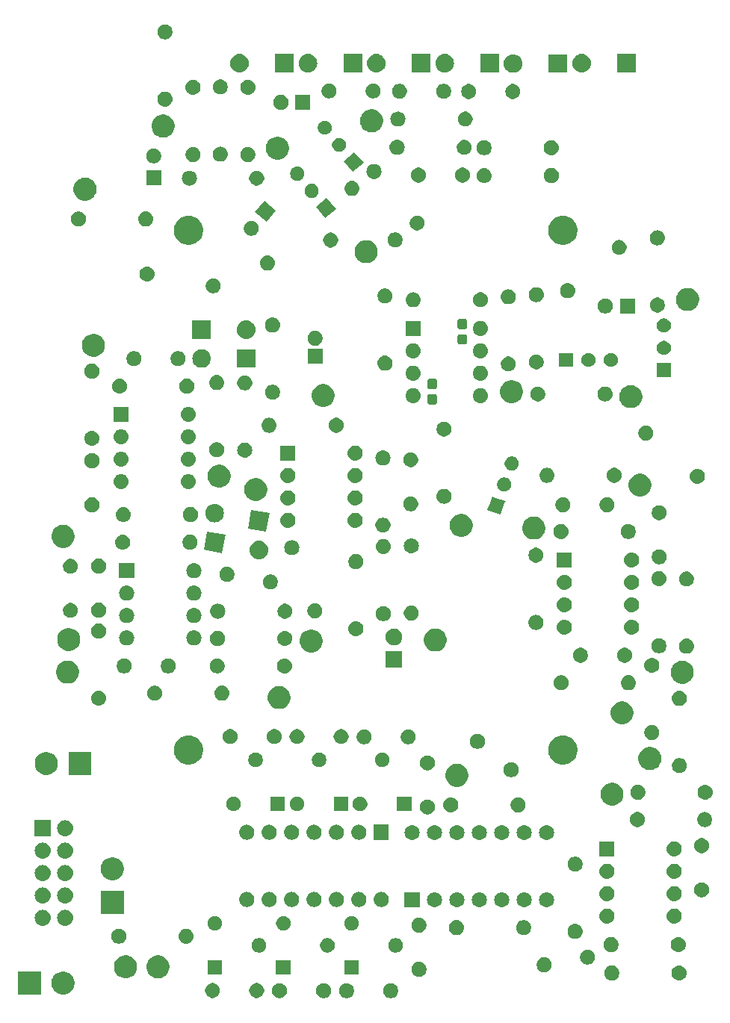
<source format=gbr>
G04 #@! TF.GenerationSoftware,KiCad,Pcbnew,(5.1.2-1)-1*
G04 #@! TF.CreationDate,2022-06-02T01:27:52-04:00*
G04 #@! TF.ProjectId,Cynare - CGS,43796e61-7265-4202-9d20-4347532e6b69,rev?*
G04 #@! TF.SameCoordinates,Original*
G04 #@! TF.FileFunction,Soldermask,Bot*
G04 #@! TF.FilePolarity,Negative*
%FSLAX46Y46*%
G04 Gerber Fmt 4.6, Leading zero omitted, Abs format (unit mm)*
G04 Created by KiCad (PCBNEW (5.1.2-1)-1) date 2022-06-02 01:27:52*
%MOMM*%
%LPD*%
G04 APERTURE LIST*
%ADD10C,0.100000*%
G04 APERTURE END LIST*
D10*
G36*
X57698229Y-123001705D02*
G01*
X57853101Y-123065855D01*
X57992482Y-123158987D01*
X58111016Y-123277521D01*
X58204148Y-123416902D01*
X58268298Y-123571774D01*
X58301001Y-123736186D01*
X58301001Y-123903818D01*
X58268298Y-124068230D01*
X58204148Y-124223102D01*
X58111016Y-124362483D01*
X57992482Y-124481017D01*
X57853101Y-124574149D01*
X57698229Y-124638299D01*
X57533817Y-124671002D01*
X57366185Y-124671002D01*
X57201773Y-124638299D01*
X57046901Y-124574149D01*
X56907520Y-124481017D01*
X56788986Y-124362483D01*
X56695854Y-124223102D01*
X56631704Y-124068230D01*
X56599001Y-123903818D01*
X56599001Y-123736186D01*
X56631704Y-123571774D01*
X56695854Y-123416902D01*
X56788986Y-123277521D01*
X56907520Y-123158987D01*
X57046901Y-123065855D01*
X57201773Y-123001705D01*
X57366185Y-122969002D01*
X57533817Y-122969002D01*
X57698229Y-123001705D01*
X57698229Y-123001705D01*
G37*
G36*
X52698229Y-123001705D02*
G01*
X52853101Y-123065855D01*
X52992482Y-123158987D01*
X53111016Y-123277521D01*
X53204148Y-123416902D01*
X53268298Y-123571774D01*
X53301001Y-123736186D01*
X53301001Y-123903818D01*
X53268298Y-124068230D01*
X53204148Y-124223102D01*
X53111016Y-124362483D01*
X52992482Y-124481017D01*
X52853101Y-124574149D01*
X52698229Y-124638299D01*
X52533817Y-124671002D01*
X52366185Y-124671002D01*
X52201773Y-124638299D01*
X52046901Y-124574149D01*
X51907520Y-124481017D01*
X51788986Y-124362483D01*
X51695854Y-124223102D01*
X51631704Y-124068230D01*
X51599001Y-123903818D01*
X51599001Y-123736186D01*
X51631704Y-123571774D01*
X51695854Y-123416902D01*
X51788986Y-123277521D01*
X51907520Y-123158987D01*
X52046901Y-123065855D01*
X52201773Y-123001705D01*
X52366185Y-122969002D01*
X52533817Y-122969002D01*
X52698229Y-123001705D01*
X52698229Y-123001705D01*
G37*
G36*
X50108228Y-122991702D02*
G01*
X50263100Y-123055852D01*
X50402481Y-123148984D01*
X50521015Y-123267518D01*
X50614147Y-123406899D01*
X50678297Y-123561771D01*
X50711000Y-123726183D01*
X50711000Y-123893815D01*
X50678297Y-124058227D01*
X50614147Y-124213099D01*
X50521015Y-124352480D01*
X50402481Y-124471014D01*
X50263100Y-124564146D01*
X50108228Y-124628296D01*
X49943816Y-124660999D01*
X49776184Y-124660999D01*
X49611772Y-124628296D01*
X49456900Y-124564146D01*
X49317519Y-124471014D01*
X49198985Y-124352480D01*
X49105853Y-124213099D01*
X49041703Y-124058227D01*
X49009000Y-123893815D01*
X49009000Y-123726183D01*
X49041703Y-123561771D01*
X49105853Y-123406899D01*
X49198985Y-123267518D01*
X49317519Y-123148984D01*
X49456900Y-123055852D01*
X49611772Y-122991702D01*
X49776184Y-122958999D01*
X49943816Y-122958999D01*
X50108228Y-122991702D01*
X50108228Y-122991702D01*
G37*
G36*
X45108228Y-122991702D02*
G01*
X45263100Y-123055852D01*
X45402481Y-123148984D01*
X45521015Y-123267518D01*
X45614147Y-123406899D01*
X45678297Y-123561771D01*
X45711000Y-123726183D01*
X45711000Y-123893815D01*
X45678297Y-124058227D01*
X45614147Y-124213099D01*
X45521015Y-124352480D01*
X45402481Y-124471014D01*
X45263100Y-124564146D01*
X45108228Y-124628296D01*
X44943816Y-124660999D01*
X44776184Y-124660999D01*
X44611772Y-124628296D01*
X44456900Y-124564146D01*
X44317519Y-124471014D01*
X44198985Y-124352480D01*
X44105853Y-124213099D01*
X44041703Y-124058227D01*
X44009000Y-123893815D01*
X44009000Y-123726183D01*
X44041703Y-123561771D01*
X44105853Y-123406899D01*
X44198985Y-123267518D01*
X44317519Y-123148984D01*
X44456900Y-123055852D01*
X44611772Y-122991702D01*
X44776184Y-122958999D01*
X44943816Y-122958999D01*
X45108228Y-122991702D01*
X45108228Y-122991702D01*
G37*
G36*
X37518228Y-122981703D02*
G01*
X37673100Y-123045853D01*
X37812481Y-123138985D01*
X37931015Y-123257519D01*
X38024147Y-123396900D01*
X38088297Y-123551772D01*
X38121000Y-123716184D01*
X38121000Y-123883816D01*
X38088297Y-124048228D01*
X38024147Y-124203100D01*
X37931015Y-124342481D01*
X37812481Y-124461015D01*
X37673100Y-124554147D01*
X37518228Y-124618297D01*
X37353816Y-124651000D01*
X37186184Y-124651000D01*
X37021772Y-124618297D01*
X36866900Y-124554147D01*
X36727519Y-124461015D01*
X36608985Y-124342481D01*
X36515853Y-124203100D01*
X36451703Y-124048228D01*
X36419000Y-123883816D01*
X36419000Y-123716184D01*
X36451703Y-123551772D01*
X36515853Y-123396900D01*
X36608985Y-123257519D01*
X36727519Y-123138985D01*
X36866900Y-123045853D01*
X37021772Y-122981703D01*
X37186184Y-122949000D01*
X37353816Y-122949000D01*
X37518228Y-122981703D01*
X37518228Y-122981703D01*
G37*
G36*
X42518228Y-122981703D02*
G01*
X42673100Y-123045853D01*
X42812481Y-123138985D01*
X42931015Y-123257519D01*
X43024147Y-123396900D01*
X43088297Y-123551772D01*
X43121000Y-123716184D01*
X43121000Y-123883816D01*
X43088297Y-124048228D01*
X43024147Y-124203100D01*
X42931015Y-124342481D01*
X42812481Y-124461015D01*
X42673100Y-124554147D01*
X42518228Y-124618297D01*
X42353816Y-124651000D01*
X42186184Y-124651000D01*
X42021772Y-124618297D01*
X41866900Y-124554147D01*
X41727519Y-124461015D01*
X41608985Y-124342481D01*
X41515853Y-124203100D01*
X41451703Y-124048228D01*
X41419000Y-123883816D01*
X41419000Y-123716184D01*
X41451703Y-123551772D01*
X41515853Y-123396900D01*
X41608985Y-123257519D01*
X41727519Y-123138985D01*
X41866900Y-123045853D01*
X42021772Y-122981703D01*
X42186184Y-122949000D01*
X42353816Y-122949000D01*
X42518228Y-122981703D01*
X42518228Y-122981703D01*
G37*
G36*
X20699393Y-121685304D02*
G01*
X20936101Y-121783352D01*
X20936103Y-121783353D01*
X21149135Y-121925696D01*
X21330304Y-122106865D01*
X21472647Y-122319897D01*
X21472648Y-122319899D01*
X21570696Y-122556607D01*
X21620680Y-122807893D01*
X21620680Y-123064107D01*
X21570696Y-123315393D01*
X21528649Y-123416902D01*
X21472647Y-123552103D01*
X21330304Y-123765135D01*
X21149135Y-123946304D01*
X20936103Y-124088647D01*
X20936102Y-124088648D01*
X20936101Y-124088648D01*
X20699393Y-124186696D01*
X20448107Y-124236680D01*
X20191893Y-124236680D01*
X19940607Y-124186696D01*
X19703899Y-124088648D01*
X19703898Y-124088648D01*
X19703897Y-124088647D01*
X19490865Y-123946304D01*
X19309696Y-123765135D01*
X19167353Y-123552103D01*
X19111351Y-123416902D01*
X19069304Y-123315393D01*
X19019320Y-123064107D01*
X19019320Y-122807893D01*
X19069304Y-122556607D01*
X19167352Y-122319899D01*
X19167353Y-122319897D01*
X19309696Y-122106865D01*
X19490865Y-121925696D01*
X19703897Y-121783353D01*
X19703899Y-121783352D01*
X19940607Y-121685304D01*
X20191893Y-121635320D01*
X20448107Y-121635320D01*
X20699393Y-121685304D01*
X20699393Y-121685304D01*
G37*
G36*
X17810680Y-124236680D02*
G01*
X15209320Y-124236680D01*
X15209320Y-121635320D01*
X17810680Y-121635320D01*
X17810680Y-124236680D01*
X17810680Y-124236680D01*
G37*
G36*
X82758228Y-121001703D02*
G01*
X82913100Y-121065853D01*
X83052481Y-121158985D01*
X83171015Y-121277519D01*
X83264147Y-121416900D01*
X83328297Y-121571772D01*
X83361000Y-121736184D01*
X83361000Y-121903816D01*
X83328297Y-122068228D01*
X83264147Y-122223100D01*
X83171015Y-122362481D01*
X83052481Y-122481015D01*
X82913100Y-122574147D01*
X82758228Y-122638297D01*
X82593816Y-122671000D01*
X82426184Y-122671000D01*
X82261772Y-122638297D01*
X82106900Y-122574147D01*
X81967519Y-122481015D01*
X81848985Y-122362481D01*
X81755853Y-122223100D01*
X81691703Y-122068228D01*
X81659000Y-121903816D01*
X81659000Y-121736184D01*
X81691703Y-121571772D01*
X81755853Y-121416900D01*
X81848985Y-121277519D01*
X81967519Y-121158985D01*
X82106900Y-121065853D01*
X82261772Y-121001703D01*
X82426184Y-120969000D01*
X82593816Y-120969000D01*
X82758228Y-121001703D01*
X82758228Y-121001703D01*
G37*
G36*
X90296823Y-120981313D02*
G01*
X90457242Y-121029976D01*
X90524361Y-121065852D01*
X90605078Y-121108996D01*
X90734659Y-121215341D01*
X90841004Y-121344922D01*
X90841005Y-121344924D01*
X90920024Y-121492758D01*
X90968687Y-121653177D01*
X90985117Y-121820000D01*
X90968687Y-121986823D01*
X90920024Y-122147242D01*
X90879477Y-122223100D01*
X90841004Y-122295078D01*
X90734659Y-122424659D01*
X90605078Y-122531004D01*
X90605076Y-122531005D01*
X90457242Y-122610024D01*
X90296823Y-122658687D01*
X90171804Y-122671000D01*
X90088196Y-122671000D01*
X89963177Y-122658687D01*
X89802758Y-122610024D01*
X89654924Y-122531005D01*
X89654922Y-122531004D01*
X89525341Y-122424659D01*
X89418996Y-122295078D01*
X89380523Y-122223100D01*
X89339976Y-122147242D01*
X89291313Y-121986823D01*
X89274883Y-121820000D01*
X89291313Y-121653177D01*
X89339976Y-121492758D01*
X89418995Y-121344924D01*
X89418996Y-121344922D01*
X89525341Y-121215341D01*
X89654922Y-121108996D01*
X89735639Y-121065852D01*
X89802758Y-121029976D01*
X89963177Y-120981313D01*
X90088196Y-120969000D01*
X90171804Y-120969000D01*
X90296823Y-120981313D01*
X90296823Y-120981313D01*
G37*
G36*
X31459393Y-119869304D02*
G01*
X31671961Y-119957353D01*
X31696103Y-119967353D01*
X31909135Y-120109696D01*
X32090304Y-120290865D01*
X32232647Y-120503897D01*
X32232648Y-120503899D01*
X32330696Y-120740607D01*
X32380680Y-120991893D01*
X32380680Y-121248107D01*
X32330696Y-121499393D01*
X32232648Y-121736101D01*
X32232647Y-121736103D01*
X32090304Y-121949135D01*
X31909135Y-122130304D01*
X31696103Y-122272647D01*
X31696102Y-122272648D01*
X31696101Y-122272648D01*
X31459393Y-122370696D01*
X31208107Y-122420680D01*
X30951893Y-122420680D01*
X30700607Y-122370696D01*
X30463899Y-122272648D01*
X30463898Y-122272648D01*
X30463897Y-122272647D01*
X30250865Y-122130304D01*
X30069696Y-121949135D01*
X29927353Y-121736103D01*
X29927352Y-121736101D01*
X29829304Y-121499393D01*
X29779320Y-121248107D01*
X29779320Y-120991893D01*
X29829304Y-120740607D01*
X29927352Y-120503899D01*
X29927353Y-120503897D01*
X30069696Y-120290865D01*
X30250865Y-120109696D01*
X30463897Y-119967353D01*
X30488039Y-119957353D01*
X30700607Y-119869304D01*
X30951893Y-119819320D01*
X31208107Y-119819320D01*
X31459393Y-119869304D01*
X31459393Y-119869304D01*
G37*
G36*
X27799393Y-119859304D02*
G01*
X27960857Y-119926185D01*
X28036103Y-119957353D01*
X28249135Y-120099696D01*
X28430304Y-120280865D01*
X28572647Y-120493897D01*
X28572648Y-120493899D01*
X28670696Y-120730607D01*
X28720680Y-120981893D01*
X28720680Y-121238107D01*
X28670696Y-121489393D01*
X28589546Y-121685305D01*
X28572647Y-121726103D01*
X28430304Y-121939135D01*
X28249135Y-122120304D01*
X28036103Y-122262647D01*
X28036102Y-122262648D01*
X28036101Y-122262648D01*
X27799393Y-122360696D01*
X27548107Y-122410680D01*
X27291893Y-122410680D01*
X27040607Y-122360696D01*
X26803899Y-122262648D01*
X26803898Y-122262648D01*
X26803897Y-122262647D01*
X26590865Y-122120304D01*
X26409696Y-121939135D01*
X26267353Y-121726103D01*
X26250454Y-121685305D01*
X26169304Y-121489393D01*
X26119320Y-121238107D01*
X26119320Y-120981893D01*
X26169304Y-120730607D01*
X26267352Y-120493899D01*
X26267353Y-120493897D01*
X26409696Y-120280865D01*
X26590865Y-120099696D01*
X26803897Y-119957353D01*
X26879143Y-119926185D01*
X27040607Y-119859304D01*
X27291893Y-119809320D01*
X27548107Y-119809320D01*
X27799393Y-119859304D01*
X27799393Y-119859304D01*
G37*
G36*
X60908228Y-120581703D02*
G01*
X61063100Y-120645853D01*
X61202481Y-120738985D01*
X61321015Y-120857519D01*
X61414147Y-120996900D01*
X61478297Y-121151772D01*
X61511000Y-121316184D01*
X61511000Y-121483816D01*
X61478297Y-121648228D01*
X61414147Y-121803100D01*
X61321015Y-121942481D01*
X61202481Y-122061015D01*
X61063100Y-122154147D01*
X60908228Y-122218297D01*
X60743816Y-122251000D01*
X60576184Y-122251000D01*
X60411772Y-122218297D01*
X60256900Y-122154147D01*
X60117519Y-122061015D01*
X59998985Y-121942481D01*
X59905853Y-121803100D01*
X59841703Y-121648228D01*
X59809000Y-121483816D01*
X59809000Y-121316184D01*
X59841703Y-121151772D01*
X59905853Y-120996900D01*
X59998985Y-120857519D01*
X60117519Y-120738985D01*
X60256900Y-120645853D01*
X60411772Y-120581703D01*
X60576184Y-120549000D01*
X60743816Y-120549000D01*
X60908228Y-120581703D01*
X60908228Y-120581703D01*
G37*
G36*
X53836000Y-122006000D02*
G01*
X52184000Y-122006000D01*
X52184000Y-120354000D01*
X53836000Y-120354000D01*
X53836000Y-122006000D01*
X53836000Y-122006000D01*
G37*
G36*
X38366001Y-122006000D02*
G01*
X36714001Y-122006000D01*
X36714001Y-120354000D01*
X38366001Y-120354000D01*
X38366001Y-122006000D01*
X38366001Y-122006000D01*
G37*
G36*
X46116000Y-121996000D02*
G01*
X44464000Y-121996000D01*
X44464000Y-120344000D01*
X46116000Y-120344000D01*
X46116000Y-121996000D01*
X46116000Y-121996000D01*
G37*
G36*
X75094189Y-120059944D02*
G01*
X75249061Y-120124094D01*
X75388442Y-120217226D01*
X75506976Y-120335760D01*
X75600108Y-120475141D01*
X75664258Y-120630013D01*
X75696961Y-120794425D01*
X75696961Y-120962057D01*
X75664258Y-121126469D01*
X75600108Y-121281341D01*
X75506976Y-121420722D01*
X75388442Y-121539256D01*
X75249061Y-121632388D01*
X75094189Y-121696538D01*
X74929777Y-121729241D01*
X74762145Y-121729241D01*
X74597733Y-121696538D01*
X74442861Y-121632388D01*
X74303480Y-121539256D01*
X74184946Y-121420722D01*
X74091814Y-121281341D01*
X74027664Y-121126469D01*
X73994961Y-120962057D01*
X73994961Y-120794425D01*
X74027664Y-120630013D01*
X74091814Y-120475141D01*
X74184946Y-120335760D01*
X74303480Y-120217226D01*
X74442861Y-120124094D01*
X74597733Y-120059944D01*
X74762145Y-120027241D01*
X74929777Y-120027241D01*
X75094189Y-120059944D01*
X75094189Y-120059944D01*
G37*
G36*
X80018228Y-119191703D02*
G01*
X80173100Y-119255853D01*
X80312481Y-119348985D01*
X80431015Y-119467519D01*
X80524147Y-119606900D01*
X80588297Y-119761772D01*
X80621000Y-119926184D01*
X80621000Y-120093816D01*
X80588297Y-120258228D01*
X80524147Y-120413100D01*
X80431015Y-120552481D01*
X80312481Y-120671015D01*
X80173100Y-120764147D01*
X80018228Y-120828297D01*
X79853816Y-120861000D01*
X79686184Y-120861000D01*
X79521772Y-120828297D01*
X79366900Y-120764147D01*
X79227519Y-120671015D01*
X79108985Y-120552481D01*
X79015853Y-120413100D01*
X78951703Y-120258228D01*
X78919000Y-120093816D01*
X78919000Y-119926184D01*
X78951703Y-119761772D01*
X79015853Y-119606900D01*
X79108985Y-119467519D01*
X79227519Y-119348985D01*
X79366900Y-119255853D01*
X79521772Y-119191703D01*
X79686184Y-119159000D01*
X79853816Y-119159000D01*
X80018228Y-119191703D01*
X80018228Y-119191703D01*
G37*
G36*
X58250935Y-117885742D02*
G01*
X58401258Y-117948008D01*
X58536545Y-118038404D01*
X58651596Y-118153455D01*
X58741992Y-118288742D01*
X58804258Y-118439065D01*
X58836000Y-118598646D01*
X58836000Y-118761354D01*
X58804258Y-118920935D01*
X58741992Y-119071258D01*
X58651596Y-119206545D01*
X58536545Y-119321596D01*
X58401258Y-119411992D01*
X58250935Y-119474258D01*
X58091354Y-119506000D01*
X57928646Y-119506000D01*
X57769065Y-119474258D01*
X57618742Y-119411992D01*
X57483455Y-119321596D01*
X57368404Y-119206545D01*
X57278008Y-119071258D01*
X57215742Y-118920935D01*
X57184000Y-118761354D01*
X57184000Y-118598646D01*
X57215742Y-118439065D01*
X57278008Y-118288742D01*
X57368404Y-118153455D01*
X57483455Y-118038404D01*
X57618742Y-117948008D01*
X57769065Y-117885742D01*
X57928646Y-117854000D01*
X58091354Y-117854000D01*
X58250935Y-117885742D01*
X58250935Y-117885742D01*
G37*
G36*
X42780936Y-117885742D02*
G01*
X42931259Y-117948008D01*
X43066546Y-118038404D01*
X43181597Y-118153455D01*
X43271993Y-118288742D01*
X43334259Y-118439065D01*
X43366001Y-118598646D01*
X43366001Y-118761354D01*
X43334259Y-118920935D01*
X43271993Y-119071258D01*
X43181597Y-119206545D01*
X43066546Y-119321596D01*
X42931259Y-119411992D01*
X42780936Y-119474258D01*
X42621355Y-119506000D01*
X42458647Y-119506000D01*
X42299066Y-119474258D01*
X42148743Y-119411992D01*
X42013456Y-119321596D01*
X41898405Y-119206545D01*
X41808009Y-119071258D01*
X41745743Y-118920935D01*
X41714001Y-118761354D01*
X41714001Y-118598646D01*
X41745743Y-118439065D01*
X41808009Y-118288742D01*
X41898405Y-118153455D01*
X42013456Y-118038404D01*
X42148743Y-117948008D01*
X42299066Y-117885742D01*
X42458647Y-117854000D01*
X42621355Y-117854000D01*
X42780936Y-117885742D01*
X42780936Y-117885742D01*
G37*
G36*
X50530935Y-117875742D02*
G01*
X50681258Y-117938008D01*
X50816545Y-118028404D01*
X50931596Y-118143455D01*
X51021992Y-118278742D01*
X51084258Y-118429065D01*
X51116000Y-118588646D01*
X51116000Y-118751354D01*
X51084258Y-118910935D01*
X51021992Y-119061258D01*
X50931596Y-119196545D01*
X50816545Y-119311596D01*
X50681258Y-119401992D01*
X50530935Y-119464258D01*
X50371354Y-119496000D01*
X50208646Y-119496000D01*
X50049065Y-119464258D01*
X49898742Y-119401992D01*
X49763455Y-119311596D01*
X49648404Y-119196545D01*
X49558008Y-119061258D01*
X49495742Y-118910935D01*
X49464000Y-118751354D01*
X49464000Y-118588646D01*
X49495742Y-118429065D01*
X49558008Y-118278742D01*
X49648404Y-118143455D01*
X49763455Y-118028404D01*
X49898742Y-117938008D01*
X50049065Y-117875742D01*
X50208646Y-117844000D01*
X50371354Y-117844000D01*
X50530935Y-117875742D01*
X50530935Y-117875742D01*
G37*
G36*
X90216823Y-117761313D02*
G01*
X90377242Y-117809976D01*
X90440896Y-117844000D01*
X90525078Y-117888996D01*
X90654659Y-117995341D01*
X90761004Y-118124922D01*
X90761005Y-118124924D01*
X90840024Y-118272758D01*
X90888687Y-118433177D01*
X90905117Y-118600000D01*
X90888687Y-118766823D01*
X90840024Y-118927242D01*
X90799477Y-119003100D01*
X90761004Y-119075078D01*
X90654659Y-119204659D01*
X90525078Y-119311004D01*
X90525076Y-119311005D01*
X90377242Y-119390024D01*
X90216823Y-119438687D01*
X90091804Y-119451000D01*
X90008196Y-119451000D01*
X89883177Y-119438687D01*
X89722758Y-119390024D01*
X89574924Y-119311005D01*
X89574922Y-119311004D01*
X89445341Y-119204659D01*
X89338996Y-119075078D01*
X89300523Y-119003100D01*
X89259976Y-118927242D01*
X89211313Y-118766823D01*
X89194883Y-118600000D01*
X89211313Y-118433177D01*
X89259976Y-118272758D01*
X89338995Y-118124924D01*
X89338996Y-118124922D01*
X89445341Y-117995341D01*
X89574922Y-117888996D01*
X89659104Y-117844000D01*
X89722758Y-117809976D01*
X89883177Y-117761313D01*
X90008196Y-117749000D01*
X90091804Y-117749000D01*
X90216823Y-117761313D01*
X90216823Y-117761313D01*
G37*
G36*
X82678228Y-117781703D02*
G01*
X82833100Y-117845853D01*
X82972481Y-117938985D01*
X83091015Y-118057519D01*
X83184147Y-118196900D01*
X83248297Y-118351772D01*
X83281000Y-118516184D01*
X83281000Y-118683816D01*
X83248297Y-118848228D01*
X83184147Y-119003100D01*
X83091015Y-119142481D01*
X82972481Y-119261015D01*
X82833100Y-119354147D01*
X82678228Y-119418297D01*
X82513816Y-119451000D01*
X82346184Y-119451000D01*
X82181772Y-119418297D01*
X82026900Y-119354147D01*
X81887519Y-119261015D01*
X81768985Y-119142481D01*
X81675853Y-119003100D01*
X81611703Y-118848228D01*
X81579000Y-118683816D01*
X81579000Y-118516184D01*
X81611703Y-118351772D01*
X81675853Y-118196900D01*
X81768985Y-118057519D01*
X81887519Y-117938985D01*
X82026900Y-117845853D01*
X82181772Y-117781703D01*
X82346184Y-117749000D01*
X82513816Y-117749000D01*
X82678228Y-117781703D01*
X82678228Y-117781703D01*
G37*
G36*
X26898228Y-116821703D02*
G01*
X27053100Y-116885853D01*
X27192481Y-116978985D01*
X27311015Y-117097519D01*
X27404147Y-117236900D01*
X27468297Y-117391772D01*
X27501000Y-117556184D01*
X27501000Y-117723816D01*
X27468297Y-117888228D01*
X27404147Y-118043100D01*
X27311015Y-118182481D01*
X27192481Y-118301015D01*
X27053100Y-118394147D01*
X26898228Y-118458297D01*
X26733816Y-118491000D01*
X26566184Y-118491000D01*
X26401772Y-118458297D01*
X26246900Y-118394147D01*
X26107519Y-118301015D01*
X25988985Y-118182481D01*
X25895853Y-118043100D01*
X25831703Y-117888228D01*
X25799000Y-117723816D01*
X25799000Y-117556184D01*
X25831703Y-117391772D01*
X25895853Y-117236900D01*
X25988985Y-117097519D01*
X26107519Y-116978985D01*
X26246900Y-116885853D01*
X26401772Y-116821703D01*
X26566184Y-116789000D01*
X26733816Y-116789000D01*
X26898228Y-116821703D01*
X26898228Y-116821703D01*
G37*
G36*
X34436823Y-116801313D02*
G01*
X34597242Y-116849976D01*
X34664361Y-116885852D01*
X34745078Y-116928996D01*
X34874659Y-117035341D01*
X34981004Y-117164922D01*
X34981005Y-117164924D01*
X35060024Y-117312758D01*
X35108687Y-117473177D01*
X35125117Y-117640000D01*
X35108687Y-117806823D01*
X35083760Y-117888995D01*
X35067985Y-117941000D01*
X35060024Y-117967242D01*
X35019477Y-118043100D01*
X34981004Y-118115078D01*
X34874659Y-118244659D01*
X34745078Y-118351004D01*
X34745076Y-118351005D01*
X34597242Y-118430024D01*
X34436823Y-118478687D01*
X34311804Y-118491000D01*
X34228196Y-118491000D01*
X34103177Y-118478687D01*
X33942758Y-118430024D01*
X33794924Y-118351005D01*
X33794922Y-118351004D01*
X33665341Y-118244659D01*
X33558996Y-118115078D01*
X33520523Y-118043100D01*
X33479976Y-117967242D01*
X33472016Y-117941000D01*
X33456240Y-117888995D01*
X33431313Y-117806823D01*
X33414883Y-117640000D01*
X33431313Y-117473177D01*
X33479976Y-117312758D01*
X33558995Y-117164924D01*
X33558996Y-117164922D01*
X33665341Y-117035341D01*
X33794922Y-116928996D01*
X33875639Y-116885852D01*
X33942758Y-116849976D01*
X34103177Y-116801313D01*
X34228196Y-116789000D01*
X34311804Y-116789000D01*
X34436823Y-116801313D01*
X34436823Y-116801313D01*
G37*
G36*
X78516823Y-116251313D02*
G01*
X78677242Y-116299976D01*
X78757281Y-116342758D01*
X78825078Y-116378996D01*
X78954659Y-116485341D01*
X79061004Y-116614922D01*
X79061005Y-116614924D01*
X79140024Y-116762758D01*
X79140025Y-116762761D01*
X79149083Y-116792620D01*
X79188687Y-116923177D01*
X79205117Y-117090000D01*
X79188687Y-117256823D01*
X79140024Y-117417242D01*
X79084564Y-117521000D01*
X79061004Y-117565078D01*
X78954659Y-117694659D01*
X78825078Y-117801004D01*
X78825076Y-117801005D01*
X78677242Y-117880024D01*
X78677239Y-117880025D01*
X78658389Y-117885743D01*
X78516823Y-117928687D01*
X78391804Y-117941000D01*
X78308196Y-117941000D01*
X78183177Y-117928687D01*
X78041611Y-117885743D01*
X78022761Y-117880025D01*
X78022758Y-117880024D01*
X77874924Y-117801005D01*
X77874922Y-117801004D01*
X77745341Y-117694659D01*
X77638996Y-117565078D01*
X77615436Y-117521000D01*
X77559976Y-117417242D01*
X77511313Y-117256823D01*
X77494883Y-117090000D01*
X77511313Y-116923177D01*
X77550917Y-116792620D01*
X77559975Y-116762761D01*
X77559976Y-116762758D01*
X77638995Y-116614924D01*
X77638996Y-116614922D01*
X77745341Y-116485341D01*
X77874922Y-116378996D01*
X77942719Y-116342758D01*
X78022758Y-116299976D01*
X78183177Y-116251313D01*
X78308196Y-116239000D01*
X78391804Y-116239000D01*
X78516823Y-116251313D01*
X78516823Y-116251313D01*
G37*
G36*
X72768228Y-115851703D02*
G01*
X72923100Y-115915853D01*
X73062481Y-116008985D01*
X73181015Y-116127519D01*
X73274147Y-116266900D01*
X73338297Y-116421772D01*
X73371000Y-116586184D01*
X73371000Y-116753816D01*
X73338297Y-116918228D01*
X73274147Y-117073100D01*
X73181015Y-117212481D01*
X73062481Y-117331015D01*
X72923100Y-117424147D01*
X72768228Y-117488297D01*
X72603816Y-117521000D01*
X72436184Y-117521000D01*
X72271772Y-117488297D01*
X72116900Y-117424147D01*
X71977519Y-117331015D01*
X71858985Y-117212481D01*
X71765853Y-117073100D01*
X71701703Y-116918228D01*
X71669000Y-116753816D01*
X71669000Y-116586184D01*
X71701703Y-116421772D01*
X71765853Y-116266900D01*
X71858985Y-116127519D01*
X71977519Y-116008985D01*
X72116900Y-115915853D01*
X72271772Y-115851703D01*
X72436184Y-115819000D01*
X72603816Y-115819000D01*
X72768228Y-115851703D01*
X72768228Y-115851703D01*
G37*
G36*
X65066823Y-115831313D02*
G01*
X65227242Y-115879976D01*
X65359906Y-115950886D01*
X65375078Y-115958996D01*
X65504659Y-116065341D01*
X65611004Y-116194922D01*
X65611005Y-116194924D01*
X65690024Y-116342758D01*
X65738687Y-116503177D01*
X65755117Y-116670000D01*
X65738687Y-116836823D01*
X65710727Y-116928995D01*
X65696997Y-116974257D01*
X65690024Y-116997242D01*
X65649477Y-117073100D01*
X65611004Y-117145078D01*
X65504659Y-117274659D01*
X65375078Y-117381004D01*
X65375076Y-117381005D01*
X65227242Y-117460024D01*
X65066823Y-117508687D01*
X64941804Y-117521000D01*
X64858196Y-117521000D01*
X64733177Y-117508687D01*
X64572758Y-117460024D01*
X64424924Y-117381005D01*
X64424922Y-117381004D01*
X64295341Y-117274659D01*
X64188996Y-117145078D01*
X64150523Y-117073100D01*
X64109976Y-116997242D01*
X64103004Y-116974257D01*
X64089273Y-116928995D01*
X64061313Y-116836823D01*
X64044883Y-116670000D01*
X64061313Y-116503177D01*
X64109976Y-116342758D01*
X64188995Y-116194924D01*
X64188996Y-116194922D01*
X64295341Y-116065341D01*
X64424922Y-115958996D01*
X64440094Y-115950886D01*
X64572758Y-115879976D01*
X64733177Y-115831313D01*
X64858196Y-115819000D01*
X64941804Y-115819000D01*
X65066823Y-115831313D01*
X65066823Y-115831313D01*
G37*
G36*
X60908228Y-115581703D02*
G01*
X61063100Y-115645853D01*
X61202481Y-115738985D01*
X61321015Y-115857519D01*
X61414147Y-115996900D01*
X61478297Y-116151772D01*
X61511000Y-116316184D01*
X61511000Y-116483816D01*
X61478297Y-116648228D01*
X61414147Y-116803100D01*
X61321015Y-116942481D01*
X61202481Y-117061015D01*
X61063100Y-117154147D01*
X60908228Y-117218297D01*
X60743816Y-117251000D01*
X60576184Y-117251000D01*
X60411772Y-117218297D01*
X60256900Y-117154147D01*
X60117519Y-117061015D01*
X59998985Y-116942481D01*
X59905853Y-116803100D01*
X59841703Y-116648228D01*
X59809000Y-116483816D01*
X59809000Y-116316184D01*
X59841703Y-116151772D01*
X59905853Y-115996900D01*
X59998985Y-115857519D01*
X60117519Y-115738985D01*
X60256900Y-115645853D01*
X60411772Y-115581703D01*
X60576184Y-115549000D01*
X60743816Y-115549000D01*
X60908228Y-115581703D01*
X60908228Y-115581703D01*
G37*
G36*
X37780936Y-115385742D02*
G01*
X37931259Y-115448008D01*
X38066546Y-115538404D01*
X38181597Y-115653455D01*
X38271993Y-115788742D01*
X38334259Y-115939065D01*
X38366001Y-116098646D01*
X38366001Y-116261354D01*
X38334259Y-116420935D01*
X38271993Y-116571258D01*
X38181597Y-116706545D01*
X38066546Y-116821596D01*
X37931259Y-116911992D01*
X37780936Y-116974258D01*
X37621355Y-117006000D01*
X37458647Y-117006000D01*
X37299066Y-116974258D01*
X37148743Y-116911992D01*
X37013456Y-116821596D01*
X36898405Y-116706545D01*
X36808009Y-116571258D01*
X36745743Y-116420935D01*
X36714001Y-116261354D01*
X36714001Y-116098646D01*
X36745743Y-115939065D01*
X36808009Y-115788742D01*
X36898405Y-115653455D01*
X37013456Y-115538404D01*
X37148743Y-115448008D01*
X37299066Y-115385742D01*
X37458647Y-115354000D01*
X37621355Y-115354000D01*
X37780936Y-115385742D01*
X37780936Y-115385742D01*
G37*
G36*
X53250935Y-115385742D02*
G01*
X53401258Y-115448008D01*
X53536545Y-115538404D01*
X53651596Y-115653455D01*
X53741992Y-115788742D01*
X53804258Y-115939065D01*
X53836000Y-116098646D01*
X53836000Y-116261354D01*
X53804258Y-116420935D01*
X53741992Y-116571258D01*
X53651596Y-116706545D01*
X53536545Y-116821596D01*
X53401258Y-116911992D01*
X53250935Y-116974258D01*
X53091354Y-117006000D01*
X52928646Y-117006000D01*
X52769065Y-116974258D01*
X52618742Y-116911992D01*
X52483455Y-116821596D01*
X52368404Y-116706545D01*
X52278008Y-116571258D01*
X52215742Y-116420935D01*
X52184000Y-116261354D01*
X52184000Y-116098646D01*
X52215742Y-115939065D01*
X52278008Y-115788742D01*
X52368404Y-115653455D01*
X52483455Y-115538404D01*
X52618742Y-115448008D01*
X52769065Y-115385742D01*
X52928646Y-115354000D01*
X53091354Y-115354000D01*
X53250935Y-115385742D01*
X53250935Y-115385742D01*
G37*
G36*
X45530935Y-115375742D02*
G01*
X45681258Y-115438008D01*
X45816545Y-115528404D01*
X45931596Y-115643455D01*
X46021992Y-115778742D01*
X46084258Y-115929065D01*
X46116000Y-116088646D01*
X46116000Y-116251354D01*
X46084258Y-116410935D01*
X46021992Y-116561258D01*
X45931596Y-116696545D01*
X45816545Y-116811596D01*
X45681258Y-116901992D01*
X45530935Y-116964258D01*
X45371354Y-116996000D01*
X45208646Y-116996000D01*
X45049065Y-116964258D01*
X44898742Y-116901992D01*
X44763455Y-116811596D01*
X44648404Y-116696545D01*
X44558008Y-116561258D01*
X44495742Y-116410935D01*
X44464000Y-116251354D01*
X44464000Y-116088646D01*
X44495742Y-115929065D01*
X44558008Y-115778742D01*
X44648404Y-115643455D01*
X44763455Y-115528404D01*
X44898742Y-115438008D01*
X45049065Y-115375742D01*
X45208646Y-115344000D01*
X45371354Y-115344000D01*
X45530935Y-115375742D01*
X45530935Y-115375742D01*
G37*
G36*
X20753294Y-114668633D02*
G01*
X20925695Y-114720931D01*
X21084583Y-114805858D01*
X21223849Y-114920151D01*
X21338142Y-115059417D01*
X21423069Y-115218305D01*
X21475367Y-115390706D01*
X21493025Y-115570000D01*
X21475367Y-115749294D01*
X21423069Y-115921695D01*
X21338142Y-116080583D01*
X21223849Y-116219849D01*
X21084583Y-116334142D01*
X20925695Y-116419069D01*
X20753294Y-116471367D01*
X20618931Y-116484600D01*
X20529069Y-116484600D01*
X20394706Y-116471367D01*
X20222305Y-116419069D01*
X20063417Y-116334142D01*
X19924151Y-116219849D01*
X19809858Y-116080583D01*
X19724931Y-115921695D01*
X19672633Y-115749294D01*
X19654975Y-115570000D01*
X19672633Y-115390706D01*
X19724931Y-115218305D01*
X19809858Y-115059417D01*
X19924151Y-114920151D01*
X20063417Y-114805858D01*
X20222305Y-114720931D01*
X20394706Y-114668633D01*
X20529069Y-114655400D01*
X20618931Y-114655400D01*
X20753294Y-114668633D01*
X20753294Y-114668633D01*
G37*
G36*
X18213294Y-114668633D02*
G01*
X18385695Y-114720931D01*
X18544583Y-114805858D01*
X18683849Y-114920151D01*
X18798142Y-115059417D01*
X18883069Y-115218305D01*
X18935367Y-115390706D01*
X18953025Y-115570000D01*
X18935367Y-115749294D01*
X18883069Y-115921695D01*
X18798142Y-116080583D01*
X18683849Y-116219849D01*
X18544583Y-116334142D01*
X18385695Y-116419069D01*
X18213294Y-116471367D01*
X18078931Y-116484600D01*
X17989069Y-116484600D01*
X17854706Y-116471367D01*
X17682305Y-116419069D01*
X17523417Y-116334142D01*
X17384151Y-116219849D01*
X17269858Y-116080583D01*
X17184931Y-115921695D01*
X17132633Y-115749294D01*
X17114975Y-115570000D01*
X17132633Y-115390706D01*
X17184931Y-115218305D01*
X17269858Y-115059417D01*
X17384151Y-114920151D01*
X17523417Y-114805858D01*
X17682305Y-114720931D01*
X17854706Y-114668633D01*
X17989069Y-114655400D01*
X18078931Y-114655400D01*
X18213294Y-114668633D01*
X18213294Y-114668633D01*
G37*
G36*
X89746823Y-114511313D02*
G01*
X89907242Y-114559976D01*
X90039906Y-114630886D01*
X90055078Y-114638996D01*
X90184659Y-114745341D01*
X90291004Y-114874922D01*
X90291005Y-114874924D01*
X90370024Y-115022758D01*
X90418687Y-115183177D01*
X90435117Y-115350000D01*
X90418687Y-115516823D01*
X90370024Y-115677242D01*
X90331512Y-115749293D01*
X90291004Y-115825078D01*
X90184659Y-115954659D01*
X90055078Y-116061004D01*
X90055076Y-116061005D01*
X89907242Y-116140024D01*
X89746823Y-116188687D01*
X89621804Y-116201000D01*
X89538196Y-116201000D01*
X89413177Y-116188687D01*
X89252758Y-116140024D01*
X89104924Y-116061005D01*
X89104922Y-116061004D01*
X88975341Y-115954659D01*
X88868996Y-115825078D01*
X88828488Y-115749293D01*
X88789976Y-115677242D01*
X88741313Y-115516823D01*
X88724883Y-115350000D01*
X88741313Y-115183177D01*
X88789976Y-115022758D01*
X88868995Y-114874924D01*
X88868996Y-114874922D01*
X88975341Y-114745341D01*
X89104922Y-114638996D01*
X89120094Y-114630886D01*
X89252758Y-114559976D01*
X89413177Y-114511313D01*
X89538196Y-114499000D01*
X89621804Y-114499000D01*
X89746823Y-114511313D01*
X89746823Y-114511313D01*
G37*
G36*
X82126823Y-114511313D02*
G01*
X82287242Y-114559976D01*
X82419906Y-114630886D01*
X82435078Y-114638996D01*
X82564659Y-114745341D01*
X82671004Y-114874922D01*
X82671005Y-114874924D01*
X82750024Y-115022758D01*
X82798687Y-115183177D01*
X82815117Y-115350000D01*
X82798687Y-115516823D01*
X82750024Y-115677242D01*
X82711512Y-115749293D01*
X82671004Y-115825078D01*
X82564659Y-115954659D01*
X82435078Y-116061004D01*
X82435076Y-116061005D01*
X82287242Y-116140024D01*
X82126823Y-116188687D01*
X82001804Y-116201000D01*
X81918196Y-116201000D01*
X81793177Y-116188687D01*
X81632758Y-116140024D01*
X81484924Y-116061005D01*
X81484922Y-116061004D01*
X81355341Y-115954659D01*
X81248996Y-115825078D01*
X81208488Y-115749293D01*
X81169976Y-115677242D01*
X81121313Y-115516823D01*
X81104883Y-115350000D01*
X81121313Y-115183177D01*
X81169976Y-115022758D01*
X81248995Y-114874924D01*
X81248996Y-114874922D01*
X81355341Y-114745341D01*
X81484922Y-114638996D01*
X81500094Y-114630886D01*
X81632758Y-114559976D01*
X81793177Y-114511313D01*
X81918196Y-114499000D01*
X82001804Y-114499000D01*
X82126823Y-114511313D01*
X82126823Y-114511313D01*
G37*
G36*
X27208680Y-115092680D02*
G01*
X24607320Y-115092680D01*
X24607320Y-112491320D01*
X27208680Y-112491320D01*
X27208680Y-115092680D01*
X27208680Y-115092680D01*
G37*
G36*
X65126825Y-112671313D02*
G01*
X65287244Y-112719976D01*
X65419908Y-112790886D01*
X65435080Y-112798996D01*
X65564661Y-112905341D01*
X65671006Y-113034922D01*
X65671007Y-113034924D01*
X65750026Y-113182758D01*
X65798689Y-113343177D01*
X65815119Y-113510000D01*
X65798689Y-113676823D01*
X65750026Y-113837242D01*
X65699715Y-113931367D01*
X65671006Y-113985078D01*
X65564661Y-114114659D01*
X65435080Y-114221004D01*
X65435078Y-114221005D01*
X65287244Y-114300024D01*
X65126825Y-114348687D01*
X65001806Y-114361000D01*
X64918198Y-114361000D01*
X64793179Y-114348687D01*
X64632760Y-114300024D01*
X64484926Y-114221005D01*
X64484924Y-114221004D01*
X64355343Y-114114659D01*
X64248998Y-113985078D01*
X64220289Y-113931367D01*
X64169978Y-113837242D01*
X64121315Y-113676823D01*
X64104885Y-113510000D01*
X64121315Y-113343177D01*
X64169978Y-113182758D01*
X64248997Y-113034924D01*
X64248998Y-113034922D01*
X64355343Y-112905341D01*
X64484924Y-112798996D01*
X64500096Y-112790886D01*
X64632760Y-112719976D01*
X64793179Y-112671313D01*
X64918198Y-112659000D01*
X65001806Y-112659000D01*
X65126825Y-112671313D01*
X65126825Y-112671313D01*
G37*
G36*
X75286825Y-112671313D02*
G01*
X75447244Y-112719976D01*
X75579908Y-112790886D01*
X75595080Y-112798996D01*
X75724661Y-112905341D01*
X75831006Y-113034922D01*
X75831007Y-113034924D01*
X75910026Y-113182758D01*
X75958689Y-113343177D01*
X75975119Y-113510000D01*
X75958689Y-113676823D01*
X75910026Y-113837242D01*
X75859715Y-113931367D01*
X75831006Y-113985078D01*
X75724661Y-114114659D01*
X75595080Y-114221004D01*
X75595078Y-114221005D01*
X75447244Y-114300024D01*
X75286825Y-114348687D01*
X75161806Y-114361000D01*
X75078198Y-114361000D01*
X74953179Y-114348687D01*
X74792760Y-114300024D01*
X74644926Y-114221005D01*
X74644924Y-114221004D01*
X74515343Y-114114659D01*
X74408998Y-113985078D01*
X74380289Y-113931367D01*
X74329978Y-113837242D01*
X74281315Y-113676823D01*
X74264885Y-113510000D01*
X74281315Y-113343177D01*
X74329978Y-113182758D01*
X74408997Y-113034924D01*
X74408998Y-113034922D01*
X74515343Y-112905341D01*
X74644924Y-112798996D01*
X74660096Y-112790886D01*
X74792760Y-112719976D01*
X74953179Y-112671313D01*
X75078198Y-112659000D01*
X75161806Y-112659000D01*
X75286825Y-112671313D01*
X75286825Y-112671313D01*
G37*
G36*
X72746825Y-112671313D02*
G01*
X72907244Y-112719976D01*
X73039908Y-112790886D01*
X73055080Y-112798996D01*
X73184661Y-112905341D01*
X73291006Y-113034922D01*
X73291007Y-113034924D01*
X73370026Y-113182758D01*
X73418689Y-113343177D01*
X73435119Y-113510000D01*
X73418689Y-113676823D01*
X73370026Y-113837242D01*
X73319715Y-113931367D01*
X73291006Y-113985078D01*
X73184661Y-114114659D01*
X73055080Y-114221004D01*
X73055078Y-114221005D01*
X72907244Y-114300024D01*
X72746825Y-114348687D01*
X72621806Y-114361000D01*
X72538198Y-114361000D01*
X72413179Y-114348687D01*
X72252760Y-114300024D01*
X72104926Y-114221005D01*
X72104924Y-114221004D01*
X71975343Y-114114659D01*
X71868998Y-113985078D01*
X71840289Y-113931367D01*
X71789978Y-113837242D01*
X71741315Y-113676823D01*
X71724885Y-113510000D01*
X71741315Y-113343177D01*
X71789978Y-113182758D01*
X71868997Y-113034924D01*
X71868998Y-113034922D01*
X71975343Y-112905341D01*
X72104924Y-112798996D01*
X72120096Y-112790886D01*
X72252760Y-112719976D01*
X72413179Y-112671313D01*
X72538198Y-112659000D01*
X72621806Y-112659000D01*
X72746825Y-112671313D01*
X72746825Y-112671313D01*
G37*
G36*
X70206825Y-112671313D02*
G01*
X70367244Y-112719976D01*
X70499908Y-112790886D01*
X70515080Y-112798996D01*
X70644661Y-112905341D01*
X70751006Y-113034922D01*
X70751007Y-113034924D01*
X70830026Y-113182758D01*
X70878689Y-113343177D01*
X70895119Y-113510000D01*
X70878689Y-113676823D01*
X70830026Y-113837242D01*
X70779715Y-113931367D01*
X70751006Y-113985078D01*
X70644661Y-114114659D01*
X70515080Y-114221004D01*
X70515078Y-114221005D01*
X70367244Y-114300024D01*
X70206825Y-114348687D01*
X70081806Y-114361000D01*
X69998198Y-114361000D01*
X69873179Y-114348687D01*
X69712760Y-114300024D01*
X69564926Y-114221005D01*
X69564924Y-114221004D01*
X69435343Y-114114659D01*
X69328998Y-113985078D01*
X69300289Y-113931367D01*
X69249978Y-113837242D01*
X69201315Y-113676823D01*
X69184885Y-113510000D01*
X69201315Y-113343177D01*
X69249978Y-113182758D01*
X69328997Y-113034924D01*
X69328998Y-113034922D01*
X69435343Y-112905341D01*
X69564924Y-112798996D01*
X69580096Y-112790886D01*
X69712760Y-112719976D01*
X69873179Y-112671313D01*
X69998198Y-112659000D01*
X70081806Y-112659000D01*
X70206825Y-112671313D01*
X70206825Y-112671313D01*
G37*
G36*
X67666825Y-112671313D02*
G01*
X67827244Y-112719976D01*
X67959908Y-112790886D01*
X67975080Y-112798996D01*
X68104661Y-112905341D01*
X68211006Y-113034922D01*
X68211007Y-113034924D01*
X68290026Y-113182758D01*
X68338689Y-113343177D01*
X68355119Y-113510000D01*
X68338689Y-113676823D01*
X68290026Y-113837242D01*
X68239715Y-113931367D01*
X68211006Y-113985078D01*
X68104661Y-114114659D01*
X67975080Y-114221004D01*
X67975078Y-114221005D01*
X67827244Y-114300024D01*
X67666825Y-114348687D01*
X67541806Y-114361000D01*
X67458198Y-114361000D01*
X67333179Y-114348687D01*
X67172760Y-114300024D01*
X67024926Y-114221005D01*
X67024924Y-114221004D01*
X66895343Y-114114659D01*
X66788998Y-113985078D01*
X66760289Y-113931367D01*
X66709978Y-113837242D01*
X66661315Y-113676823D01*
X66644885Y-113510000D01*
X66661315Y-113343177D01*
X66709978Y-113182758D01*
X66788997Y-113034924D01*
X66788998Y-113034922D01*
X66895343Y-112905341D01*
X67024924Y-112798996D01*
X67040096Y-112790886D01*
X67172760Y-112719976D01*
X67333179Y-112671313D01*
X67458198Y-112659000D01*
X67541806Y-112659000D01*
X67666825Y-112671313D01*
X67666825Y-112671313D01*
G37*
G36*
X62586825Y-112671313D02*
G01*
X62747244Y-112719976D01*
X62879908Y-112790886D01*
X62895080Y-112798996D01*
X63024661Y-112905341D01*
X63131006Y-113034922D01*
X63131007Y-113034924D01*
X63210026Y-113182758D01*
X63258689Y-113343177D01*
X63275119Y-113510000D01*
X63258689Y-113676823D01*
X63210026Y-113837242D01*
X63159715Y-113931367D01*
X63131006Y-113985078D01*
X63024661Y-114114659D01*
X62895080Y-114221004D01*
X62895078Y-114221005D01*
X62747244Y-114300024D01*
X62586825Y-114348687D01*
X62461806Y-114361000D01*
X62378198Y-114361000D01*
X62253179Y-114348687D01*
X62092760Y-114300024D01*
X61944926Y-114221005D01*
X61944924Y-114221004D01*
X61815343Y-114114659D01*
X61708998Y-113985078D01*
X61680289Y-113931367D01*
X61629978Y-113837242D01*
X61581315Y-113676823D01*
X61564885Y-113510000D01*
X61581315Y-113343177D01*
X61629978Y-113182758D01*
X61708997Y-113034924D01*
X61708998Y-113034922D01*
X61815343Y-112905341D01*
X61944924Y-112798996D01*
X61960096Y-112790886D01*
X62092760Y-112719976D01*
X62253179Y-112671313D01*
X62378198Y-112659000D01*
X62461806Y-112659000D01*
X62586825Y-112671313D01*
X62586825Y-112671313D01*
G37*
G36*
X60731002Y-114361000D02*
G01*
X59029002Y-114361000D01*
X59029002Y-112659000D01*
X60731002Y-112659000D01*
X60731002Y-114361000D01*
X60731002Y-114361000D01*
G37*
G36*
X56556824Y-112631312D02*
G01*
X56648098Y-112659000D01*
X56711735Y-112678304D01*
X56717243Y-112679975D01*
X56849907Y-112750885D01*
X56865079Y-112758995D01*
X56994660Y-112865340D01*
X57101005Y-112994921D01*
X57101006Y-112994923D01*
X57180025Y-113142757D01*
X57228688Y-113303176D01*
X57245118Y-113469999D01*
X57228688Y-113636822D01*
X57180025Y-113797241D01*
X57136287Y-113879069D01*
X57101005Y-113945077D01*
X56994660Y-114074658D01*
X56865079Y-114181003D01*
X56865077Y-114181004D01*
X56717243Y-114260023D01*
X56556824Y-114308686D01*
X56431805Y-114320999D01*
X56348197Y-114320999D01*
X56223178Y-114308686D01*
X56062759Y-114260023D01*
X55914925Y-114181004D01*
X55914923Y-114181003D01*
X55785342Y-114074658D01*
X55678997Y-113945077D01*
X55643715Y-113879069D01*
X55599977Y-113797241D01*
X55551314Y-113636822D01*
X55534884Y-113469999D01*
X55551314Y-113303176D01*
X55599977Y-113142757D01*
X55678996Y-112994923D01*
X55678997Y-112994921D01*
X55785342Y-112865340D01*
X55914923Y-112758995D01*
X55930095Y-112750885D01*
X56062759Y-112679975D01*
X56068268Y-112678304D01*
X56131904Y-112659000D01*
X56223178Y-112631312D01*
X56348197Y-112618999D01*
X56431805Y-112618999D01*
X56556824Y-112631312D01*
X56556824Y-112631312D01*
G37*
G36*
X54016824Y-112631312D02*
G01*
X54108098Y-112659000D01*
X54171735Y-112678304D01*
X54177243Y-112679975D01*
X54309907Y-112750885D01*
X54325079Y-112758995D01*
X54454660Y-112865340D01*
X54561005Y-112994921D01*
X54561006Y-112994923D01*
X54640025Y-113142757D01*
X54688688Y-113303176D01*
X54705118Y-113469999D01*
X54688688Y-113636822D01*
X54640025Y-113797241D01*
X54596287Y-113879069D01*
X54561005Y-113945077D01*
X54454660Y-114074658D01*
X54325079Y-114181003D01*
X54325077Y-114181004D01*
X54177243Y-114260023D01*
X54016824Y-114308686D01*
X53891805Y-114320999D01*
X53808197Y-114320999D01*
X53683178Y-114308686D01*
X53522759Y-114260023D01*
X53374925Y-114181004D01*
X53374923Y-114181003D01*
X53245342Y-114074658D01*
X53138997Y-113945077D01*
X53103715Y-113879069D01*
X53059977Y-113797241D01*
X53011314Y-113636822D01*
X52994884Y-113469999D01*
X53011314Y-113303176D01*
X53059977Y-113142757D01*
X53138996Y-112994923D01*
X53138997Y-112994921D01*
X53245342Y-112865340D01*
X53374923Y-112758995D01*
X53390095Y-112750885D01*
X53522759Y-112679975D01*
X53528268Y-112678304D01*
X53591904Y-112659000D01*
X53683178Y-112631312D01*
X53808197Y-112618999D01*
X53891805Y-112618999D01*
X54016824Y-112631312D01*
X54016824Y-112631312D01*
G37*
G36*
X51476824Y-112631312D02*
G01*
X51568098Y-112659000D01*
X51631735Y-112678304D01*
X51637243Y-112679975D01*
X51769907Y-112750885D01*
X51785079Y-112758995D01*
X51914660Y-112865340D01*
X52021005Y-112994921D01*
X52021006Y-112994923D01*
X52100025Y-113142757D01*
X52148688Y-113303176D01*
X52165118Y-113469999D01*
X52148688Y-113636822D01*
X52100025Y-113797241D01*
X52056287Y-113879069D01*
X52021005Y-113945077D01*
X51914660Y-114074658D01*
X51785079Y-114181003D01*
X51785077Y-114181004D01*
X51637243Y-114260023D01*
X51476824Y-114308686D01*
X51351805Y-114320999D01*
X51268197Y-114320999D01*
X51143178Y-114308686D01*
X50982759Y-114260023D01*
X50834925Y-114181004D01*
X50834923Y-114181003D01*
X50705342Y-114074658D01*
X50598997Y-113945077D01*
X50563715Y-113879069D01*
X50519977Y-113797241D01*
X50471314Y-113636822D01*
X50454884Y-113469999D01*
X50471314Y-113303176D01*
X50519977Y-113142757D01*
X50598996Y-112994923D01*
X50598997Y-112994921D01*
X50705342Y-112865340D01*
X50834923Y-112758995D01*
X50850095Y-112750885D01*
X50982759Y-112679975D01*
X50988268Y-112678304D01*
X51051904Y-112659000D01*
X51143178Y-112631312D01*
X51268197Y-112618999D01*
X51351805Y-112618999D01*
X51476824Y-112631312D01*
X51476824Y-112631312D01*
G37*
G36*
X48936824Y-112631312D02*
G01*
X49028098Y-112659000D01*
X49091735Y-112678304D01*
X49097243Y-112679975D01*
X49229907Y-112750885D01*
X49245079Y-112758995D01*
X49374660Y-112865340D01*
X49481005Y-112994921D01*
X49481006Y-112994923D01*
X49560025Y-113142757D01*
X49608688Y-113303176D01*
X49625118Y-113469999D01*
X49608688Y-113636822D01*
X49560025Y-113797241D01*
X49516287Y-113879069D01*
X49481005Y-113945077D01*
X49374660Y-114074658D01*
X49245079Y-114181003D01*
X49245077Y-114181004D01*
X49097243Y-114260023D01*
X48936824Y-114308686D01*
X48811805Y-114320999D01*
X48728197Y-114320999D01*
X48603178Y-114308686D01*
X48442759Y-114260023D01*
X48294925Y-114181004D01*
X48294923Y-114181003D01*
X48165342Y-114074658D01*
X48058997Y-113945077D01*
X48023715Y-113879069D01*
X47979977Y-113797241D01*
X47931314Y-113636822D01*
X47914884Y-113469999D01*
X47931314Y-113303176D01*
X47979977Y-113142757D01*
X48058996Y-112994923D01*
X48058997Y-112994921D01*
X48165342Y-112865340D01*
X48294923Y-112758995D01*
X48310095Y-112750885D01*
X48442759Y-112679975D01*
X48448268Y-112678304D01*
X48511904Y-112659000D01*
X48603178Y-112631312D01*
X48728197Y-112618999D01*
X48811805Y-112618999D01*
X48936824Y-112631312D01*
X48936824Y-112631312D01*
G37*
G36*
X41316824Y-112631312D02*
G01*
X41408098Y-112659000D01*
X41471735Y-112678304D01*
X41477243Y-112679975D01*
X41609907Y-112750885D01*
X41625079Y-112758995D01*
X41754660Y-112865340D01*
X41861005Y-112994921D01*
X41861006Y-112994923D01*
X41940025Y-113142757D01*
X41988688Y-113303176D01*
X42005118Y-113469999D01*
X41988688Y-113636822D01*
X41940025Y-113797241D01*
X41896287Y-113879069D01*
X41861005Y-113945077D01*
X41754660Y-114074658D01*
X41625079Y-114181003D01*
X41625077Y-114181004D01*
X41477243Y-114260023D01*
X41316824Y-114308686D01*
X41191805Y-114320999D01*
X41108197Y-114320999D01*
X40983178Y-114308686D01*
X40822759Y-114260023D01*
X40674925Y-114181004D01*
X40674923Y-114181003D01*
X40545342Y-114074658D01*
X40438997Y-113945077D01*
X40403715Y-113879069D01*
X40359977Y-113797241D01*
X40311314Y-113636822D01*
X40294884Y-113469999D01*
X40311314Y-113303176D01*
X40359977Y-113142757D01*
X40438996Y-112994923D01*
X40438997Y-112994921D01*
X40545342Y-112865340D01*
X40674923Y-112758995D01*
X40690095Y-112750885D01*
X40822759Y-112679975D01*
X40828268Y-112678304D01*
X40891904Y-112659000D01*
X40983178Y-112631312D01*
X41108197Y-112618999D01*
X41191805Y-112618999D01*
X41316824Y-112631312D01*
X41316824Y-112631312D01*
G37*
G36*
X43856824Y-112631312D02*
G01*
X43948098Y-112659000D01*
X44011735Y-112678304D01*
X44017243Y-112679975D01*
X44149907Y-112750885D01*
X44165079Y-112758995D01*
X44294660Y-112865340D01*
X44401005Y-112994921D01*
X44401006Y-112994923D01*
X44480025Y-113142757D01*
X44528688Y-113303176D01*
X44545118Y-113469999D01*
X44528688Y-113636822D01*
X44480025Y-113797241D01*
X44436287Y-113879069D01*
X44401005Y-113945077D01*
X44294660Y-114074658D01*
X44165079Y-114181003D01*
X44165077Y-114181004D01*
X44017243Y-114260023D01*
X43856824Y-114308686D01*
X43731805Y-114320999D01*
X43648197Y-114320999D01*
X43523178Y-114308686D01*
X43362759Y-114260023D01*
X43214925Y-114181004D01*
X43214923Y-114181003D01*
X43085342Y-114074658D01*
X42978997Y-113945077D01*
X42943715Y-113879069D01*
X42899977Y-113797241D01*
X42851314Y-113636822D01*
X42834884Y-113469999D01*
X42851314Y-113303176D01*
X42899977Y-113142757D01*
X42978996Y-112994923D01*
X42978997Y-112994921D01*
X43085342Y-112865340D01*
X43214923Y-112758995D01*
X43230095Y-112750885D01*
X43362759Y-112679975D01*
X43368268Y-112678304D01*
X43431904Y-112659000D01*
X43523178Y-112631312D01*
X43648197Y-112618999D01*
X43731805Y-112618999D01*
X43856824Y-112631312D01*
X43856824Y-112631312D01*
G37*
G36*
X46396824Y-112631312D02*
G01*
X46488098Y-112659000D01*
X46551735Y-112678304D01*
X46557243Y-112679975D01*
X46689907Y-112750885D01*
X46705079Y-112758995D01*
X46834660Y-112865340D01*
X46941005Y-112994921D01*
X46941006Y-112994923D01*
X47020025Y-113142757D01*
X47068688Y-113303176D01*
X47085118Y-113469999D01*
X47068688Y-113636822D01*
X47020025Y-113797241D01*
X46976287Y-113879069D01*
X46941005Y-113945077D01*
X46834660Y-114074658D01*
X46705079Y-114181003D01*
X46705077Y-114181004D01*
X46557243Y-114260023D01*
X46396824Y-114308686D01*
X46271805Y-114320999D01*
X46188197Y-114320999D01*
X46063178Y-114308686D01*
X45902759Y-114260023D01*
X45754925Y-114181004D01*
X45754923Y-114181003D01*
X45625342Y-114074658D01*
X45518997Y-113945077D01*
X45483715Y-113879069D01*
X45439977Y-113797241D01*
X45391314Y-113636822D01*
X45374884Y-113469999D01*
X45391314Y-113303176D01*
X45439977Y-113142757D01*
X45518996Y-112994923D01*
X45518997Y-112994921D01*
X45625342Y-112865340D01*
X45754923Y-112758995D01*
X45770095Y-112750885D01*
X45902759Y-112679975D01*
X45908268Y-112678304D01*
X45971904Y-112659000D01*
X46063178Y-112631312D01*
X46188197Y-112618999D01*
X46271805Y-112618999D01*
X46396824Y-112631312D01*
X46396824Y-112631312D01*
G37*
G36*
X20753294Y-112128633D02*
G01*
X20925695Y-112180931D01*
X21084583Y-112265858D01*
X21223849Y-112380151D01*
X21338142Y-112519417D01*
X21423069Y-112678305D01*
X21475367Y-112850706D01*
X21493025Y-113030000D01*
X21475367Y-113209294D01*
X21423069Y-113381695D01*
X21338142Y-113540583D01*
X21223849Y-113679849D01*
X21084583Y-113794142D01*
X20925695Y-113879069D01*
X20753294Y-113931367D01*
X20618931Y-113944600D01*
X20529069Y-113944600D01*
X20394706Y-113931367D01*
X20222305Y-113879069D01*
X20063417Y-113794142D01*
X19924151Y-113679849D01*
X19809858Y-113540583D01*
X19724931Y-113381695D01*
X19672633Y-113209294D01*
X19654975Y-113030000D01*
X19672633Y-112850706D01*
X19724931Y-112678305D01*
X19809858Y-112519417D01*
X19924151Y-112380151D01*
X20063417Y-112265858D01*
X20222305Y-112180931D01*
X20394706Y-112128633D01*
X20529069Y-112115400D01*
X20618931Y-112115400D01*
X20753294Y-112128633D01*
X20753294Y-112128633D01*
G37*
G36*
X18213294Y-112128633D02*
G01*
X18385695Y-112180931D01*
X18544583Y-112265858D01*
X18683849Y-112380151D01*
X18798142Y-112519417D01*
X18883069Y-112678305D01*
X18935367Y-112850706D01*
X18953025Y-113030000D01*
X18935367Y-113209294D01*
X18883069Y-113381695D01*
X18798142Y-113540583D01*
X18683849Y-113679849D01*
X18544583Y-113794142D01*
X18385695Y-113879069D01*
X18213294Y-113931367D01*
X18078931Y-113944600D01*
X17989069Y-113944600D01*
X17854706Y-113931367D01*
X17682305Y-113879069D01*
X17523417Y-113794142D01*
X17384151Y-113679849D01*
X17269858Y-113540583D01*
X17184931Y-113381695D01*
X17132633Y-113209294D01*
X17114975Y-113030000D01*
X17132633Y-112850706D01*
X17184931Y-112678305D01*
X17269858Y-112519417D01*
X17384151Y-112380151D01*
X17523417Y-112265858D01*
X17682305Y-112180931D01*
X17854706Y-112128633D01*
X17989069Y-112115400D01*
X18078931Y-112115400D01*
X18213294Y-112128633D01*
X18213294Y-112128633D01*
G37*
G36*
X89746823Y-111971313D02*
G01*
X89907242Y-112019976D01*
X90039906Y-112090886D01*
X90055078Y-112098996D01*
X90184659Y-112205341D01*
X90291004Y-112334922D01*
X90291005Y-112334924D01*
X90370024Y-112482758D01*
X90418687Y-112643177D01*
X90435117Y-112810000D01*
X90418687Y-112976823D01*
X90370024Y-113137242D01*
X90337390Y-113198295D01*
X90291004Y-113285078D01*
X90184659Y-113414659D01*
X90055078Y-113521004D01*
X90055076Y-113521005D01*
X89907242Y-113600024D01*
X89746823Y-113648687D01*
X89621804Y-113661000D01*
X89538196Y-113661000D01*
X89413177Y-113648687D01*
X89252758Y-113600024D01*
X89104924Y-113521005D01*
X89104922Y-113521004D01*
X88975341Y-113414659D01*
X88868996Y-113285078D01*
X88822610Y-113198295D01*
X88789976Y-113137242D01*
X88741313Y-112976823D01*
X88724883Y-112810000D01*
X88741313Y-112643177D01*
X88789976Y-112482758D01*
X88868995Y-112334924D01*
X88868996Y-112334922D01*
X88975341Y-112205341D01*
X89104922Y-112098996D01*
X89120094Y-112090886D01*
X89252758Y-112019976D01*
X89413177Y-111971313D01*
X89538196Y-111959000D01*
X89621804Y-111959000D01*
X89746823Y-111971313D01*
X89746823Y-111971313D01*
G37*
G36*
X82126823Y-111971313D02*
G01*
X82287242Y-112019976D01*
X82419906Y-112090886D01*
X82435078Y-112098996D01*
X82564659Y-112205341D01*
X82671004Y-112334922D01*
X82671005Y-112334924D01*
X82750024Y-112482758D01*
X82798687Y-112643177D01*
X82815117Y-112810000D01*
X82798687Y-112976823D01*
X82750024Y-113137242D01*
X82717390Y-113198295D01*
X82671004Y-113285078D01*
X82564659Y-113414659D01*
X82435078Y-113521004D01*
X82435076Y-113521005D01*
X82287242Y-113600024D01*
X82126823Y-113648687D01*
X82001804Y-113661000D01*
X81918196Y-113661000D01*
X81793177Y-113648687D01*
X81632758Y-113600024D01*
X81484924Y-113521005D01*
X81484922Y-113521004D01*
X81355341Y-113414659D01*
X81248996Y-113285078D01*
X81202610Y-113198295D01*
X81169976Y-113137242D01*
X81121313Y-112976823D01*
X81104883Y-112810000D01*
X81121313Y-112643177D01*
X81169976Y-112482758D01*
X81248995Y-112334924D01*
X81248996Y-112334922D01*
X81355341Y-112205341D01*
X81484922Y-112098996D01*
X81500094Y-112090886D01*
X81632758Y-112019976D01*
X81793177Y-111971313D01*
X81918196Y-111959000D01*
X82001804Y-111959000D01*
X82126823Y-111971313D01*
X82126823Y-111971313D01*
G37*
G36*
X92938228Y-111561703D02*
G01*
X93093100Y-111625853D01*
X93232481Y-111718985D01*
X93351015Y-111837519D01*
X93444147Y-111976900D01*
X93508297Y-112131772D01*
X93541000Y-112296184D01*
X93541000Y-112463816D01*
X93508297Y-112628228D01*
X93444147Y-112783100D01*
X93351015Y-112922481D01*
X93232481Y-113041015D01*
X93093100Y-113134147D01*
X92938228Y-113198297D01*
X92773816Y-113231000D01*
X92606184Y-113231000D01*
X92441772Y-113198297D01*
X92286900Y-113134147D01*
X92147519Y-113041015D01*
X92028985Y-112922481D01*
X91935853Y-112783100D01*
X91871703Y-112628228D01*
X91839000Y-112463816D01*
X91839000Y-112296184D01*
X91871703Y-112131772D01*
X91935853Y-111976900D01*
X92028985Y-111837519D01*
X92147519Y-111718985D01*
X92286900Y-111625853D01*
X92441772Y-111561703D01*
X92606184Y-111529000D01*
X92773816Y-111529000D01*
X92938228Y-111561703D01*
X92938228Y-111561703D01*
G37*
G36*
X20753294Y-109588633D02*
G01*
X20925695Y-109640931D01*
X21084583Y-109725858D01*
X21223849Y-109840151D01*
X21338142Y-109979417D01*
X21423069Y-110138305D01*
X21475367Y-110310706D01*
X21493025Y-110490000D01*
X21475367Y-110669294D01*
X21423069Y-110841695D01*
X21338142Y-111000583D01*
X21223849Y-111139849D01*
X21084583Y-111254142D01*
X20925695Y-111339069D01*
X20753294Y-111391367D01*
X20618931Y-111404600D01*
X20529069Y-111404600D01*
X20394706Y-111391367D01*
X20222305Y-111339069D01*
X20063417Y-111254142D01*
X19924151Y-111139849D01*
X19809858Y-111000583D01*
X19724931Y-110841695D01*
X19672633Y-110669294D01*
X19654975Y-110490000D01*
X19672633Y-110310706D01*
X19724931Y-110138305D01*
X19809858Y-109979417D01*
X19924151Y-109840151D01*
X20063417Y-109725858D01*
X20222305Y-109640931D01*
X20394706Y-109588633D01*
X20529069Y-109575400D01*
X20618931Y-109575400D01*
X20753294Y-109588633D01*
X20753294Y-109588633D01*
G37*
G36*
X18213294Y-109588633D02*
G01*
X18385695Y-109640931D01*
X18544583Y-109725858D01*
X18683849Y-109840151D01*
X18798142Y-109979417D01*
X18883069Y-110138305D01*
X18935367Y-110310706D01*
X18953025Y-110490000D01*
X18935367Y-110669294D01*
X18883069Y-110841695D01*
X18798142Y-111000583D01*
X18683849Y-111139849D01*
X18544583Y-111254142D01*
X18385695Y-111339069D01*
X18213294Y-111391367D01*
X18078931Y-111404600D01*
X17989069Y-111404600D01*
X17854706Y-111391367D01*
X17682305Y-111339069D01*
X17523417Y-111254142D01*
X17384151Y-111139849D01*
X17269858Y-111000583D01*
X17184931Y-110841695D01*
X17132633Y-110669294D01*
X17114975Y-110490000D01*
X17132633Y-110310706D01*
X17184931Y-110138305D01*
X17269858Y-109979417D01*
X17384151Y-109840151D01*
X17523417Y-109725858D01*
X17682305Y-109640931D01*
X17854706Y-109588633D01*
X17989069Y-109575400D01*
X18078931Y-109575400D01*
X18213294Y-109588633D01*
X18213294Y-109588633D01*
G37*
G36*
X26287393Y-108731304D02*
G01*
X26524101Y-108829352D01*
X26524103Y-108829353D01*
X26737135Y-108971696D01*
X26918304Y-109152865D01*
X27060647Y-109365897D01*
X27060648Y-109365899D01*
X27158696Y-109602607D01*
X27208680Y-109853893D01*
X27208680Y-110110107D01*
X27158696Y-110361393D01*
X27105425Y-110490000D01*
X27060647Y-110598103D01*
X26918304Y-110811135D01*
X26737135Y-110992304D01*
X26524103Y-111134647D01*
X26524102Y-111134648D01*
X26524101Y-111134648D01*
X26287393Y-111232696D01*
X26036107Y-111282680D01*
X25779893Y-111282680D01*
X25528607Y-111232696D01*
X25291899Y-111134648D01*
X25291898Y-111134648D01*
X25291897Y-111134647D01*
X25078865Y-110992304D01*
X24897696Y-110811135D01*
X24755353Y-110598103D01*
X24710575Y-110490000D01*
X24657304Y-110361393D01*
X24607320Y-110110107D01*
X24607320Y-109853893D01*
X24657304Y-109602607D01*
X24755352Y-109365899D01*
X24755353Y-109365897D01*
X24897696Y-109152865D01*
X25078865Y-108971696D01*
X25291897Y-108829353D01*
X25291899Y-108829352D01*
X25528607Y-108731304D01*
X25779893Y-108681320D01*
X26036107Y-108681320D01*
X26287393Y-108731304D01*
X26287393Y-108731304D01*
G37*
G36*
X89746823Y-109431313D02*
G01*
X89907242Y-109479976D01*
X90039906Y-109550886D01*
X90055078Y-109558996D01*
X90184659Y-109665341D01*
X90291004Y-109794922D01*
X90291005Y-109794924D01*
X90370024Y-109942758D01*
X90418687Y-110103177D01*
X90435117Y-110270000D01*
X90418687Y-110436823D01*
X90370024Y-110597242D01*
X90331512Y-110669293D01*
X90291004Y-110745078D01*
X90184659Y-110874659D01*
X90055078Y-110981004D01*
X90055076Y-110981005D01*
X89907242Y-111060024D01*
X89746823Y-111108687D01*
X89621804Y-111121000D01*
X89538196Y-111121000D01*
X89413177Y-111108687D01*
X89252758Y-111060024D01*
X89104924Y-110981005D01*
X89104922Y-110981004D01*
X88975341Y-110874659D01*
X88868996Y-110745078D01*
X88828488Y-110669293D01*
X88789976Y-110597242D01*
X88741313Y-110436823D01*
X88724883Y-110270000D01*
X88741313Y-110103177D01*
X88789976Y-109942758D01*
X88868995Y-109794924D01*
X88868996Y-109794922D01*
X88975341Y-109665341D01*
X89104922Y-109558996D01*
X89120094Y-109550886D01*
X89252758Y-109479976D01*
X89413177Y-109431313D01*
X89538196Y-109419000D01*
X89621804Y-109419000D01*
X89746823Y-109431313D01*
X89746823Y-109431313D01*
G37*
G36*
X82126823Y-109431313D02*
G01*
X82287242Y-109479976D01*
X82419906Y-109550886D01*
X82435078Y-109558996D01*
X82564659Y-109665341D01*
X82671004Y-109794922D01*
X82671005Y-109794924D01*
X82750024Y-109942758D01*
X82798687Y-110103177D01*
X82815117Y-110270000D01*
X82798687Y-110436823D01*
X82750024Y-110597242D01*
X82711512Y-110669293D01*
X82671004Y-110745078D01*
X82564659Y-110874659D01*
X82435078Y-110981004D01*
X82435076Y-110981005D01*
X82287242Y-111060024D01*
X82126823Y-111108687D01*
X82001804Y-111121000D01*
X81918196Y-111121000D01*
X81793177Y-111108687D01*
X81632758Y-111060024D01*
X81484924Y-110981005D01*
X81484922Y-110981004D01*
X81355341Y-110874659D01*
X81248996Y-110745078D01*
X81208488Y-110669293D01*
X81169976Y-110597242D01*
X81121313Y-110436823D01*
X81104883Y-110270000D01*
X81121313Y-110103177D01*
X81169976Y-109942758D01*
X81248995Y-109794924D01*
X81248996Y-109794922D01*
X81355341Y-109665341D01*
X81484922Y-109558996D01*
X81500094Y-109550886D01*
X81632758Y-109479976D01*
X81793177Y-109431313D01*
X81918196Y-109419000D01*
X82001804Y-109419000D01*
X82126823Y-109431313D01*
X82126823Y-109431313D01*
G37*
G36*
X78598228Y-108651703D02*
G01*
X78753100Y-108715853D01*
X78892481Y-108808985D01*
X79011015Y-108927519D01*
X79104147Y-109066900D01*
X79168297Y-109221772D01*
X79201000Y-109386184D01*
X79201000Y-109553816D01*
X79168297Y-109718228D01*
X79104147Y-109873100D01*
X79011015Y-110012481D01*
X78892481Y-110131015D01*
X78753100Y-110224147D01*
X78598228Y-110288297D01*
X78433816Y-110321000D01*
X78266184Y-110321000D01*
X78101772Y-110288297D01*
X77946900Y-110224147D01*
X77807519Y-110131015D01*
X77688985Y-110012481D01*
X77595853Y-109873100D01*
X77531703Y-109718228D01*
X77499000Y-109553816D01*
X77499000Y-109386184D01*
X77531703Y-109221772D01*
X77595853Y-109066900D01*
X77688985Y-108927519D01*
X77807519Y-108808985D01*
X77946900Y-108715853D01*
X78101772Y-108651703D01*
X78266184Y-108619000D01*
X78433816Y-108619000D01*
X78598228Y-108651703D01*
X78598228Y-108651703D01*
G37*
G36*
X18213294Y-107048633D02*
G01*
X18385695Y-107100931D01*
X18544583Y-107185858D01*
X18683849Y-107300151D01*
X18798142Y-107439417D01*
X18883069Y-107598305D01*
X18935367Y-107770706D01*
X18953025Y-107950000D01*
X18935367Y-108129294D01*
X18883069Y-108301695D01*
X18798142Y-108460583D01*
X18683849Y-108599849D01*
X18544583Y-108714142D01*
X18385695Y-108799069D01*
X18213294Y-108851367D01*
X18078931Y-108864600D01*
X17989069Y-108864600D01*
X17854706Y-108851367D01*
X17682305Y-108799069D01*
X17523417Y-108714142D01*
X17384151Y-108599849D01*
X17269858Y-108460583D01*
X17184931Y-108301695D01*
X17132633Y-108129294D01*
X17114975Y-107950000D01*
X17132633Y-107770706D01*
X17184931Y-107598305D01*
X17269858Y-107439417D01*
X17384151Y-107300151D01*
X17523417Y-107185858D01*
X17682305Y-107100931D01*
X17854706Y-107048633D01*
X17989069Y-107035400D01*
X18078931Y-107035400D01*
X18213294Y-107048633D01*
X18213294Y-107048633D01*
G37*
G36*
X20753294Y-107048633D02*
G01*
X20925695Y-107100931D01*
X21084583Y-107185858D01*
X21223849Y-107300151D01*
X21338142Y-107439417D01*
X21423069Y-107598305D01*
X21475367Y-107770706D01*
X21493025Y-107950000D01*
X21475367Y-108129294D01*
X21423069Y-108301695D01*
X21338142Y-108460583D01*
X21223849Y-108599849D01*
X21084583Y-108714142D01*
X20925695Y-108799069D01*
X20753294Y-108851367D01*
X20618931Y-108864600D01*
X20529069Y-108864600D01*
X20394706Y-108851367D01*
X20222305Y-108799069D01*
X20063417Y-108714142D01*
X19924151Y-108599849D01*
X19809858Y-108460583D01*
X19724931Y-108301695D01*
X19672633Y-108129294D01*
X19654975Y-107950000D01*
X19672633Y-107770706D01*
X19724931Y-107598305D01*
X19809858Y-107439417D01*
X19924151Y-107300151D01*
X20063417Y-107185858D01*
X20222305Y-107100931D01*
X20394706Y-107048633D01*
X20529069Y-107035400D01*
X20618931Y-107035400D01*
X20753294Y-107048633D01*
X20753294Y-107048633D01*
G37*
G36*
X82811000Y-108581000D02*
G01*
X81109000Y-108581000D01*
X81109000Y-106879000D01*
X82811000Y-106879000D01*
X82811000Y-108581000D01*
X82811000Y-108581000D01*
G37*
G36*
X89746823Y-106891313D02*
G01*
X89907242Y-106939976D01*
X89976327Y-106976903D01*
X90055078Y-107018996D01*
X90184659Y-107125341D01*
X90291004Y-107254922D01*
X90291005Y-107254924D01*
X90370024Y-107402758D01*
X90418687Y-107563177D01*
X90435117Y-107730000D01*
X90418687Y-107896823D01*
X90370024Y-108057242D01*
X90331512Y-108129293D01*
X90291004Y-108205078D01*
X90184659Y-108334659D01*
X90055078Y-108441004D01*
X90055076Y-108441005D01*
X89907242Y-108520024D01*
X89746823Y-108568687D01*
X89621804Y-108581000D01*
X89538196Y-108581000D01*
X89413177Y-108568687D01*
X89252758Y-108520024D01*
X89104924Y-108441005D01*
X89104922Y-108441004D01*
X88975341Y-108334659D01*
X88868996Y-108205078D01*
X88828488Y-108129293D01*
X88789976Y-108057242D01*
X88741313Y-107896823D01*
X88724883Y-107730000D01*
X88741313Y-107563177D01*
X88789976Y-107402758D01*
X88868995Y-107254924D01*
X88868996Y-107254922D01*
X88975341Y-107125341D01*
X89104922Y-107018996D01*
X89183673Y-106976903D01*
X89252758Y-106939976D01*
X89413177Y-106891313D01*
X89538196Y-106879000D01*
X89621804Y-106879000D01*
X89746823Y-106891313D01*
X89746823Y-106891313D01*
G37*
G36*
X92938228Y-106561703D02*
G01*
X93093100Y-106625853D01*
X93232481Y-106718985D01*
X93351015Y-106837519D01*
X93444147Y-106976900D01*
X93508297Y-107131772D01*
X93541000Y-107296184D01*
X93541000Y-107463816D01*
X93508297Y-107628228D01*
X93444147Y-107783100D01*
X93351015Y-107922481D01*
X93232481Y-108041015D01*
X93093100Y-108134147D01*
X92938228Y-108198297D01*
X92773816Y-108231000D01*
X92606184Y-108231000D01*
X92441772Y-108198297D01*
X92286900Y-108134147D01*
X92147519Y-108041015D01*
X92028985Y-107922481D01*
X91935853Y-107783100D01*
X91871703Y-107628228D01*
X91839000Y-107463816D01*
X91839000Y-107296184D01*
X91871703Y-107131772D01*
X91935853Y-106976900D01*
X92028985Y-106837519D01*
X92147519Y-106718985D01*
X92286900Y-106625853D01*
X92441772Y-106561703D01*
X92606184Y-106529000D01*
X92773816Y-106529000D01*
X92938228Y-106561703D01*
X92938228Y-106561703D01*
G37*
G36*
X72746825Y-105051313D02*
G01*
X72907244Y-105099976D01*
X72946586Y-105121005D01*
X73055080Y-105178996D01*
X73184661Y-105285341D01*
X73291006Y-105414922D01*
X73291007Y-105414924D01*
X73370026Y-105562758D01*
X73418689Y-105723177D01*
X73435119Y-105890000D01*
X73418689Y-106056823D01*
X73370026Y-106217242D01*
X73319715Y-106311367D01*
X73291006Y-106365078D01*
X73184661Y-106494659D01*
X73055080Y-106601004D01*
X73055078Y-106601005D01*
X72907244Y-106680024D01*
X72746825Y-106728687D01*
X72621806Y-106741000D01*
X72538198Y-106741000D01*
X72413179Y-106728687D01*
X72252760Y-106680024D01*
X72104926Y-106601005D01*
X72104924Y-106601004D01*
X71975343Y-106494659D01*
X71868998Y-106365078D01*
X71840289Y-106311367D01*
X71789978Y-106217242D01*
X71741315Y-106056823D01*
X71724885Y-105890000D01*
X71741315Y-105723177D01*
X71789978Y-105562758D01*
X71868997Y-105414924D01*
X71868998Y-105414922D01*
X71975343Y-105285341D01*
X72104924Y-105178996D01*
X72213418Y-105121005D01*
X72252760Y-105099976D01*
X72413179Y-105051313D01*
X72538198Y-105039000D01*
X72621806Y-105039000D01*
X72746825Y-105051313D01*
X72746825Y-105051313D01*
G37*
G36*
X70206825Y-105051313D02*
G01*
X70367244Y-105099976D01*
X70406586Y-105121005D01*
X70515080Y-105178996D01*
X70644661Y-105285341D01*
X70751006Y-105414922D01*
X70751007Y-105414924D01*
X70830026Y-105562758D01*
X70878689Y-105723177D01*
X70895119Y-105890000D01*
X70878689Y-106056823D01*
X70830026Y-106217242D01*
X70779715Y-106311367D01*
X70751006Y-106365078D01*
X70644661Y-106494659D01*
X70515080Y-106601004D01*
X70515078Y-106601005D01*
X70367244Y-106680024D01*
X70206825Y-106728687D01*
X70081806Y-106741000D01*
X69998198Y-106741000D01*
X69873179Y-106728687D01*
X69712760Y-106680024D01*
X69564926Y-106601005D01*
X69564924Y-106601004D01*
X69435343Y-106494659D01*
X69328998Y-106365078D01*
X69300289Y-106311367D01*
X69249978Y-106217242D01*
X69201315Y-106056823D01*
X69184885Y-105890000D01*
X69201315Y-105723177D01*
X69249978Y-105562758D01*
X69328997Y-105414924D01*
X69328998Y-105414922D01*
X69435343Y-105285341D01*
X69564924Y-105178996D01*
X69673418Y-105121005D01*
X69712760Y-105099976D01*
X69873179Y-105051313D01*
X69998198Y-105039000D01*
X70081806Y-105039000D01*
X70206825Y-105051313D01*
X70206825Y-105051313D01*
G37*
G36*
X75286825Y-105051313D02*
G01*
X75447244Y-105099976D01*
X75486586Y-105121005D01*
X75595080Y-105178996D01*
X75724661Y-105285341D01*
X75831006Y-105414922D01*
X75831007Y-105414924D01*
X75910026Y-105562758D01*
X75958689Y-105723177D01*
X75975119Y-105890000D01*
X75958689Y-106056823D01*
X75910026Y-106217242D01*
X75859715Y-106311367D01*
X75831006Y-106365078D01*
X75724661Y-106494659D01*
X75595080Y-106601004D01*
X75595078Y-106601005D01*
X75447244Y-106680024D01*
X75286825Y-106728687D01*
X75161806Y-106741000D01*
X75078198Y-106741000D01*
X74953179Y-106728687D01*
X74792760Y-106680024D01*
X74644926Y-106601005D01*
X74644924Y-106601004D01*
X74515343Y-106494659D01*
X74408998Y-106365078D01*
X74380289Y-106311367D01*
X74329978Y-106217242D01*
X74281315Y-106056823D01*
X74264885Y-105890000D01*
X74281315Y-105723177D01*
X74329978Y-105562758D01*
X74408997Y-105414924D01*
X74408998Y-105414922D01*
X74515343Y-105285341D01*
X74644924Y-105178996D01*
X74753418Y-105121005D01*
X74792760Y-105099976D01*
X74953179Y-105051313D01*
X75078198Y-105039000D01*
X75161806Y-105039000D01*
X75286825Y-105051313D01*
X75286825Y-105051313D01*
G37*
G36*
X67666825Y-105051313D02*
G01*
X67827244Y-105099976D01*
X67866586Y-105121005D01*
X67975080Y-105178996D01*
X68104661Y-105285341D01*
X68211006Y-105414922D01*
X68211007Y-105414924D01*
X68290026Y-105562758D01*
X68338689Y-105723177D01*
X68355119Y-105890000D01*
X68338689Y-106056823D01*
X68290026Y-106217242D01*
X68239715Y-106311367D01*
X68211006Y-106365078D01*
X68104661Y-106494659D01*
X67975080Y-106601004D01*
X67975078Y-106601005D01*
X67827244Y-106680024D01*
X67666825Y-106728687D01*
X67541806Y-106741000D01*
X67458198Y-106741000D01*
X67333179Y-106728687D01*
X67172760Y-106680024D01*
X67024926Y-106601005D01*
X67024924Y-106601004D01*
X66895343Y-106494659D01*
X66788998Y-106365078D01*
X66760289Y-106311367D01*
X66709978Y-106217242D01*
X66661315Y-106056823D01*
X66644885Y-105890000D01*
X66661315Y-105723177D01*
X66709978Y-105562758D01*
X66788997Y-105414924D01*
X66788998Y-105414922D01*
X66895343Y-105285341D01*
X67024924Y-105178996D01*
X67133418Y-105121005D01*
X67172760Y-105099976D01*
X67333179Y-105051313D01*
X67458198Y-105039000D01*
X67541806Y-105039000D01*
X67666825Y-105051313D01*
X67666825Y-105051313D01*
G37*
G36*
X65126825Y-105051313D02*
G01*
X65287244Y-105099976D01*
X65326586Y-105121005D01*
X65435080Y-105178996D01*
X65564661Y-105285341D01*
X65671006Y-105414922D01*
X65671007Y-105414924D01*
X65750026Y-105562758D01*
X65798689Y-105723177D01*
X65815119Y-105890000D01*
X65798689Y-106056823D01*
X65750026Y-106217242D01*
X65699715Y-106311367D01*
X65671006Y-106365078D01*
X65564661Y-106494659D01*
X65435080Y-106601004D01*
X65435078Y-106601005D01*
X65287244Y-106680024D01*
X65126825Y-106728687D01*
X65001806Y-106741000D01*
X64918198Y-106741000D01*
X64793179Y-106728687D01*
X64632760Y-106680024D01*
X64484926Y-106601005D01*
X64484924Y-106601004D01*
X64355343Y-106494659D01*
X64248998Y-106365078D01*
X64220289Y-106311367D01*
X64169978Y-106217242D01*
X64121315Y-106056823D01*
X64104885Y-105890000D01*
X64121315Y-105723177D01*
X64169978Y-105562758D01*
X64248997Y-105414924D01*
X64248998Y-105414922D01*
X64355343Y-105285341D01*
X64484924Y-105178996D01*
X64593418Y-105121005D01*
X64632760Y-105099976D01*
X64793179Y-105051313D01*
X64918198Y-105039000D01*
X65001806Y-105039000D01*
X65126825Y-105051313D01*
X65126825Y-105051313D01*
G37*
G36*
X62586825Y-105051313D02*
G01*
X62747244Y-105099976D01*
X62786586Y-105121005D01*
X62895080Y-105178996D01*
X63024661Y-105285341D01*
X63131006Y-105414922D01*
X63131007Y-105414924D01*
X63210026Y-105562758D01*
X63258689Y-105723177D01*
X63275119Y-105890000D01*
X63258689Y-106056823D01*
X63210026Y-106217242D01*
X63159715Y-106311367D01*
X63131006Y-106365078D01*
X63024661Y-106494659D01*
X62895080Y-106601004D01*
X62895078Y-106601005D01*
X62747244Y-106680024D01*
X62586825Y-106728687D01*
X62461806Y-106741000D01*
X62378198Y-106741000D01*
X62253179Y-106728687D01*
X62092760Y-106680024D01*
X61944926Y-106601005D01*
X61944924Y-106601004D01*
X61815343Y-106494659D01*
X61708998Y-106365078D01*
X61680289Y-106311367D01*
X61629978Y-106217242D01*
X61581315Y-106056823D01*
X61564885Y-105890000D01*
X61581315Y-105723177D01*
X61629978Y-105562758D01*
X61708997Y-105414924D01*
X61708998Y-105414922D01*
X61815343Y-105285341D01*
X61944924Y-105178996D01*
X62053418Y-105121005D01*
X62092760Y-105099976D01*
X62253179Y-105051313D01*
X62378198Y-105039000D01*
X62461806Y-105039000D01*
X62586825Y-105051313D01*
X62586825Y-105051313D01*
G37*
G36*
X60046825Y-105051313D02*
G01*
X60207244Y-105099976D01*
X60246586Y-105121005D01*
X60355080Y-105178996D01*
X60484661Y-105285341D01*
X60591006Y-105414922D01*
X60591007Y-105414924D01*
X60670026Y-105562758D01*
X60718689Y-105723177D01*
X60735119Y-105890000D01*
X60718689Y-106056823D01*
X60670026Y-106217242D01*
X60619715Y-106311367D01*
X60591006Y-106365078D01*
X60484661Y-106494659D01*
X60355080Y-106601004D01*
X60355078Y-106601005D01*
X60207244Y-106680024D01*
X60046825Y-106728687D01*
X59921806Y-106741000D01*
X59838198Y-106741000D01*
X59713179Y-106728687D01*
X59552760Y-106680024D01*
X59404926Y-106601005D01*
X59404924Y-106601004D01*
X59275343Y-106494659D01*
X59168998Y-106365078D01*
X59140289Y-106311367D01*
X59089978Y-106217242D01*
X59041315Y-106056823D01*
X59024885Y-105890000D01*
X59041315Y-105723177D01*
X59089978Y-105562758D01*
X59168997Y-105414924D01*
X59168998Y-105414922D01*
X59275343Y-105285341D01*
X59404924Y-105178996D01*
X59513418Y-105121005D01*
X59552760Y-105099976D01*
X59713179Y-105051313D01*
X59838198Y-105039000D01*
X59921806Y-105039000D01*
X60046825Y-105051313D01*
X60046825Y-105051313D01*
G37*
G36*
X54016824Y-105011312D02*
G01*
X54108098Y-105039000D01*
X54171735Y-105058304D01*
X54177243Y-105059975D01*
X54291420Y-105121004D01*
X54325079Y-105138995D01*
X54454660Y-105245340D01*
X54561005Y-105374921D01*
X54561006Y-105374923D01*
X54640025Y-105522757D01*
X54688688Y-105683176D01*
X54705118Y-105849999D01*
X54688688Y-106016822D01*
X54640025Y-106177241D01*
X54596287Y-106259069D01*
X54561005Y-106325077D01*
X54454660Y-106454658D01*
X54325079Y-106561003D01*
X54325077Y-106561004D01*
X54177243Y-106640023D01*
X54016824Y-106688686D01*
X53891805Y-106700999D01*
X53808197Y-106700999D01*
X53683178Y-106688686D01*
X53522759Y-106640023D01*
X53374925Y-106561004D01*
X53374923Y-106561003D01*
X53245342Y-106454658D01*
X53138997Y-106325077D01*
X53103715Y-106259069D01*
X53059977Y-106177241D01*
X53011314Y-106016822D01*
X52994884Y-105849999D01*
X53011314Y-105683176D01*
X53059977Y-105522757D01*
X53138996Y-105374923D01*
X53138997Y-105374921D01*
X53245342Y-105245340D01*
X53374923Y-105138995D01*
X53408582Y-105121004D01*
X53522759Y-105059975D01*
X53528268Y-105058304D01*
X53591904Y-105039000D01*
X53683178Y-105011312D01*
X53808197Y-104998999D01*
X53891805Y-104998999D01*
X54016824Y-105011312D01*
X54016824Y-105011312D01*
G37*
G36*
X46396824Y-105011312D02*
G01*
X46488098Y-105039000D01*
X46551735Y-105058304D01*
X46557243Y-105059975D01*
X46671420Y-105121004D01*
X46705079Y-105138995D01*
X46834660Y-105245340D01*
X46941005Y-105374921D01*
X46941006Y-105374923D01*
X47020025Y-105522757D01*
X47068688Y-105683176D01*
X47085118Y-105849999D01*
X47068688Y-106016822D01*
X47020025Y-106177241D01*
X46976287Y-106259069D01*
X46941005Y-106325077D01*
X46834660Y-106454658D01*
X46705079Y-106561003D01*
X46705077Y-106561004D01*
X46557243Y-106640023D01*
X46396824Y-106688686D01*
X46271805Y-106700999D01*
X46188197Y-106700999D01*
X46063178Y-106688686D01*
X45902759Y-106640023D01*
X45754925Y-106561004D01*
X45754923Y-106561003D01*
X45625342Y-106454658D01*
X45518997Y-106325077D01*
X45483715Y-106259069D01*
X45439977Y-106177241D01*
X45391314Y-106016822D01*
X45374884Y-105849999D01*
X45391314Y-105683176D01*
X45439977Y-105522757D01*
X45518996Y-105374923D01*
X45518997Y-105374921D01*
X45625342Y-105245340D01*
X45754923Y-105138995D01*
X45788582Y-105121004D01*
X45902759Y-105059975D01*
X45908268Y-105058304D01*
X45971904Y-105039000D01*
X46063178Y-105011312D01*
X46188197Y-104998999D01*
X46271805Y-104998999D01*
X46396824Y-105011312D01*
X46396824Y-105011312D01*
G37*
G36*
X51476824Y-105011312D02*
G01*
X51568098Y-105039000D01*
X51631735Y-105058304D01*
X51637243Y-105059975D01*
X51751420Y-105121004D01*
X51785079Y-105138995D01*
X51914660Y-105245340D01*
X52021005Y-105374921D01*
X52021006Y-105374923D01*
X52100025Y-105522757D01*
X52148688Y-105683176D01*
X52165118Y-105849999D01*
X52148688Y-106016822D01*
X52100025Y-106177241D01*
X52056287Y-106259069D01*
X52021005Y-106325077D01*
X51914660Y-106454658D01*
X51785079Y-106561003D01*
X51785077Y-106561004D01*
X51637243Y-106640023D01*
X51476824Y-106688686D01*
X51351805Y-106700999D01*
X51268197Y-106700999D01*
X51143178Y-106688686D01*
X50982759Y-106640023D01*
X50834925Y-106561004D01*
X50834923Y-106561003D01*
X50705342Y-106454658D01*
X50598997Y-106325077D01*
X50563715Y-106259069D01*
X50519977Y-106177241D01*
X50471314Y-106016822D01*
X50454884Y-105849999D01*
X50471314Y-105683176D01*
X50519977Y-105522757D01*
X50598996Y-105374923D01*
X50598997Y-105374921D01*
X50705342Y-105245340D01*
X50834923Y-105138995D01*
X50868582Y-105121004D01*
X50982759Y-105059975D01*
X50988268Y-105058304D01*
X51051904Y-105039000D01*
X51143178Y-105011312D01*
X51268197Y-104998999D01*
X51351805Y-104998999D01*
X51476824Y-105011312D01*
X51476824Y-105011312D01*
G37*
G36*
X48936824Y-105011312D02*
G01*
X49028098Y-105039000D01*
X49091735Y-105058304D01*
X49097243Y-105059975D01*
X49211420Y-105121004D01*
X49245079Y-105138995D01*
X49374660Y-105245340D01*
X49481005Y-105374921D01*
X49481006Y-105374923D01*
X49560025Y-105522757D01*
X49608688Y-105683176D01*
X49625118Y-105849999D01*
X49608688Y-106016822D01*
X49560025Y-106177241D01*
X49516287Y-106259069D01*
X49481005Y-106325077D01*
X49374660Y-106454658D01*
X49245079Y-106561003D01*
X49245077Y-106561004D01*
X49097243Y-106640023D01*
X48936824Y-106688686D01*
X48811805Y-106700999D01*
X48728197Y-106700999D01*
X48603178Y-106688686D01*
X48442759Y-106640023D01*
X48294925Y-106561004D01*
X48294923Y-106561003D01*
X48165342Y-106454658D01*
X48058997Y-106325077D01*
X48023715Y-106259069D01*
X47979977Y-106177241D01*
X47931314Y-106016822D01*
X47914884Y-105849999D01*
X47931314Y-105683176D01*
X47979977Y-105522757D01*
X48058996Y-105374923D01*
X48058997Y-105374921D01*
X48165342Y-105245340D01*
X48294923Y-105138995D01*
X48328582Y-105121004D01*
X48442759Y-105059975D01*
X48448268Y-105058304D01*
X48511904Y-105039000D01*
X48603178Y-105011312D01*
X48728197Y-104998999D01*
X48811805Y-104998999D01*
X48936824Y-105011312D01*
X48936824Y-105011312D01*
G37*
G36*
X43856824Y-105011312D02*
G01*
X43948098Y-105039000D01*
X44011735Y-105058304D01*
X44017243Y-105059975D01*
X44131420Y-105121004D01*
X44165079Y-105138995D01*
X44294660Y-105245340D01*
X44401005Y-105374921D01*
X44401006Y-105374923D01*
X44480025Y-105522757D01*
X44528688Y-105683176D01*
X44545118Y-105849999D01*
X44528688Y-106016822D01*
X44480025Y-106177241D01*
X44436287Y-106259069D01*
X44401005Y-106325077D01*
X44294660Y-106454658D01*
X44165079Y-106561003D01*
X44165077Y-106561004D01*
X44017243Y-106640023D01*
X43856824Y-106688686D01*
X43731805Y-106700999D01*
X43648197Y-106700999D01*
X43523178Y-106688686D01*
X43362759Y-106640023D01*
X43214925Y-106561004D01*
X43214923Y-106561003D01*
X43085342Y-106454658D01*
X42978997Y-106325077D01*
X42943715Y-106259069D01*
X42899977Y-106177241D01*
X42851314Y-106016822D01*
X42834884Y-105849999D01*
X42851314Y-105683176D01*
X42899977Y-105522757D01*
X42978996Y-105374923D01*
X42978997Y-105374921D01*
X43085342Y-105245340D01*
X43214923Y-105138995D01*
X43248582Y-105121004D01*
X43362759Y-105059975D01*
X43368268Y-105058304D01*
X43431904Y-105039000D01*
X43523178Y-105011312D01*
X43648197Y-104998999D01*
X43731805Y-104998999D01*
X43856824Y-105011312D01*
X43856824Y-105011312D01*
G37*
G36*
X41316824Y-105011312D02*
G01*
X41408098Y-105039000D01*
X41471735Y-105058304D01*
X41477243Y-105059975D01*
X41591420Y-105121004D01*
X41625079Y-105138995D01*
X41754660Y-105245340D01*
X41861005Y-105374921D01*
X41861006Y-105374923D01*
X41940025Y-105522757D01*
X41988688Y-105683176D01*
X42005118Y-105849999D01*
X41988688Y-106016822D01*
X41940025Y-106177241D01*
X41896287Y-106259069D01*
X41861005Y-106325077D01*
X41754660Y-106454658D01*
X41625079Y-106561003D01*
X41625077Y-106561004D01*
X41477243Y-106640023D01*
X41316824Y-106688686D01*
X41191805Y-106700999D01*
X41108197Y-106700999D01*
X40983178Y-106688686D01*
X40822759Y-106640023D01*
X40674925Y-106561004D01*
X40674923Y-106561003D01*
X40545342Y-106454658D01*
X40438997Y-106325077D01*
X40403715Y-106259069D01*
X40359977Y-106177241D01*
X40311314Y-106016822D01*
X40294884Y-105849999D01*
X40311314Y-105683176D01*
X40359977Y-105522757D01*
X40438996Y-105374923D01*
X40438997Y-105374921D01*
X40545342Y-105245340D01*
X40674923Y-105138995D01*
X40708582Y-105121004D01*
X40822759Y-105059975D01*
X40828268Y-105058304D01*
X40891904Y-105039000D01*
X40983178Y-105011312D01*
X41108197Y-104998999D01*
X41191805Y-104998999D01*
X41316824Y-105011312D01*
X41316824Y-105011312D01*
G37*
G36*
X57241001Y-106700999D02*
G01*
X55539001Y-106700999D01*
X55539001Y-104998999D01*
X57241001Y-104998999D01*
X57241001Y-106700999D01*
X57241001Y-106700999D01*
G37*
G36*
X20753294Y-104508633D02*
G01*
X20925695Y-104560931D01*
X21084583Y-104645858D01*
X21223849Y-104760151D01*
X21338142Y-104899417D01*
X21423069Y-105058305D01*
X21475367Y-105230706D01*
X21493025Y-105410000D01*
X21475367Y-105589294D01*
X21423069Y-105761695D01*
X21338142Y-105920583D01*
X21223849Y-106059849D01*
X21084583Y-106174142D01*
X20925695Y-106259069D01*
X20753294Y-106311367D01*
X20618931Y-106324600D01*
X20529069Y-106324600D01*
X20394706Y-106311367D01*
X20222305Y-106259069D01*
X20063417Y-106174142D01*
X19924151Y-106059849D01*
X19809858Y-105920583D01*
X19724931Y-105761695D01*
X19672633Y-105589294D01*
X19654975Y-105410000D01*
X19672633Y-105230706D01*
X19724931Y-105058305D01*
X19809858Y-104899417D01*
X19924151Y-104760151D01*
X20063417Y-104645858D01*
X20222305Y-104560931D01*
X20394706Y-104508633D01*
X20529069Y-104495400D01*
X20618931Y-104495400D01*
X20753294Y-104508633D01*
X20753294Y-104508633D01*
G37*
G36*
X18948600Y-106324600D02*
G01*
X17119400Y-106324600D01*
X17119400Y-104495400D01*
X18948600Y-104495400D01*
X18948600Y-106324600D01*
X18948600Y-106324600D01*
G37*
G36*
X85668228Y-103591703D02*
G01*
X85823100Y-103655853D01*
X85962481Y-103748985D01*
X86081015Y-103867519D01*
X86174147Y-104006900D01*
X86238297Y-104161772D01*
X86271000Y-104326184D01*
X86271000Y-104493816D01*
X86238297Y-104658228D01*
X86174147Y-104813100D01*
X86081015Y-104952481D01*
X85962481Y-105071015D01*
X85823100Y-105164147D01*
X85668228Y-105228297D01*
X85503816Y-105261000D01*
X85336184Y-105261000D01*
X85171772Y-105228297D01*
X85016900Y-105164147D01*
X84877519Y-105071015D01*
X84758985Y-104952481D01*
X84665853Y-104813100D01*
X84601703Y-104658228D01*
X84569000Y-104493816D01*
X84569000Y-104326184D01*
X84601703Y-104161772D01*
X84665853Y-104006900D01*
X84758985Y-103867519D01*
X84877519Y-103748985D01*
X85016900Y-103655853D01*
X85171772Y-103591703D01*
X85336184Y-103559000D01*
X85503816Y-103559000D01*
X85668228Y-103591703D01*
X85668228Y-103591703D01*
G37*
G36*
X93206823Y-103571313D02*
G01*
X93367242Y-103619976D01*
X93434361Y-103655852D01*
X93515078Y-103698996D01*
X93644659Y-103805341D01*
X93751004Y-103934922D01*
X93751005Y-103934924D01*
X93830024Y-104082758D01*
X93878687Y-104243177D01*
X93895117Y-104410000D01*
X93878687Y-104576823D01*
X93830024Y-104737242D01*
X93789477Y-104813100D01*
X93751004Y-104885078D01*
X93644659Y-105014659D01*
X93515078Y-105121004D01*
X93515076Y-105121005D01*
X93367242Y-105200024D01*
X93206823Y-105248687D01*
X93081804Y-105261000D01*
X92998196Y-105261000D01*
X92873177Y-105248687D01*
X92712758Y-105200024D01*
X92564924Y-105121005D01*
X92564922Y-105121004D01*
X92435341Y-105014659D01*
X92328996Y-104885078D01*
X92290523Y-104813100D01*
X92249976Y-104737242D01*
X92201313Y-104576823D01*
X92184883Y-104410000D01*
X92201313Y-104243177D01*
X92249976Y-104082758D01*
X92328995Y-103934924D01*
X92328996Y-103934922D01*
X92435341Y-103805341D01*
X92564922Y-103698996D01*
X92645639Y-103655852D01*
X92712758Y-103619976D01*
X92873177Y-103571313D01*
X92998196Y-103559000D01*
X93081804Y-103559000D01*
X93206823Y-103571313D01*
X93206823Y-103571313D01*
G37*
G36*
X61868228Y-102171705D02*
G01*
X62023100Y-102235855D01*
X62162481Y-102328987D01*
X62281015Y-102447521D01*
X62374147Y-102586902D01*
X62438297Y-102741774D01*
X62471000Y-102906186D01*
X62471000Y-103073818D01*
X62438297Y-103238230D01*
X62374147Y-103393102D01*
X62281015Y-103532483D01*
X62162481Y-103651017D01*
X62023100Y-103744149D01*
X61868228Y-103808299D01*
X61703816Y-103841002D01*
X61536184Y-103841002D01*
X61371772Y-103808299D01*
X61216900Y-103744149D01*
X61077519Y-103651017D01*
X60958985Y-103532483D01*
X60865853Y-103393102D01*
X60801703Y-103238230D01*
X60769000Y-103073818D01*
X60769000Y-102906186D01*
X60801703Y-102741774D01*
X60865853Y-102586902D01*
X60958985Y-102447521D01*
X61077519Y-102328987D01*
X61216900Y-102235855D01*
X61371772Y-102171705D01*
X61536184Y-102139002D01*
X61703816Y-102139002D01*
X61868228Y-102171705D01*
X61868228Y-102171705D01*
G37*
G36*
X72138226Y-101931704D02*
G01*
X72293098Y-101995854D01*
X72432479Y-102088986D01*
X72551013Y-102207520D01*
X72644145Y-102346901D01*
X72708295Y-102501773D01*
X72740998Y-102666185D01*
X72740998Y-102833817D01*
X72708295Y-102998229D01*
X72644145Y-103153101D01*
X72551013Y-103292482D01*
X72432479Y-103411016D01*
X72293098Y-103504148D01*
X72138226Y-103568298D01*
X71973814Y-103601001D01*
X71806182Y-103601001D01*
X71641770Y-103568298D01*
X71486898Y-103504148D01*
X71347517Y-103411016D01*
X71228983Y-103292482D01*
X71135851Y-103153101D01*
X71071701Y-102998229D01*
X71038998Y-102833817D01*
X71038998Y-102666185D01*
X71071701Y-102501773D01*
X71135851Y-102346901D01*
X71228983Y-102207520D01*
X71347517Y-102088986D01*
X71486898Y-101995854D01*
X71641770Y-101931704D01*
X71806182Y-101899001D01*
X71973814Y-101899001D01*
X72138226Y-101931704D01*
X72138226Y-101931704D01*
G37*
G36*
X64436821Y-101911314D02*
G01*
X64597240Y-101959977D01*
X64729904Y-102030887D01*
X64745076Y-102038997D01*
X64874657Y-102145342D01*
X64981002Y-102274923D01*
X64981003Y-102274925D01*
X65060022Y-102422759D01*
X65108685Y-102583178D01*
X65125115Y-102750001D01*
X65108685Y-102916824D01*
X65060022Y-103077243D01*
X65006945Y-103176543D01*
X64981002Y-103225079D01*
X64874657Y-103354660D01*
X64745076Y-103461005D01*
X64745074Y-103461006D01*
X64597240Y-103540025D01*
X64436821Y-103588688D01*
X64311802Y-103601001D01*
X64228194Y-103601001D01*
X64103175Y-103588688D01*
X63942756Y-103540025D01*
X63794922Y-103461006D01*
X63794920Y-103461005D01*
X63665339Y-103354660D01*
X63558994Y-103225079D01*
X63533051Y-103176543D01*
X63479974Y-103077243D01*
X63431311Y-102916824D01*
X63414881Y-102750001D01*
X63431311Y-102583178D01*
X63479974Y-102422759D01*
X63558993Y-102274925D01*
X63558994Y-102274923D01*
X63665339Y-102145342D01*
X63794920Y-102038997D01*
X63810092Y-102030887D01*
X63942756Y-101959977D01*
X64103175Y-101911314D01*
X64228194Y-101899001D01*
X64311802Y-101899001D01*
X64436821Y-101911314D01*
X64436821Y-101911314D01*
G37*
G36*
X45466000Y-103475999D02*
G01*
X43814000Y-103475999D01*
X43814000Y-101823999D01*
X45466000Y-101823999D01*
X45466000Y-103475999D01*
X45466000Y-103475999D01*
G37*
G36*
X39880935Y-101855741D02*
G01*
X40031258Y-101918007D01*
X40166545Y-102008403D01*
X40281596Y-102123454D01*
X40371992Y-102258741D01*
X40434258Y-102409064D01*
X40466000Y-102568645D01*
X40466000Y-102731353D01*
X40434258Y-102890934D01*
X40371992Y-103041257D01*
X40281596Y-103176544D01*
X40166545Y-103291595D01*
X40031258Y-103381991D01*
X39880935Y-103444257D01*
X39721354Y-103475999D01*
X39558646Y-103475999D01*
X39399065Y-103444257D01*
X39248742Y-103381991D01*
X39113455Y-103291595D01*
X38998404Y-103176544D01*
X38908008Y-103041257D01*
X38845742Y-102890934D01*
X38814000Y-102731353D01*
X38814000Y-102568645D01*
X38845742Y-102409064D01*
X38908008Y-102258741D01*
X38998404Y-102123454D01*
X39113455Y-102008403D01*
X39248742Y-101918007D01*
X39399065Y-101855741D01*
X39558646Y-101823999D01*
X39721354Y-101823999D01*
X39880935Y-101855741D01*
X39880935Y-101855741D01*
G37*
G36*
X59806001Y-103475998D02*
G01*
X58154001Y-103475998D01*
X58154001Y-101823998D01*
X59806001Y-101823998D01*
X59806001Y-103475998D01*
X59806001Y-103475998D01*
G37*
G36*
X54220936Y-101855740D02*
G01*
X54371259Y-101918006D01*
X54506546Y-102008402D01*
X54621597Y-102123453D01*
X54711993Y-102258740D01*
X54774259Y-102409063D01*
X54806001Y-102568644D01*
X54806001Y-102731352D01*
X54774259Y-102890933D01*
X54711993Y-103041256D01*
X54621597Y-103176543D01*
X54506546Y-103291594D01*
X54371259Y-103381990D01*
X54220936Y-103444256D01*
X54061355Y-103475998D01*
X53898647Y-103475998D01*
X53739066Y-103444256D01*
X53588743Y-103381990D01*
X53453456Y-103291594D01*
X53338405Y-103176543D01*
X53248009Y-103041256D01*
X53185743Y-102890933D01*
X53154001Y-102731352D01*
X53154001Y-102568644D01*
X53185743Y-102409063D01*
X53248009Y-102258740D01*
X53338405Y-102123453D01*
X53453456Y-102008402D01*
X53588743Y-101918006D01*
X53739066Y-101855740D01*
X53898647Y-101823998D01*
X54061355Y-101823998D01*
X54220936Y-101855740D01*
X54220936Y-101855740D01*
G37*
G36*
X52675998Y-103466002D02*
G01*
X51023998Y-103466002D01*
X51023998Y-101814002D01*
X52675998Y-101814002D01*
X52675998Y-103466002D01*
X52675998Y-103466002D01*
G37*
G36*
X47090933Y-101845744D02*
G01*
X47241256Y-101908010D01*
X47376543Y-101998406D01*
X47491594Y-102113457D01*
X47581990Y-102248744D01*
X47644256Y-102399067D01*
X47675998Y-102558648D01*
X47675998Y-102721356D01*
X47644256Y-102880937D01*
X47581990Y-103031260D01*
X47491594Y-103166547D01*
X47376543Y-103281598D01*
X47241256Y-103371994D01*
X47090933Y-103434260D01*
X46931352Y-103466002D01*
X46768644Y-103466002D01*
X46609063Y-103434260D01*
X46458740Y-103371994D01*
X46323453Y-103281598D01*
X46208402Y-103166547D01*
X46118006Y-103031260D01*
X46055740Y-102880937D01*
X46023998Y-102721356D01*
X46023998Y-102558648D01*
X46055740Y-102399067D01*
X46118006Y-102248744D01*
X46208402Y-102113457D01*
X46323453Y-101998406D01*
X46458740Y-101908010D01*
X46609063Y-101845744D01*
X46768644Y-101814002D01*
X46931352Y-101814002D01*
X47090933Y-101845744D01*
X47090933Y-101845744D01*
G37*
G36*
X82919393Y-100289304D02*
G01*
X83156101Y-100387352D01*
X83156103Y-100387353D01*
X83369135Y-100529696D01*
X83550304Y-100710865D01*
X83692647Y-100923897D01*
X83692648Y-100923899D01*
X83790696Y-101160607D01*
X83840680Y-101411893D01*
X83840680Y-101668107D01*
X83790696Y-101919393D01*
X83692648Y-102156101D01*
X83692647Y-102156103D01*
X83550304Y-102369135D01*
X83369135Y-102550304D01*
X83156103Y-102692647D01*
X83156102Y-102692648D01*
X83156101Y-102692648D01*
X82919393Y-102790696D01*
X82668107Y-102840680D01*
X82411893Y-102840680D01*
X82160607Y-102790696D01*
X81923899Y-102692648D01*
X81923898Y-102692648D01*
X81923897Y-102692647D01*
X81710865Y-102550304D01*
X81529696Y-102369135D01*
X81387353Y-102156103D01*
X81387352Y-102156101D01*
X81289304Y-101919393D01*
X81239320Y-101668107D01*
X81239320Y-101411893D01*
X81289304Y-101160607D01*
X81387352Y-100923899D01*
X81387353Y-100923897D01*
X81529696Y-100710865D01*
X81710865Y-100529696D01*
X81923897Y-100387353D01*
X81923899Y-100387352D01*
X82160607Y-100289304D01*
X82411893Y-100239320D01*
X82668107Y-100239320D01*
X82919393Y-100289304D01*
X82919393Y-100289304D01*
G37*
G36*
X85708228Y-100501703D02*
G01*
X85863100Y-100565853D01*
X86002481Y-100658985D01*
X86121015Y-100777519D01*
X86214147Y-100916900D01*
X86278297Y-101071772D01*
X86311000Y-101236184D01*
X86311000Y-101403816D01*
X86278297Y-101568228D01*
X86214147Y-101723100D01*
X86121015Y-101862481D01*
X86002481Y-101981015D01*
X85863100Y-102074147D01*
X85708228Y-102138297D01*
X85543816Y-102171000D01*
X85376184Y-102171000D01*
X85211772Y-102138297D01*
X85056900Y-102074147D01*
X84917519Y-101981015D01*
X84798985Y-101862481D01*
X84705853Y-101723100D01*
X84641703Y-101568228D01*
X84609000Y-101403816D01*
X84609000Y-101236184D01*
X84641703Y-101071772D01*
X84705853Y-100916900D01*
X84798985Y-100777519D01*
X84917519Y-100658985D01*
X85056900Y-100565853D01*
X85211772Y-100501703D01*
X85376184Y-100469000D01*
X85543816Y-100469000D01*
X85708228Y-100501703D01*
X85708228Y-100501703D01*
G37*
G36*
X93246823Y-100481313D02*
G01*
X93407242Y-100529976D01*
X93430951Y-100542649D01*
X93555078Y-100608996D01*
X93684659Y-100715341D01*
X93791004Y-100844922D01*
X93791005Y-100844924D01*
X93870024Y-100992758D01*
X93918687Y-101153177D01*
X93935117Y-101320000D01*
X93918687Y-101486823D01*
X93870024Y-101647242D01*
X93829477Y-101723100D01*
X93791004Y-101795078D01*
X93684659Y-101924659D01*
X93555078Y-102031004D01*
X93555076Y-102031005D01*
X93407242Y-102110024D01*
X93407239Y-102110025D01*
X93377380Y-102119083D01*
X93246823Y-102158687D01*
X93121804Y-102171000D01*
X93038196Y-102171000D01*
X92913177Y-102158687D01*
X92782620Y-102119083D01*
X92752761Y-102110025D01*
X92752758Y-102110024D01*
X92604924Y-102031005D01*
X92604922Y-102031004D01*
X92475341Y-101924659D01*
X92368996Y-101795078D01*
X92330523Y-101723100D01*
X92289976Y-101647242D01*
X92241313Y-101486823D01*
X92224883Y-101320000D01*
X92241313Y-101153177D01*
X92289976Y-100992758D01*
X92368995Y-100844924D01*
X92368996Y-100844922D01*
X92475341Y-100715341D01*
X92604922Y-100608996D01*
X92729049Y-100542649D01*
X92752758Y-100529976D01*
X92913177Y-100481313D01*
X93038196Y-100469000D01*
X93121804Y-100469000D01*
X93246823Y-100481313D01*
X93246823Y-100481313D01*
G37*
G36*
X65339395Y-98139305D02*
G01*
X65537729Y-98221458D01*
X65576105Y-98237354D01*
X65789137Y-98379697D01*
X65970306Y-98560866D01*
X66065341Y-98703097D01*
X66112650Y-98773900D01*
X66210698Y-99010608D01*
X66260682Y-99261894D01*
X66260682Y-99518108D01*
X66210698Y-99769394D01*
X66112650Y-100006102D01*
X66112649Y-100006104D01*
X65970306Y-100219136D01*
X65789137Y-100400305D01*
X65576105Y-100542648D01*
X65576104Y-100542649D01*
X65576103Y-100542649D01*
X65339395Y-100640697D01*
X65088109Y-100690681D01*
X64831895Y-100690681D01*
X64580609Y-100640697D01*
X64343901Y-100542649D01*
X64343900Y-100542649D01*
X64343899Y-100542648D01*
X64130867Y-100400305D01*
X63949698Y-100219136D01*
X63807355Y-100006104D01*
X63807354Y-100006102D01*
X63709306Y-99769394D01*
X63659322Y-99518108D01*
X63659322Y-99261894D01*
X63709306Y-99010608D01*
X63807354Y-98773900D01*
X63854663Y-98703097D01*
X63949698Y-98560866D01*
X64130867Y-98379697D01*
X64343899Y-98237354D01*
X64382275Y-98221458D01*
X64580609Y-98139305D01*
X64831895Y-98089321D01*
X65088109Y-98089321D01*
X65339395Y-98139305D01*
X65339395Y-98139305D01*
G37*
G36*
X71358450Y-97945641D02*
G01*
X71513322Y-98009791D01*
X71652703Y-98102923D01*
X71771237Y-98221457D01*
X71864369Y-98360838D01*
X71928519Y-98515710D01*
X71961222Y-98680122D01*
X71961222Y-98847754D01*
X71928519Y-99012166D01*
X71864369Y-99167038D01*
X71771237Y-99306419D01*
X71652703Y-99424953D01*
X71513322Y-99518085D01*
X71358450Y-99582235D01*
X71194038Y-99614938D01*
X71026406Y-99614938D01*
X70861994Y-99582235D01*
X70707122Y-99518085D01*
X70567741Y-99424953D01*
X70449207Y-99306419D01*
X70356075Y-99167038D01*
X70291925Y-99012166D01*
X70259222Y-98847754D01*
X70259222Y-98680122D01*
X70291925Y-98515710D01*
X70356075Y-98360838D01*
X70449207Y-98221457D01*
X70567741Y-98102923D01*
X70707122Y-98009791D01*
X70861994Y-97945641D01*
X71026406Y-97912938D01*
X71194038Y-97912938D01*
X71358450Y-97945641D01*
X71358450Y-97945641D01*
G37*
G36*
X23544680Y-99344680D02*
G01*
X20943320Y-99344680D01*
X20943320Y-96743320D01*
X23544680Y-96743320D01*
X23544680Y-99344680D01*
X23544680Y-99344680D01*
G37*
G36*
X18813393Y-96793304D02*
G01*
X19050101Y-96891352D01*
X19050103Y-96891353D01*
X19263135Y-97033696D01*
X19444304Y-97214865D01*
X19574063Y-97409064D01*
X19586648Y-97427899D01*
X19684696Y-97664607D01*
X19734680Y-97915893D01*
X19734680Y-98172107D01*
X19684696Y-98423393D01*
X19589735Y-98652648D01*
X19586647Y-98660103D01*
X19444304Y-98873135D01*
X19263135Y-99054304D01*
X19050103Y-99196647D01*
X19050102Y-99196648D01*
X19050101Y-99196648D01*
X18813393Y-99294696D01*
X18562107Y-99344680D01*
X18305893Y-99344680D01*
X18054607Y-99294696D01*
X17817899Y-99196648D01*
X17817898Y-99196648D01*
X17817897Y-99196647D01*
X17604865Y-99054304D01*
X17423696Y-98873135D01*
X17281353Y-98660103D01*
X17278265Y-98652648D01*
X17183304Y-98423393D01*
X17133320Y-98172107D01*
X17133320Y-97915893D01*
X17183304Y-97664607D01*
X17281352Y-97427899D01*
X17293937Y-97409064D01*
X17423696Y-97214865D01*
X17604865Y-97033696D01*
X17817897Y-96891353D01*
X17817899Y-96891352D01*
X18054607Y-96793304D01*
X18305893Y-96743320D01*
X18562107Y-96743320D01*
X18813393Y-96793304D01*
X18813393Y-96793304D01*
G37*
G36*
X90428228Y-97481703D02*
G01*
X90583100Y-97545853D01*
X90722481Y-97638985D01*
X90841015Y-97757519D01*
X90934147Y-97896900D01*
X90998297Y-98051772D01*
X91031000Y-98216184D01*
X91031000Y-98383816D01*
X90998297Y-98548228D01*
X90934147Y-98703100D01*
X90841015Y-98842481D01*
X90722481Y-98961015D01*
X90583100Y-99054147D01*
X90428228Y-99118297D01*
X90263816Y-99151000D01*
X90096184Y-99151000D01*
X89931772Y-99118297D01*
X89776900Y-99054147D01*
X89637519Y-98961015D01*
X89518985Y-98842481D01*
X89425853Y-98703100D01*
X89361703Y-98548228D01*
X89329000Y-98383816D01*
X89329000Y-98216184D01*
X89361703Y-98051772D01*
X89425853Y-97896900D01*
X89518985Y-97757519D01*
X89637519Y-97638985D01*
X89776900Y-97545853D01*
X89931772Y-97481703D01*
X90096184Y-97449000D01*
X90263816Y-97449000D01*
X90428228Y-97481703D01*
X90428228Y-97481703D01*
G37*
G36*
X61868228Y-97171705D02*
G01*
X62023100Y-97235855D01*
X62162481Y-97328987D01*
X62281015Y-97447521D01*
X62374147Y-97586902D01*
X62438297Y-97741774D01*
X62471000Y-97906186D01*
X62471000Y-98073818D01*
X62438297Y-98238230D01*
X62374147Y-98393102D01*
X62281015Y-98532483D01*
X62162481Y-98651017D01*
X62023100Y-98744149D01*
X61868228Y-98808299D01*
X61703816Y-98841002D01*
X61536184Y-98841002D01*
X61371772Y-98808299D01*
X61216900Y-98744149D01*
X61077519Y-98651017D01*
X60958985Y-98532483D01*
X60865853Y-98393102D01*
X60801703Y-98238230D01*
X60769000Y-98073818D01*
X60769000Y-97906186D01*
X60801703Y-97741774D01*
X60865853Y-97586902D01*
X60958985Y-97447521D01*
X61077519Y-97328987D01*
X61216900Y-97235855D01*
X61371772Y-97171705D01*
X61536184Y-97139002D01*
X61703816Y-97139002D01*
X61868228Y-97171705D01*
X61868228Y-97171705D01*
G37*
G36*
X87209393Y-96249304D02*
G01*
X87446101Y-96347352D01*
X87446103Y-96347353D01*
X87659135Y-96489696D01*
X87840304Y-96670865D01*
X87963834Y-96855742D01*
X87982648Y-96883899D01*
X88080696Y-97120607D01*
X88130680Y-97371893D01*
X88130680Y-97628107D01*
X88080696Y-97879393D01*
X87986189Y-98107553D01*
X87982647Y-98116103D01*
X87840304Y-98329135D01*
X87659135Y-98510304D01*
X87446103Y-98652647D01*
X87446102Y-98652648D01*
X87446101Y-98652648D01*
X87209393Y-98750696D01*
X86958107Y-98800680D01*
X86701893Y-98800680D01*
X86450607Y-98750696D01*
X86213899Y-98652648D01*
X86213898Y-98652648D01*
X86213897Y-98652647D01*
X86000865Y-98510304D01*
X85819696Y-98329135D01*
X85677353Y-98116103D01*
X85673811Y-98107553D01*
X85579304Y-97879393D01*
X85529320Y-97628107D01*
X85529320Y-97371893D01*
X85579304Y-97120607D01*
X85677352Y-96883899D01*
X85696166Y-96855742D01*
X85819696Y-96670865D01*
X86000865Y-96489696D01*
X86213897Y-96347353D01*
X86213899Y-96347352D01*
X86450607Y-96249304D01*
X86701893Y-96199320D01*
X86958107Y-96199320D01*
X87209393Y-96249304D01*
X87209393Y-96249304D01*
G37*
G36*
X42380935Y-96855741D02*
G01*
X42531258Y-96918007D01*
X42666545Y-97008403D01*
X42781596Y-97123454D01*
X42871992Y-97258741D01*
X42934258Y-97409064D01*
X42966000Y-97568645D01*
X42966000Y-97731353D01*
X42934258Y-97890934D01*
X42871992Y-98041257D01*
X42781596Y-98176544D01*
X42666545Y-98291595D01*
X42531258Y-98381991D01*
X42380935Y-98444257D01*
X42221354Y-98475999D01*
X42058646Y-98475999D01*
X41899065Y-98444257D01*
X41748742Y-98381991D01*
X41613455Y-98291595D01*
X41498404Y-98176544D01*
X41408008Y-98041257D01*
X41345742Y-97890934D01*
X41314000Y-97731353D01*
X41314000Y-97568645D01*
X41345742Y-97409064D01*
X41408008Y-97258741D01*
X41498404Y-97123454D01*
X41613455Y-97008403D01*
X41748742Y-96918007D01*
X41899065Y-96855741D01*
X42058646Y-96823999D01*
X42221354Y-96823999D01*
X42380935Y-96855741D01*
X42380935Y-96855741D01*
G37*
G36*
X56720936Y-96855740D02*
G01*
X56871259Y-96918006D01*
X57006546Y-97008402D01*
X57121597Y-97123453D01*
X57211993Y-97258740D01*
X57274259Y-97409063D01*
X57306001Y-97568644D01*
X57306001Y-97731352D01*
X57274259Y-97890933D01*
X57211993Y-98041256D01*
X57121597Y-98176543D01*
X57006546Y-98291594D01*
X56871259Y-98381990D01*
X56720936Y-98444256D01*
X56561355Y-98475998D01*
X56398647Y-98475998D01*
X56239066Y-98444256D01*
X56088743Y-98381990D01*
X55953456Y-98291594D01*
X55838405Y-98176543D01*
X55748009Y-98041256D01*
X55685743Y-97890933D01*
X55654001Y-97731352D01*
X55654001Y-97568644D01*
X55685743Y-97409063D01*
X55748009Y-97258740D01*
X55838405Y-97123453D01*
X55953456Y-97008402D01*
X56088743Y-96918006D01*
X56239066Y-96855740D01*
X56398647Y-96823998D01*
X56561355Y-96823998D01*
X56720936Y-96855740D01*
X56720936Y-96855740D01*
G37*
G36*
X49590933Y-96845744D02*
G01*
X49741256Y-96908010D01*
X49876543Y-96998406D01*
X49991594Y-97113457D01*
X50081990Y-97248744D01*
X50144256Y-97399067D01*
X50175998Y-97558648D01*
X50175998Y-97721356D01*
X50144256Y-97880937D01*
X50081990Y-98031260D01*
X49991594Y-98166547D01*
X49876543Y-98281598D01*
X49741256Y-98371994D01*
X49590933Y-98434260D01*
X49431352Y-98466002D01*
X49268644Y-98466002D01*
X49109063Y-98434260D01*
X48958740Y-98371994D01*
X48823453Y-98281598D01*
X48708402Y-98166547D01*
X48618006Y-98031260D01*
X48555740Y-97880937D01*
X48523998Y-97721356D01*
X48523998Y-97558648D01*
X48555740Y-97399067D01*
X48618006Y-97248744D01*
X48708402Y-97113457D01*
X48823453Y-96998406D01*
X48958740Y-96908010D01*
X49109063Y-96845744D01*
X49268644Y-96814002D01*
X49431352Y-96814002D01*
X49590933Y-96845744D01*
X49590933Y-96845744D01*
G37*
G36*
X77337256Y-94911298D02*
G01*
X77443579Y-94932447D01*
X77744042Y-95056903D01*
X78014451Y-95237585D01*
X78244415Y-95467549D01*
X78425097Y-95737958D01*
X78514211Y-95953097D01*
X78549553Y-96038422D01*
X78613000Y-96357389D01*
X78613000Y-96682611D01*
X78580550Y-96845745D01*
X78549553Y-97001579D01*
X78499070Y-97123455D01*
X78443033Y-97258742D01*
X78425097Y-97302042D01*
X78244415Y-97572451D01*
X78014451Y-97802415D01*
X77744042Y-97983097D01*
X77744041Y-97983098D01*
X77744040Y-97983098D01*
X77679597Y-98009791D01*
X77443579Y-98107553D01*
X77400605Y-98116101D01*
X77124611Y-98171000D01*
X76799389Y-98171000D01*
X76523395Y-98116101D01*
X76480421Y-98107553D01*
X76244403Y-98009791D01*
X76179960Y-97983098D01*
X76179959Y-97983098D01*
X76179958Y-97983097D01*
X75909549Y-97802415D01*
X75679585Y-97572451D01*
X75498903Y-97302042D01*
X75480968Y-97258742D01*
X75424930Y-97123455D01*
X75374447Y-97001579D01*
X75343450Y-96845745D01*
X75311000Y-96682611D01*
X75311000Y-96357389D01*
X75374447Y-96038422D01*
X75409790Y-95953097D01*
X75498903Y-95737958D01*
X75679585Y-95467549D01*
X75909549Y-95237585D01*
X76179958Y-95056903D01*
X76480421Y-94932447D01*
X76586744Y-94911298D01*
X76799389Y-94869000D01*
X77124611Y-94869000D01*
X77337256Y-94911298D01*
X77337256Y-94911298D01*
G37*
G36*
X34919256Y-94911298D02*
G01*
X35025579Y-94932447D01*
X35326042Y-95056903D01*
X35596451Y-95237585D01*
X35826415Y-95467549D01*
X36007097Y-95737958D01*
X36096211Y-95953097D01*
X36131553Y-96038422D01*
X36195000Y-96357389D01*
X36195000Y-96682611D01*
X36162550Y-96845745D01*
X36131553Y-97001579D01*
X36081070Y-97123455D01*
X36025033Y-97258742D01*
X36007097Y-97302042D01*
X35826415Y-97572451D01*
X35596451Y-97802415D01*
X35326042Y-97983097D01*
X35326041Y-97983098D01*
X35326040Y-97983098D01*
X35261597Y-98009791D01*
X35025579Y-98107553D01*
X34982605Y-98116101D01*
X34706611Y-98171000D01*
X34381389Y-98171000D01*
X34105395Y-98116101D01*
X34062421Y-98107553D01*
X33826403Y-98009791D01*
X33761960Y-97983098D01*
X33761959Y-97983098D01*
X33761958Y-97983097D01*
X33491549Y-97802415D01*
X33261585Y-97572451D01*
X33080903Y-97302042D01*
X33062968Y-97258742D01*
X33006930Y-97123455D01*
X32956447Y-97001579D01*
X32925450Y-96845745D01*
X32893000Y-96682611D01*
X32893000Y-96357389D01*
X32956447Y-96038422D01*
X32991790Y-95953097D01*
X33080903Y-95737958D01*
X33261585Y-95467549D01*
X33491549Y-95237585D01*
X33761958Y-95056903D01*
X34062421Y-94932447D01*
X34168744Y-94911298D01*
X34381389Y-94869000D01*
X34706611Y-94869000D01*
X34919256Y-94911298D01*
X34919256Y-94911298D01*
G37*
G36*
X67528228Y-94731703D02*
G01*
X67683100Y-94795853D01*
X67822481Y-94888985D01*
X67941015Y-95007519D01*
X68034147Y-95146900D01*
X68098297Y-95301772D01*
X68131000Y-95466184D01*
X68131000Y-95633816D01*
X68098297Y-95798228D01*
X68034147Y-95953100D01*
X67941015Y-96092481D01*
X67822481Y-96211015D01*
X67683100Y-96304147D01*
X67528228Y-96368297D01*
X67363816Y-96401000D01*
X67196184Y-96401000D01*
X67031772Y-96368297D01*
X66876900Y-96304147D01*
X66737519Y-96211015D01*
X66618985Y-96092481D01*
X66525853Y-95953100D01*
X66461703Y-95798228D01*
X66429000Y-95633816D01*
X66429000Y-95466184D01*
X66461703Y-95301772D01*
X66525853Y-95146900D01*
X66618985Y-95007519D01*
X66737519Y-94888985D01*
X66876900Y-94795853D01*
X67031772Y-94731703D01*
X67196184Y-94699000D01*
X67363816Y-94699000D01*
X67528228Y-94731703D01*
X67528228Y-94731703D01*
G37*
G36*
X54698230Y-94211703D02*
G01*
X54853102Y-94275853D01*
X54992483Y-94368985D01*
X55111017Y-94487519D01*
X55204149Y-94626900D01*
X55268299Y-94781772D01*
X55301002Y-94946184D01*
X55301002Y-95113816D01*
X55268299Y-95278228D01*
X55204149Y-95433100D01*
X55111017Y-95572481D01*
X54992483Y-95691015D01*
X54853102Y-95784147D01*
X54698230Y-95848297D01*
X54533818Y-95881000D01*
X54366186Y-95881000D01*
X54201774Y-95848297D01*
X54046902Y-95784147D01*
X53907521Y-95691015D01*
X53788987Y-95572481D01*
X53695855Y-95433100D01*
X53631705Y-95278228D01*
X53599002Y-95113816D01*
X53599002Y-94946184D01*
X53631705Y-94781772D01*
X53695855Y-94626900D01*
X53788987Y-94487519D01*
X53907521Y-94368985D01*
X54046902Y-94275853D01*
X54201774Y-94211703D01*
X54366186Y-94179000D01*
X54533818Y-94179000D01*
X54698230Y-94211703D01*
X54698230Y-94211703D01*
G37*
G36*
X59698230Y-94211703D02*
G01*
X59853102Y-94275853D01*
X59992483Y-94368985D01*
X60111017Y-94487519D01*
X60204149Y-94626900D01*
X60268299Y-94781772D01*
X60301002Y-94946184D01*
X60301002Y-95113816D01*
X60268299Y-95278228D01*
X60204149Y-95433100D01*
X60111017Y-95572481D01*
X59992483Y-95691015D01*
X59853102Y-95784147D01*
X59698230Y-95848297D01*
X59533818Y-95881000D01*
X59366186Y-95881000D01*
X59201774Y-95848297D01*
X59046902Y-95784147D01*
X58907521Y-95691015D01*
X58788987Y-95572481D01*
X58695855Y-95433100D01*
X58631705Y-95278228D01*
X58599002Y-95113816D01*
X58599002Y-94946184D01*
X58631705Y-94781772D01*
X58695855Y-94626900D01*
X58788987Y-94487519D01*
X58907521Y-94368985D01*
X59046902Y-94275853D01*
X59201774Y-94211703D01*
X59366186Y-94179000D01*
X59533818Y-94179000D01*
X59698230Y-94211703D01*
X59698230Y-94211703D01*
G37*
G36*
X44518227Y-94191703D02*
G01*
X44673099Y-94255853D01*
X44812480Y-94348985D01*
X44931014Y-94467519D01*
X45024146Y-94606900D01*
X45088296Y-94761772D01*
X45120999Y-94926184D01*
X45120999Y-95093816D01*
X45088296Y-95258228D01*
X45024146Y-95413100D01*
X44931014Y-95552481D01*
X44812480Y-95671015D01*
X44673099Y-95764147D01*
X44518227Y-95828297D01*
X44353815Y-95861000D01*
X44186183Y-95861000D01*
X44021771Y-95828297D01*
X43866899Y-95764147D01*
X43727518Y-95671015D01*
X43608984Y-95552481D01*
X43515852Y-95413100D01*
X43451702Y-95258228D01*
X43418999Y-95093816D01*
X43418999Y-94926184D01*
X43451702Y-94761772D01*
X43515852Y-94606900D01*
X43608984Y-94467519D01*
X43727518Y-94348985D01*
X43866899Y-94255853D01*
X44021771Y-94191703D01*
X44186183Y-94159000D01*
X44353815Y-94159000D01*
X44518227Y-94191703D01*
X44518227Y-94191703D01*
G37*
G36*
X52088229Y-94191703D02*
G01*
X52243101Y-94255853D01*
X52382482Y-94348985D01*
X52501016Y-94467519D01*
X52594148Y-94606900D01*
X52658298Y-94761772D01*
X52691001Y-94926184D01*
X52691001Y-95093816D01*
X52658298Y-95258228D01*
X52594148Y-95413100D01*
X52501016Y-95552481D01*
X52382482Y-95671015D01*
X52243101Y-95764147D01*
X52088229Y-95828297D01*
X51923817Y-95861000D01*
X51756185Y-95861000D01*
X51591773Y-95828297D01*
X51436901Y-95764147D01*
X51297520Y-95671015D01*
X51178986Y-95552481D01*
X51085854Y-95413100D01*
X51021704Y-95258228D01*
X50989001Y-95093816D01*
X50989001Y-94926184D01*
X51021704Y-94761772D01*
X51085854Y-94606900D01*
X51178986Y-94467519D01*
X51297520Y-94348985D01*
X51436901Y-94255853D01*
X51591773Y-94191703D01*
X51756185Y-94159000D01*
X51923817Y-94159000D01*
X52088229Y-94191703D01*
X52088229Y-94191703D01*
G37*
G36*
X39518227Y-94191703D02*
G01*
X39673099Y-94255853D01*
X39812480Y-94348985D01*
X39931014Y-94467519D01*
X40024146Y-94606900D01*
X40088296Y-94761772D01*
X40120999Y-94926184D01*
X40120999Y-95093816D01*
X40088296Y-95258228D01*
X40024146Y-95413100D01*
X39931014Y-95552481D01*
X39812480Y-95671015D01*
X39673099Y-95764147D01*
X39518227Y-95828297D01*
X39353815Y-95861000D01*
X39186183Y-95861000D01*
X39021771Y-95828297D01*
X38866899Y-95764147D01*
X38727518Y-95671015D01*
X38608984Y-95552481D01*
X38515852Y-95413100D01*
X38451702Y-95258228D01*
X38418999Y-95093816D01*
X38418999Y-94926184D01*
X38451702Y-94761772D01*
X38515852Y-94606900D01*
X38608984Y-94467519D01*
X38727518Y-94348985D01*
X38866899Y-94255853D01*
X39021771Y-94191703D01*
X39186183Y-94159000D01*
X39353815Y-94159000D01*
X39518227Y-94191703D01*
X39518227Y-94191703D01*
G37*
G36*
X47088229Y-94191703D02*
G01*
X47243101Y-94255853D01*
X47382482Y-94348985D01*
X47501016Y-94467519D01*
X47594148Y-94606900D01*
X47658298Y-94761772D01*
X47691001Y-94926184D01*
X47691001Y-95093816D01*
X47658298Y-95258228D01*
X47594148Y-95413100D01*
X47501016Y-95552481D01*
X47382482Y-95671015D01*
X47243101Y-95764147D01*
X47088229Y-95828297D01*
X46923817Y-95861000D01*
X46756185Y-95861000D01*
X46591773Y-95828297D01*
X46436901Y-95764147D01*
X46297520Y-95671015D01*
X46178986Y-95552481D01*
X46085854Y-95413100D01*
X46021704Y-95258228D01*
X45989001Y-95093816D01*
X45989001Y-94926184D01*
X46021704Y-94761772D01*
X46085854Y-94606900D01*
X46178986Y-94467519D01*
X46297520Y-94348985D01*
X46436901Y-94255853D01*
X46591773Y-94191703D01*
X46756185Y-94159000D01*
X46923817Y-94159000D01*
X47088229Y-94191703D01*
X47088229Y-94191703D01*
G37*
G36*
X87298228Y-93731703D02*
G01*
X87453100Y-93795853D01*
X87592481Y-93888985D01*
X87711015Y-94007519D01*
X87804147Y-94146900D01*
X87868297Y-94301772D01*
X87901000Y-94466184D01*
X87901000Y-94633816D01*
X87868297Y-94798228D01*
X87804147Y-94953100D01*
X87711015Y-95092481D01*
X87592481Y-95211015D01*
X87453100Y-95304147D01*
X87298228Y-95368297D01*
X87133816Y-95401000D01*
X86966184Y-95401000D01*
X86801772Y-95368297D01*
X86646900Y-95304147D01*
X86507519Y-95211015D01*
X86388985Y-95092481D01*
X86295853Y-94953100D01*
X86231703Y-94798228D01*
X86199000Y-94633816D01*
X86199000Y-94466184D01*
X86231703Y-94301772D01*
X86295853Y-94146900D01*
X86388985Y-94007519D01*
X86507519Y-93888985D01*
X86646900Y-93795853D01*
X86801772Y-93731703D01*
X86966184Y-93699000D01*
X87133816Y-93699000D01*
X87298228Y-93731703D01*
X87298228Y-93731703D01*
G37*
G36*
X84049393Y-91049304D02*
G01*
X84256464Y-91135076D01*
X84286103Y-91147353D01*
X84499135Y-91289696D01*
X84680304Y-91470865D01*
X84760110Y-91590304D01*
X84822648Y-91683899D01*
X84920696Y-91920607D01*
X84970680Y-92171893D01*
X84970680Y-92428107D01*
X84920696Y-92679393D01*
X84822648Y-92916101D01*
X84822647Y-92916103D01*
X84680304Y-93129135D01*
X84499135Y-93310304D01*
X84286103Y-93452647D01*
X84286102Y-93452648D01*
X84286101Y-93452648D01*
X84049393Y-93550696D01*
X83798107Y-93600680D01*
X83541893Y-93600680D01*
X83290607Y-93550696D01*
X83053899Y-93452648D01*
X83053898Y-93452648D01*
X83053897Y-93452647D01*
X82840865Y-93310304D01*
X82659696Y-93129135D01*
X82517353Y-92916103D01*
X82517352Y-92916101D01*
X82419304Y-92679393D01*
X82369320Y-92428107D01*
X82369320Y-92171893D01*
X82419304Y-91920607D01*
X82517352Y-91683899D01*
X82579890Y-91590304D01*
X82659696Y-91470865D01*
X82840865Y-91289696D01*
X83053897Y-91147353D01*
X83083536Y-91135076D01*
X83290607Y-91049304D01*
X83541893Y-90999320D01*
X83798107Y-90999320D01*
X84049393Y-91049304D01*
X84049393Y-91049304D01*
G37*
G36*
X45189393Y-89329304D02*
G01*
X45426101Y-89427352D01*
X45426103Y-89427353D01*
X45639135Y-89569696D01*
X45820304Y-89750865D01*
X45962647Y-89963897D01*
X45962648Y-89963899D01*
X46060696Y-90200607D01*
X46110680Y-90451893D01*
X46110680Y-90708107D01*
X46060696Y-90959393D01*
X45982840Y-91147353D01*
X45962647Y-91196103D01*
X45820304Y-91409135D01*
X45639135Y-91590304D01*
X45426103Y-91732647D01*
X45426102Y-91732648D01*
X45426101Y-91732648D01*
X45189393Y-91830696D01*
X44938107Y-91880680D01*
X44681893Y-91880680D01*
X44430607Y-91830696D01*
X44193899Y-91732648D01*
X44193898Y-91732648D01*
X44193897Y-91732647D01*
X43980865Y-91590304D01*
X43799696Y-91409135D01*
X43657353Y-91196103D01*
X43637160Y-91147353D01*
X43559304Y-90959393D01*
X43509320Y-90708107D01*
X43509320Y-90451893D01*
X43559304Y-90200607D01*
X43657352Y-89963899D01*
X43657353Y-89963897D01*
X43799696Y-89750865D01*
X43980865Y-89569696D01*
X44193897Y-89427353D01*
X44193899Y-89427352D01*
X44430607Y-89329304D01*
X44681893Y-89279320D01*
X44938107Y-89279320D01*
X45189393Y-89329304D01*
X45189393Y-89329304D01*
G37*
G36*
X90346823Y-89841313D02*
G01*
X90507242Y-89889976D01*
X90639906Y-89960886D01*
X90655078Y-89968996D01*
X90784659Y-90075341D01*
X90891004Y-90204922D01*
X90891005Y-90204924D01*
X90970024Y-90352758D01*
X91018687Y-90513177D01*
X91035117Y-90680000D01*
X91018687Y-90846823D01*
X90970024Y-91007242D01*
X90901695Y-91135076D01*
X90891004Y-91155078D01*
X90784659Y-91284659D01*
X90655078Y-91391004D01*
X90655076Y-91391005D01*
X90507242Y-91470024D01*
X90507239Y-91470025D01*
X90477380Y-91479083D01*
X90346823Y-91518687D01*
X90221804Y-91531000D01*
X90138196Y-91531000D01*
X90013177Y-91518687D01*
X89882620Y-91479083D01*
X89852761Y-91470025D01*
X89852758Y-91470024D01*
X89704924Y-91391005D01*
X89704922Y-91391004D01*
X89575341Y-91284659D01*
X89468996Y-91155078D01*
X89458305Y-91135076D01*
X89389976Y-91007242D01*
X89341313Y-90846823D01*
X89324883Y-90680000D01*
X89341313Y-90513177D01*
X89389976Y-90352758D01*
X89468995Y-90204924D01*
X89468996Y-90204922D01*
X89575341Y-90075341D01*
X89704922Y-89968996D01*
X89720094Y-89960886D01*
X89852758Y-89889976D01*
X90013177Y-89841313D01*
X90138196Y-89829000D01*
X90221804Y-89829000D01*
X90346823Y-89841313D01*
X90346823Y-89841313D01*
G37*
G36*
X24526823Y-89821313D02*
G01*
X24687242Y-89869976D01*
X24724657Y-89889975D01*
X24835078Y-89948996D01*
X24964659Y-90055341D01*
X25071004Y-90184922D01*
X25071005Y-90184924D01*
X25150024Y-90332758D01*
X25198687Y-90493177D01*
X25215117Y-90660000D01*
X25198687Y-90826823D01*
X25150024Y-90987242D01*
X25079114Y-91119906D01*
X25071004Y-91135078D01*
X24964659Y-91264659D01*
X24835078Y-91371004D01*
X24835076Y-91371005D01*
X24687242Y-91450024D01*
X24526823Y-91498687D01*
X24401804Y-91511000D01*
X24318196Y-91511000D01*
X24193177Y-91498687D01*
X24032758Y-91450024D01*
X23884924Y-91371005D01*
X23884922Y-91371004D01*
X23755341Y-91264659D01*
X23648996Y-91135078D01*
X23640886Y-91119906D01*
X23569976Y-90987242D01*
X23521313Y-90826823D01*
X23504883Y-90660000D01*
X23521313Y-90493177D01*
X23569976Y-90332758D01*
X23648995Y-90184924D01*
X23648996Y-90184922D01*
X23755341Y-90055341D01*
X23884922Y-89948996D01*
X23995343Y-89889975D01*
X24032758Y-89869976D01*
X24193177Y-89821313D01*
X24318196Y-89809000D01*
X24401804Y-89809000D01*
X24526823Y-89821313D01*
X24526823Y-89821313D01*
G37*
G36*
X38496823Y-89251313D02*
G01*
X38657242Y-89299976D01*
X38724361Y-89335852D01*
X38805078Y-89378996D01*
X38934659Y-89485341D01*
X39041004Y-89614922D01*
X39041005Y-89614924D01*
X39120024Y-89762758D01*
X39168687Y-89923177D01*
X39185117Y-90090000D01*
X39168687Y-90256823D01*
X39120024Y-90417242D01*
X39049114Y-90549906D01*
X39041004Y-90565078D01*
X38934659Y-90694659D01*
X38805078Y-90801004D01*
X38805076Y-90801005D01*
X38657242Y-90880024D01*
X38496823Y-90928687D01*
X38371804Y-90941000D01*
X38288196Y-90941000D01*
X38163177Y-90928687D01*
X38002758Y-90880024D01*
X37854924Y-90801005D01*
X37854922Y-90801004D01*
X37725341Y-90694659D01*
X37618996Y-90565078D01*
X37610886Y-90549906D01*
X37539976Y-90417242D01*
X37491313Y-90256823D01*
X37474883Y-90090000D01*
X37491313Y-89923177D01*
X37539976Y-89762758D01*
X37618995Y-89614924D01*
X37618996Y-89614922D01*
X37725341Y-89485341D01*
X37854922Y-89378996D01*
X37935639Y-89335852D01*
X38002758Y-89299976D01*
X38163177Y-89251313D01*
X38288196Y-89239000D01*
X38371804Y-89239000D01*
X38496823Y-89251313D01*
X38496823Y-89251313D01*
G37*
G36*
X30958228Y-89271703D02*
G01*
X31113100Y-89335853D01*
X31252481Y-89428985D01*
X31371015Y-89547519D01*
X31464147Y-89686900D01*
X31528297Y-89841772D01*
X31561000Y-90006184D01*
X31561000Y-90173816D01*
X31528297Y-90338228D01*
X31464147Y-90493100D01*
X31371015Y-90632481D01*
X31252481Y-90751015D01*
X31113100Y-90844147D01*
X30958228Y-90908297D01*
X30793816Y-90941000D01*
X30626184Y-90941000D01*
X30461772Y-90908297D01*
X30306900Y-90844147D01*
X30167519Y-90751015D01*
X30048985Y-90632481D01*
X29955853Y-90493100D01*
X29891703Y-90338228D01*
X29859000Y-90173816D01*
X29859000Y-90006184D01*
X29891703Y-89841772D01*
X29955853Y-89686900D01*
X30048985Y-89547519D01*
X30167519Y-89428985D01*
X30306900Y-89335853D01*
X30461772Y-89271703D01*
X30626184Y-89239000D01*
X30793816Y-89239000D01*
X30958228Y-89271703D01*
X30958228Y-89271703D01*
G37*
G36*
X84556823Y-88071313D02*
G01*
X84717242Y-88119976D01*
X84784361Y-88155852D01*
X84865078Y-88198996D01*
X84994659Y-88305341D01*
X85101004Y-88434922D01*
X85101005Y-88434924D01*
X85180024Y-88582758D01*
X85228687Y-88743177D01*
X85245117Y-88910000D01*
X85228687Y-89076823D01*
X85180024Y-89237242D01*
X85139477Y-89313100D01*
X85101004Y-89385078D01*
X84994659Y-89514659D01*
X84865078Y-89621004D01*
X84865076Y-89621005D01*
X84717242Y-89700024D01*
X84556823Y-89748687D01*
X84431804Y-89761000D01*
X84348196Y-89761000D01*
X84223177Y-89748687D01*
X84062758Y-89700024D01*
X83914924Y-89621005D01*
X83914922Y-89621004D01*
X83785341Y-89514659D01*
X83678996Y-89385078D01*
X83640523Y-89313100D01*
X83599976Y-89237242D01*
X83551313Y-89076823D01*
X83534883Y-88910000D01*
X83551313Y-88743177D01*
X83599976Y-88582758D01*
X83678995Y-88434924D01*
X83678996Y-88434922D01*
X83785341Y-88305341D01*
X83914922Y-88198996D01*
X83995639Y-88155852D01*
X84062758Y-88119976D01*
X84223177Y-88071313D01*
X84348196Y-88059000D01*
X84431804Y-88059000D01*
X84556823Y-88071313D01*
X84556823Y-88071313D01*
G37*
G36*
X77018228Y-88091703D02*
G01*
X77173100Y-88155853D01*
X77312481Y-88248985D01*
X77431015Y-88367519D01*
X77524147Y-88506900D01*
X77588297Y-88661772D01*
X77621000Y-88826184D01*
X77621000Y-88993816D01*
X77588297Y-89158228D01*
X77524147Y-89313100D01*
X77431015Y-89452481D01*
X77312481Y-89571015D01*
X77173100Y-89664147D01*
X77018228Y-89728297D01*
X76853816Y-89761000D01*
X76686184Y-89761000D01*
X76521772Y-89728297D01*
X76366900Y-89664147D01*
X76227519Y-89571015D01*
X76108985Y-89452481D01*
X76015853Y-89313100D01*
X75951703Y-89158228D01*
X75919000Y-88993816D01*
X75919000Y-88826184D01*
X75951703Y-88661772D01*
X76015853Y-88506900D01*
X76108985Y-88367519D01*
X76227519Y-88248985D01*
X76366900Y-88155853D01*
X76521772Y-88091703D01*
X76686184Y-88059000D01*
X76853816Y-88059000D01*
X77018228Y-88091703D01*
X77018228Y-88091703D01*
G37*
G36*
X90879393Y-86459304D02*
G01*
X91116101Y-86557352D01*
X91116103Y-86557353D01*
X91329135Y-86699696D01*
X91510304Y-86880865D01*
X91645910Y-87083815D01*
X91652648Y-87093899D01*
X91750696Y-87330607D01*
X91800680Y-87581893D01*
X91800680Y-87838107D01*
X91750696Y-88089393D01*
X91661247Y-88305341D01*
X91652647Y-88326103D01*
X91510304Y-88539135D01*
X91329135Y-88720304D01*
X91116103Y-88862647D01*
X91116102Y-88862648D01*
X91116101Y-88862648D01*
X90879393Y-88960696D01*
X90628107Y-89010680D01*
X90371893Y-89010680D01*
X90120607Y-88960696D01*
X89883899Y-88862648D01*
X89883898Y-88862648D01*
X89883897Y-88862647D01*
X89670865Y-88720304D01*
X89489696Y-88539135D01*
X89347353Y-88326103D01*
X89338753Y-88305341D01*
X89249304Y-88089393D01*
X89199320Y-87838107D01*
X89199320Y-87581893D01*
X89249304Y-87330607D01*
X89347352Y-87093899D01*
X89354090Y-87083815D01*
X89489696Y-86880865D01*
X89670865Y-86699696D01*
X89883897Y-86557353D01*
X89883899Y-86557352D01*
X90120607Y-86459304D01*
X90371893Y-86409320D01*
X90628107Y-86409320D01*
X90879393Y-86459304D01*
X90879393Y-86459304D01*
G37*
G36*
X21219393Y-86439304D02*
G01*
X21426092Y-86524922D01*
X21456103Y-86537353D01*
X21669135Y-86679696D01*
X21850304Y-86860865D01*
X21992592Y-87073815D01*
X21992648Y-87073899D01*
X22090696Y-87310607D01*
X22140680Y-87561893D01*
X22140680Y-87818107D01*
X22090696Y-88069393D01*
X22054883Y-88155852D01*
X21992647Y-88306103D01*
X21850304Y-88519135D01*
X21669135Y-88700304D01*
X21456103Y-88842647D01*
X21456102Y-88842648D01*
X21456101Y-88842648D01*
X21219393Y-88940696D01*
X20968107Y-88990680D01*
X20711893Y-88990680D01*
X20460607Y-88940696D01*
X20223899Y-88842648D01*
X20223898Y-88842648D01*
X20223897Y-88842647D01*
X20010865Y-88700304D01*
X19829696Y-88519135D01*
X19687353Y-88306103D01*
X19625117Y-88155852D01*
X19589304Y-88069393D01*
X19539320Y-87818107D01*
X19539320Y-87561893D01*
X19589304Y-87310607D01*
X19687352Y-87073899D01*
X19687408Y-87073815D01*
X19829696Y-86860865D01*
X20010865Y-86679696D01*
X20223897Y-86537353D01*
X20253908Y-86524922D01*
X20460607Y-86439304D01*
X20711893Y-86389320D01*
X20968107Y-86389320D01*
X21219393Y-86439304D01*
X21219393Y-86439304D01*
G37*
G36*
X45586823Y-86161313D02*
G01*
X45747242Y-86209976D01*
X45795654Y-86235853D01*
X45895078Y-86288996D01*
X46024659Y-86395341D01*
X46131004Y-86524922D01*
X46131005Y-86524924D01*
X46210024Y-86672758D01*
X46258687Y-86833177D01*
X46275117Y-87000000D01*
X46258687Y-87166823D01*
X46210024Y-87327242D01*
X46139114Y-87459906D01*
X46131004Y-87475078D01*
X46024659Y-87604659D01*
X45895078Y-87711004D01*
X45895076Y-87711005D01*
X45747242Y-87790024D01*
X45586823Y-87838687D01*
X45461804Y-87851000D01*
X45378196Y-87851000D01*
X45253177Y-87838687D01*
X45092758Y-87790024D01*
X44944924Y-87711005D01*
X44944922Y-87711004D01*
X44815341Y-87604659D01*
X44708996Y-87475078D01*
X44700886Y-87459906D01*
X44629976Y-87327242D01*
X44581313Y-87166823D01*
X44564883Y-87000000D01*
X44581313Y-86833177D01*
X44629976Y-86672758D01*
X44708995Y-86524924D01*
X44708996Y-86524922D01*
X44815341Y-86395341D01*
X44944922Y-86288996D01*
X45044346Y-86235853D01*
X45092758Y-86209976D01*
X45253177Y-86161313D01*
X45378196Y-86149000D01*
X45461804Y-86149000D01*
X45586823Y-86161313D01*
X45586823Y-86161313D01*
G37*
G36*
X38048228Y-86181703D02*
G01*
X38203100Y-86245853D01*
X38342481Y-86338985D01*
X38461015Y-86457519D01*
X38554147Y-86596900D01*
X38618297Y-86751772D01*
X38651000Y-86916184D01*
X38651000Y-87083816D01*
X38618297Y-87248228D01*
X38554147Y-87403100D01*
X38461015Y-87542481D01*
X38342481Y-87661015D01*
X38203100Y-87754147D01*
X38048228Y-87818297D01*
X37883816Y-87851000D01*
X37716184Y-87851000D01*
X37551772Y-87818297D01*
X37396900Y-87754147D01*
X37257519Y-87661015D01*
X37138985Y-87542481D01*
X37045853Y-87403100D01*
X36981703Y-87248228D01*
X36949000Y-87083816D01*
X36949000Y-86916184D01*
X36981703Y-86751772D01*
X37045853Y-86596900D01*
X37138985Y-86457519D01*
X37257519Y-86338985D01*
X37396900Y-86245853D01*
X37551772Y-86181703D01*
X37716184Y-86149000D01*
X37883816Y-86149000D01*
X38048228Y-86181703D01*
X38048228Y-86181703D01*
G37*
G36*
X32508228Y-86171703D02*
G01*
X32663100Y-86235853D01*
X32802481Y-86328985D01*
X32921015Y-86447519D01*
X33014147Y-86586900D01*
X33078297Y-86741772D01*
X33111000Y-86906184D01*
X33111000Y-87073816D01*
X33078297Y-87238228D01*
X33014147Y-87393100D01*
X32921015Y-87532481D01*
X32802481Y-87651015D01*
X32663100Y-87744147D01*
X32508228Y-87808297D01*
X32343816Y-87841000D01*
X32176184Y-87841000D01*
X32011772Y-87808297D01*
X31856900Y-87744147D01*
X31717519Y-87651015D01*
X31598985Y-87532481D01*
X31505853Y-87393100D01*
X31441703Y-87238228D01*
X31409000Y-87073816D01*
X31409000Y-86906184D01*
X31441703Y-86741772D01*
X31505853Y-86586900D01*
X31598985Y-86447519D01*
X31717519Y-86328985D01*
X31856900Y-86235853D01*
X32011772Y-86171703D01*
X32176184Y-86139000D01*
X32343816Y-86139000D01*
X32508228Y-86171703D01*
X32508228Y-86171703D01*
G37*
G36*
X27508228Y-86171703D02*
G01*
X27663100Y-86235853D01*
X27802481Y-86328985D01*
X27921015Y-86447519D01*
X28014147Y-86586900D01*
X28078297Y-86741772D01*
X28111000Y-86906184D01*
X28111000Y-87073816D01*
X28078297Y-87238228D01*
X28014147Y-87393100D01*
X27921015Y-87532481D01*
X27802481Y-87651015D01*
X27663100Y-87744147D01*
X27508228Y-87808297D01*
X27343816Y-87841000D01*
X27176184Y-87841000D01*
X27011772Y-87808297D01*
X26856900Y-87744147D01*
X26717519Y-87651015D01*
X26598985Y-87532481D01*
X26505853Y-87393100D01*
X26441703Y-87238228D01*
X26409000Y-87073816D01*
X26409000Y-86906184D01*
X26441703Y-86741772D01*
X26505853Y-86586900D01*
X26598985Y-86447519D01*
X26717519Y-86328985D01*
X26856900Y-86235853D01*
X27011772Y-86171703D01*
X27176184Y-86139000D01*
X27343816Y-86139000D01*
X27508228Y-86171703D01*
X27508228Y-86171703D01*
G37*
G36*
X87216823Y-86091313D02*
G01*
X87377242Y-86139976D01*
X87455311Y-86181705D01*
X87525078Y-86218996D01*
X87654659Y-86325341D01*
X87761004Y-86454922D01*
X87761005Y-86454924D01*
X87840024Y-86602758D01*
X87888687Y-86763177D01*
X87905117Y-86930000D01*
X87888687Y-87096823D01*
X87840024Y-87257242D01*
X87769114Y-87389906D01*
X87761004Y-87405078D01*
X87654659Y-87534659D01*
X87525078Y-87641004D01*
X87525076Y-87641005D01*
X87377242Y-87720024D01*
X87216823Y-87768687D01*
X87091804Y-87781000D01*
X87008196Y-87781000D01*
X86883177Y-87768687D01*
X86722758Y-87720024D01*
X86574924Y-87641005D01*
X86574922Y-87641004D01*
X86445341Y-87534659D01*
X86338996Y-87405078D01*
X86330886Y-87389906D01*
X86259976Y-87257242D01*
X86211313Y-87096823D01*
X86194883Y-86930000D01*
X86211313Y-86763177D01*
X86259976Y-86602758D01*
X86338995Y-86454924D01*
X86338996Y-86454922D01*
X86445341Y-86325341D01*
X86574922Y-86218996D01*
X86644689Y-86181705D01*
X86722758Y-86139976D01*
X86883177Y-86091313D01*
X87008196Y-86079000D01*
X87091804Y-86079000D01*
X87216823Y-86091313D01*
X87216823Y-86091313D01*
G37*
G36*
X58781000Y-87201000D02*
G01*
X56879000Y-87201000D01*
X56879000Y-85299000D01*
X58781000Y-85299000D01*
X58781000Y-87201000D01*
X58781000Y-87201000D01*
G37*
G36*
X84208228Y-84971703D02*
G01*
X84363100Y-85035853D01*
X84502481Y-85128985D01*
X84621015Y-85247519D01*
X84714147Y-85386900D01*
X84778297Y-85541772D01*
X84811000Y-85706184D01*
X84811000Y-85873816D01*
X84778297Y-86038228D01*
X84714147Y-86193100D01*
X84621015Y-86332481D01*
X84502481Y-86451015D01*
X84363100Y-86544147D01*
X84208228Y-86608297D01*
X84043816Y-86641000D01*
X83876184Y-86641000D01*
X83711772Y-86608297D01*
X83556900Y-86544147D01*
X83417519Y-86451015D01*
X83298985Y-86332481D01*
X83205853Y-86193100D01*
X83141703Y-86038228D01*
X83109000Y-85873816D01*
X83109000Y-85706184D01*
X83141703Y-85541772D01*
X83205853Y-85386900D01*
X83298985Y-85247519D01*
X83417519Y-85128985D01*
X83556900Y-85035853D01*
X83711772Y-84971703D01*
X83876184Y-84939000D01*
X84043816Y-84939000D01*
X84208228Y-84971703D01*
X84208228Y-84971703D01*
G37*
G36*
X79208228Y-84971703D02*
G01*
X79363100Y-85035853D01*
X79502481Y-85128985D01*
X79621015Y-85247519D01*
X79714147Y-85386900D01*
X79778297Y-85541772D01*
X79811000Y-85706184D01*
X79811000Y-85873816D01*
X79778297Y-86038228D01*
X79714147Y-86193100D01*
X79621015Y-86332481D01*
X79502481Y-86451015D01*
X79363100Y-86544147D01*
X79208228Y-86608297D01*
X79043816Y-86641000D01*
X78876184Y-86641000D01*
X78711772Y-86608297D01*
X78556900Y-86544147D01*
X78417519Y-86451015D01*
X78298985Y-86332481D01*
X78205853Y-86193100D01*
X78141703Y-86038228D01*
X78109000Y-85873816D01*
X78109000Y-85706184D01*
X78141703Y-85541772D01*
X78205853Y-85386900D01*
X78298985Y-85247519D01*
X78417519Y-85128985D01*
X78556900Y-85035853D01*
X78711772Y-84971703D01*
X78876184Y-84939000D01*
X79043816Y-84939000D01*
X79208228Y-84971703D01*
X79208228Y-84971703D01*
G37*
G36*
X91136823Y-83921313D02*
G01*
X91297242Y-83969976D01*
X91329832Y-83987396D01*
X91445078Y-84048996D01*
X91574659Y-84155341D01*
X91681004Y-84284922D01*
X91681005Y-84284924D01*
X91760024Y-84432758D01*
X91808687Y-84593177D01*
X91825117Y-84760000D01*
X91808687Y-84926823D01*
X91760024Y-85087242D01*
X91715626Y-85170304D01*
X91681004Y-85235078D01*
X91574659Y-85364659D01*
X91445078Y-85471004D01*
X91445076Y-85471005D01*
X91297242Y-85550024D01*
X91136823Y-85598687D01*
X91011804Y-85611000D01*
X90928196Y-85611000D01*
X90803177Y-85598687D01*
X90642758Y-85550024D01*
X90494924Y-85471005D01*
X90494922Y-85471004D01*
X90365341Y-85364659D01*
X90258996Y-85235078D01*
X90224374Y-85170304D01*
X90179976Y-85087242D01*
X90131313Y-84926823D01*
X90114883Y-84760000D01*
X90131313Y-84593177D01*
X90179976Y-84432758D01*
X90258995Y-84284924D01*
X90258996Y-84284922D01*
X90365341Y-84155341D01*
X90494922Y-84048996D01*
X90610168Y-83987396D01*
X90642758Y-83969976D01*
X90803177Y-83921313D01*
X90928196Y-83909000D01*
X91011804Y-83909000D01*
X91136823Y-83921313D01*
X91136823Y-83921313D01*
G37*
G36*
X88098228Y-83891703D02*
G01*
X88253100Y-83955853D01*
X88392481Y-84048985D01*
X88511015Y-84167519D01*
X88604147Y-84306900D01*
X88668297Y-84461772D01*
X88701000Y-84626184D01*
X88701000Y-84793816D01*
X88668297Y-84958228D01*
X88604147Y-85113100D01*
X88511015Y-85252481D01*
X88392481Y-85371015D01*
X88253100Y-85464147D01*
X88098228Y-85528297D01*
X87933816Y-85561000D01*
X87766184Y-85561000D01*
X87601772Y-85528297D01*
X87446900Y-85464147D01*
X87307519Y-85371015D01*
X87188985Y-85252481D01*
X87095853Y-85113100D01*
X87031703Y-84958228D01*
X86999000Y-84793816D01*
X86999000Y-84626184D01*
X87031703Y-84461772D01*
X87095853Y-84306900D01*
X87188985Y-84167519D01*
X87307519Y-84048985D01*
X87446900Y-83955853D01*
X87601772Y-83891703D01*
X87766184Y-83859000D01*
X87933816Y-83859000D01*
X88098228Y-83891703D01*
X88098228Y-83891703D01*
G37*
G36*
X48819393Y-82909304D02*
G01*
X49056101Y-83007352D01*
X49056103Y-83007353D01*
X49269135Y-83149696D01*
X49450304Y-83330865D01*
X49592647Y-83543897D01*
X49592648Y-83543899D01*
X49690696Y-83780607D01*
X49740680Y-84031893D01*
X49740680Y-84288107D01*
X49690696Y-84539393D01*
X49607187Y-84741000D01*
X49592647Y-84776103D01*
X49450304Y-84989135D01*
X49269135Y-85170304D01*
X49056103Y-85312647D01*
X49056102Y-85312648D01*
X49056101Y-85312648D01*
X48819393Y-85410696D01*
X48568107Y-85460680D01*
X48311893Y-85460680D01*
X48060607Y-85410696D01*
X47823899Y-85312648D01*
X47823898Y-85312648D01*
X47823897Y-85312647D01*
X47610865Y-85170304D01*
X47429696Y-84989135D01*
X47287353Y-84776103D01*
X47272813Y-84741000D01*
X47189304Y-84539393D01*
X47139320Y-84288107D01*
X47139320Y-84031893D01*
X47189304Y-83780607D01*
X47287352Y-83543899D01*
X47287353Y-83543897D01*
X47429696Y-83330865D01*
X47610865Y-83149696D01*
X47823897Y-83007353D01*
X47823899Y-83007352D01*
X48060607Y-82909304D01*
X48311893Y-82859320D01*
X48568107Y-82859320D01*
X48819393Y-82909304D01*
X48819393Y-82909304D01*
G37*
G36*
X62899393Y-82799304D02*
G01*
X63063392Y-82867235D01*
X63136103Y-82897353D01*
X63349135Y-83039696D01*
X63530304Y-83220865D01*
X63672647Y-83433897D01*
X63672648Y-83433899D01*
X63770696Y-83670607D01*
X63820680Y-83921893D01*
X63820680Y-84178107D01*
X63770696Y-84429393D01*
X63678204Y-84652687D01*
X63672647Y-84666103D01*
X63530304Y-84879135D01*
X63349135Y-85060304D01*
X63136103Y-85202647D01*
X63136102Y-85202648D01*
X63136101Y-85202648D01*
X62899393Y-85300696D01*
X62648107Y-85350680D01*
X62391893Y-85350680D01*
X62140607Y-85300696D01*
X61903899Y-85202648D01*
X61903898Y-85202648D01*
X61903897Y-85202647D01*
X61690865Y-85060304D01*
X61509696Y-84879135D01*
X61367353Y-84666103D01*
X61361796Y-84652687D01*
X61269304Y-84429393D01*
X61219320Y-84178107D01*
X61219320Y-83921893D01*
X61269304Y-83670607D01*
X61367352Y-83433899D01*
X61367353Y-83433897D01*
X61509696Y-83220865D01*
X61690865Y-83039696D01*
X61903897Y-82897353D01*
X61976608Y-82867235D01*
X62140607Y-82799304D01*
X62391893Y-82749320D01*
X62648107Y-82749320D01*
X62899393Y-82799304D01*
X62899393Y-82799304D01*
G37*
G36*
X21349393Y-82739304D02*
G01*
X21586101Y-82837352D01*
X21586103Y-82837353D01*
X21799135Y-82979696D01*
X21980304Y-83160865D01*
X22122647Y-83373897D01*
X22122648Y-83373899D01*
X22220696Y-83610607D01*
X22270680Y-83861893D01*
X22270680Y-84118107D01*
X22220696Y-84369393D01*
X22144740Y-84552766D01*
X22122647Y-84606103D01*
X21980304Y-84819135D01*
X21799135Y-85000304D01*
X21586103Y-85142647D01*
X21586102Y-85142648D01*
X21586101Y-85142648D01*
X21349393Y-85240696D01*
X21098107Y-85290680D01*
X20841893Y-85290680D01*
X20590607Y-85240696D01*
X20353899Y-85142648D01*
X20353898Y-85142648D01*
X20353897Y-85142647D01*
X20140865Y-85000304D01*
X19959696Y-84819135D01*
X19817353Y-84606103D01*
X19795260Y-84552766D01*
X19719304Y-84369393D01*
X19669320Y-84118107D01*
X19669320Y-83861893D01*
X19719304Y-83610607D01*
X19817352Y-83373899D01*
X19817353Y-83373897D01*
X19959696Y-83160865D01*
X20140865Y-82979696D01*
X20353897Y-82837353D01*
X20353899Y-82837352D01*
X20590607Y-82739304D01*
X20841893Y-82689320D01*
X21098107Y-82689320D01*
X21349393Y-82739304D01*
X21349393Y-82739304D01*
G37*
G36*
X45626823Y-83051313D02*
G01*
X45787242Y-83099976D01*
X45831843Y-83123816D01*
X45935078Y-83178996D01*
X46064659Y-83285341D01*
X46171004Y-83414922D01*
X46171005Y-83414924D01*
X46250024Y-83562758D01*
X46250025Y-83562761D01*
X46256007Y-83582480D01*
X46298687Y-83723177D01*
X46315117Y-83890000D01*
X46298687Y-84056823D01*
X46250024Y-84217242D01*
X46209477Y-84293100D01*
X46171004Y-84365078D01*
X46064659Y-84494659D01*
X45935078Y-84601004D01*
X45935076Y-84601005D01*
X45787242Y-84680024D01*
X45626823Y-84728687D01*
X45501804Y-84741000D01*
X45418196Y-84741000D01*
X45293177Y-84728687D01*
X45132758Y-84680024D01*
X44984924Y-84601005D01*
X44984922Y-84601004D01*
X44855341Y-84494659D01*
X44748996Y-84365078D01*
X44710523Y-84293100D01*
X44669976Y-84217242D01*
X44621313Y-84056823D01*
X44604883Y-83890000D01*
X44621313Y-83723177D01*
X44663993Y-83582480D01*
X44669975Y-83562761D01*
X44669976Y-83562758D01*
X44748995Y-83414924D01*
X44748996Y-83414922D01*
X44855341Y-83285341D01*
X44984922Y-83178996D01*
X45088157Y-83123816D01*
X45132758Y-83099976D01*
X45293177Y-83051313D01*
X45418196Y-83039000D01*
X45501804Y-83039000D01*
X45626823Y-83051313D01*
X45626823Y-83051313D01*
G37*
G36*
X38088228Y-83071703D02*
G01*
X38243100Y-83135853D01*
X38382481Y-83228985D01*
X38501015Y-83347519D01*
X38594147Y-83486900D01*
X38658297Y-83641772D01*
X38691000Y-83806184D01*
X38691000Y-83973816D01*
X38658297Y-84138228D01*
X38594147Y-84293100D01*
X38501015Y-84432481D01*
X38382481Y-84551015D01*
X38243100Y-84644147D01*
X38088228Y-84708297D01*
X37923816Y-84741000D01*
X37756184Y-84741000D01*
X37591772Y-84708297D01*
X37436900Y-84644147D01*
X37297519Y-84551015D01*
X37178985Y-84432481D01*
X37085853Y-84293100D01*
X37021703Y-84138228D01*
X36989000Y-83973816D01*
X36989000Y-83806184D01*
X37021703Y-83641772D01*
X37085853Y-83486900D01*
X37178985Y-83347519D01*
X37297519Y-83228985D01*
X37436900Y-83135853D01*
X37591772Y-83071703D01*
X37756184Y-83039000D01*
X37923816Y-83039000D01*
X38088228Y-83071703D01*
X38088228Y-83071703D01*
G37*
G36*
X27702823Y-82975313D02*
G01*
X27863242Y-83023976D01*
X27958843Y-83075076D01*
X28011078Y-83102996D01*
X28140659Y-83209341D01*
X28247004Y-83338922D01*
X28247005Y-83338924D01*
X28326024Y-83486758D01*
X28374687Y-83647177D01*
X28391117Y-83814000D01*
X28374687Y-83980823D01*
X28326024Y-84141242D01*
X28285401Y-84217242D01*
X28247004Y-84289078D01*
X28140659Y-84418659D01*
X28011078Y-84525004D01*
X28011076Y-84525005D01*
X27863242Y-84604024D01*
X27702823Y-84652687D01*
X27577804Y-84665000D01*
X27494196Y-84665000D01*
X27369177Y-84652687D01*
X27208758Y-84604024D01*
X27060924Y-84525005D01*
X27060922Y-84525004D01*
X26931341Y-84418659D01*
X26824996Y-84289078D01*
X26786599Y-84217242D01*
X26745976Y-84141242D01*
X26697313Y-83980823D01*
X26680883Y-83814000D01*
X26697313Y-83647177D01*
X26745976Y-83486758D01*
X26824995Y-83338924D01*
X26824996Y-83338922D01*
X26931341Y-83209341D01*
X27060922Y-83102996D01*
X27113157Y-83075076D01*
X27208758Y-83023976D01*
X27369177Y-82975313D01*
X27494196Y-82963000D01*
X27577804Y-82963000D01*
X27702823Y-82975313D01*
X27702823Y-82975313D01*
G37*
G36*
X35322823Y-82975313D02*
G01*
X35483242Y-83023976D01*
X35578843Y-83075076D01*
X35631078Y-83102996D01*
X35760659Y-83209341D01*
X35867004Y-83338922D01*
X35867005Y-83338924D01*
X35946024Y-83486758D01*
X35994687Y-83647177D01*
X36011117Y-83814000D01*
X35994687Y-83980823D01*
X35946024Y-84141242D01*
X35905401Y-84217242D01*
X35867004Y-84289078D01*
X35760659Y-84418659D01*
X35631078Y-84525004D01*
X35631076Y-84525005D01*
X35483242Y-84604024D01*
X35322823Y-84652687D01*
X35197804Y-84665000D01*
X35114196Y-84665000D01*
X34989177Y-84652687D01*
X34828758Y-84604024D01*
X34680924Y-84525005D01*
X34680922Y-84525004D01*
X34551341Y-84418659D01*
X34444996Y-84289078D01*
X34406599Y-84217242D01*
X34365976Y-84141242D01*
X34317313Y-83980823D01*
X34300883Y-83814000D01*
X34317313Y-83647177D01*
X34365976Y-83486758D01*
X34444995Y-83338924D01*
X34444996Y-83338922D01*
X34551341Y-83209341D01*
X34680922Y-83102996D01*
X34733157Y-83075076D01*
X34828758Y-83023976D01*
X34989177Y-82975313D01*
X35114196Y-82963000D01*
X35197804Y-82963000D01*
X35322823Y-82975313D01*
X35322823Y-82975313D01*
G37*
G36*
X58107395Y-82795546D02*
G01*
X58280466Y-82867234D01*
X58343428Y-82909304D01*
X58436227Y-82971310D01*
X58568690Y-83103773D01*
X58606837Y-83160865D01*
X58672766Y-83259534D01*
X58744454Y-83432605D01*
X58781000Y-83616333D01*
X58781000Y-83803667D01*
X58744454Y-83987395D01*
X58672766Y-84160466D01*
X58634831Y-84217239D01*
X58568690Y-84316227D01*
X58436227Y-84448690D01*
X58416648Y-84461772D01*
X58280466Y-84552766D01*
X58107395Y-84624454D01*
X57923667Y-84661000D01*
X57736333Y-84661000D01*
X57552605Y-84624454D01*
X57379534Y-84552766D01*
X57243352Y-84461772D01*
X57223773Y-84448690D01*
X57091310Y-84316227D01*
X57025169Y-84217239D01*
X56987234Y-84160466D01*
X56915546Y-83987395D01*
X56879000Y-83803667D01*
X56879000Y-83616333D01*
X56915546Y-83432605D01*
X56987234Y-83259534D01*
X57053163Y-83160865D01*
X57091310Y-83103773D01*
X57223773Y-82971310D01*
X57316572Y-82909304D01*
X57379534Y-82867234D01*
X57552605Y-82795546D01*
X57736333Y-82759000D01*
X57923667Y-82759000D01*
X58107395Y-82795546D01*
X58107395Y-82795546D01*
G37*
G36*
X24608228Y-82221703D02*
G01*
X24763100Y-82285853D01*
X24902481Y-82378985D01*
X25021015Y-82497519D01*
X25114147Y-82636900D01*
X25178297Y-82791772D01*
X25211000Y-82956184D01*
X25211000Y-83123816D01*
X25178297Y-83288228D01*
X25114147Y-83443100D01*
X25021015Y-83582481D01*
X24902481Y-83701015D01*
X24763100Y-83794147D01*
X24608228Y-83858297D01*
X24443816Y-83891000D01*
X24276184Y-83891000D01*
X24111772Y-83858297D01*
X23956900Y-83794147D01*
X23817519Y-83701015D01*
X23698985Y-83582481D01*
X23605853Y-83443100D01*
X23541703Y-83288228D01*
X23509000Y-83123816D01*
X23509000Y-82956184D01*
X23541703Y-82791772D01*
X23605853Y-82636900D01*
X23698985Y-82497519D01*
X23817519Y-82378985D01*
X23956900Y-82285853D01*
X24111772Y-82221703D01*
X24276184Y-82189000D01*
X24443816Y-82189000D01*
X24608228Y-82221703D01*
X24608228Y-82221703D01*
G37*
G36*
X53676823Y-81941313D02*
G01*
X53837242Y-81989976D01*
X53968248Y-82060000D01*
X53985078Y-82068996D01*
X54114659Y-82175341D01*
X54221004Y-82304922D01*
X54221005Y-82304924D01*
X54300024Y-82452758D01*
X54348687Y-82613177D01*
X54365117Y-82780000D01*
X54348687Y-82946823D01*
X54330325Y-83007353D01*
X54302229Y-83099975D01*
X54300024Y-83107242D01*
X54247953Y-83204659D01*
X54221004Y-83255078D01*
X54114659Y-83384659D01*
X53985078Y-83491004D01*
X53985076Y-83491005D01*
X53837242Y-83570024D01*
X53676823Y-83618687D01*
X53551804Y-83631000D01*
X53468196Y-83631000D01*
X53343177Y-83618687D01*
X53182758Y-83570024D01*
X53034924Y-83491005D01*
X53034922Y-83491004D01*
X52905341Y-83384659D01*
X52798996Y-83255078D01*
X52772047Y-83204659D01*
X52719976Y-83107242D01*
X52717772Y-83099975D01*
X52689675Y-83007353D01*
X52671313Y-82946823D01*
X52654883Y-82780000D01*
X52671313Y-82613177D01*
X52719976Y-82452758D01*
X52798995Y-82304924D01*
X52798996Y-82304922D01*
X52905341Y-82175341D01*
X53034922Y-82068996D01*
X53051752Y-82060000D01*
X53182758Y-81989976D01*
X53343177Y-81941313D01*
X53468196Y-81929000D01*
X53551804Y-81929000D01*
X53676823Y-81941313D01*
X53676823Y-81941313D01*
G37*
G36*
X77306823Y-81761313D02*
G01*
X77467242Y-81809976D01*
X77543992Y-81851000D01*
X77615078Y-81888996D01*
X77744659Y-81995341D01*
X77851004Y-82124922D01*
X77851005Y-82124924D01*
X77930024Y-82272758D01*
X77978687Y-82433177D01*
X77995117Y-82600000D01*
X77978687Y-82766823D01*
X77957292Y-82837352D01*
X77935466Y-82909304D01*
X77930024Y-82927242D01*
X77870288Y-83039000D01*
X77851004Y-83075078D01*
X77744659Y-83204659D01*
X77615078Y-83311004D01*
X77615076Y-83311005D01*
X77467242Y-83390024D01*
X77306823Y-83438687D01*
X77181804Y-83451000D01*
X77098196Y-83451000D01*
X76973177Y-83438687D01*
X76812758Y-83390024D01*
X76664924Y-83311005D01*
X76664922Y-83311004D01*
X76535341Y-83204659D01*
X76428996Y-83075078D01*
X76409712Y-83039000D01*
X76349976Y-82927242D01*
X76344535Y-82909304D01*
X76322708Y-82837352D01*
X76301313Y-82766823D01*
X76284883Y-82600000D01*
X76301313Y-82433177D01*
X76349976Y-82272758D01*
X76428995Y-82124924D01*
X76428996Y-82124922D01*
X76535341Y-81995341D01*
X76664922Y-81888996D01*
X76736008Y-81851000D01*
X76812758Y-81809976D01*
X76973177Y-81761313D01*
X77098196Y-81749000D01*
X77181804Y-81749000D01*
X77306823Y-81761313D01*
X77306823Y-81761313D01*
G37*
G36*
X84926823Y-81761313D02*
G01*
X85087242Y-81809976D01*
X85163992Y-81851000D01*
X85235078Y-81888996D01*
X85364659Y-81995341D01*
X85471004Y-82124922D01*
X85471005Y-82124924D01*
X85550024Y-82272758D01*
X85598687Y-82433177D01*
X85615117Y-82600000D01*
X85598687Y-82766823D01*
X85577292Y-82837352D01*
X85555466Y-82909304D01*
X85550024Y-82927242D01*
X85490288Y-83039000D01*
X85471004Y-83075078D01*
X85364659Y-83204659D01*
X85235078Y-83311004D01*
X85235076Y-83311005D01*
X85087242Y-83390024D01*
X84926823Y-83438687D01*
X84801804Y-83451000D01*
X84718196Y-83451000D01*
X84593177Y-83438687D01*
X84432758Y-83390024D01*
X84284924Y-83311005D01*
X84284922Y-83311004D01*
X84155341Y-83204659D01*
X84048996Y-83075078D01*
X84029712Y-83039000D01*
X83969976Y-82927242D01*
X83964535Y-82909304D01*
X83942708Y-82837352D01*
X83921313Y-82766823D01*
X83904883Y-82600000D01*
X83921313Y-82433177D01*
X83969976Y-82272758D01*
X84048995Y-82124924D01*
X84048996Y-82124922D01*
X84155341Y-81995341D01*
X84284922Y-81888996D01*
X84356008Y-81851000D01*
X84432758Y-81809976D01*
X84593177Y-81761313D01*
X84718196Y-81749000D01*
X84801804Y-81749000D01*
X84926823Y-81761313D01*
X84926823Y-81761313D01*
G37*
G36*
X74086823Y-81221313D02*
G01*
X74247242Y-81269976D01*
X74379906Y-81340886D01*
X74395078Y-81348996D01*
X74524659Y-81455341D01*
X74631004Y-81584922D01*
X74631005Y-81584924D01*
X74710024Y-81732758D01*
X74758687Y-81893177D01*
X74775117Y-82060000D01*
X74758687Y-82226823D01*
X74710024Y-82387242D01*
X74685472Y-82433175D01*
X74631004Y-82535078D01*
X74524659Y-82664659D01*
X74395078Y-82771004D01*
X74395076Y-82771005D01*
X74247242Y-82850024D01*
X74086823Y-82898687D01*
X73961804Y-82911000D01*
X73878196Y-82911000D01*
X73753177Y-82898687D01*
X73592758Y-82850024D01*
X73444924Y-82771005D01*
X73444922Y-82771004D01*
X73315341Y-82664659D01*
X73208996Y-82535078D01*
X73154528Y-82433175D01*
X73129976Y-82387242D01*
X73081313Y-82226823D01*
X73064883Y-82060000D01*
X73081313Y-81893177D01*
X73129976Y-81732758D01*
X73208995Y-81584924D01*
X73208996Y-81584922D01*
X73315341Y-81455341D01*
X73444922Y-81348996D01*
X73460094Y-81340886D01*
X73592758Y-81269976D01*
X73753177Y-81221313D01*
X73878196Y-81209000D01*
X73961804Y-81209000D01*
X74086823Y-81221313D01*
X74086823Y-81221313D01*
G37*
G36*
X35322823Y-80435313D02*
G01*
X35483242Y-80483976D01*
X35615906Y-80554886D01*
X35631078Y-80562996D01*
X35760659Y-80669341D01*
X35867004Y-80798922D01*
X35867005Y-80798924D01*
X35946024Y-80946758D01*
X35994687Y-81107177D01*
X36011117Y-81274000D01*
X35994687Y-81440823D01*
X35946024Y-81601242D01*
X35876659Y-81731015D01*
X35867004Y-81749078D01*
X35760659Y-81878659D01*
X35631078Y-81985004D01*
X35631076Y-81985005D01*
X35483242Y-82064024D01*
X35322823Y-82112687D01*
X35197804Y-82125000D01*
X35114196Y-82125000D01*
X34989177Y-82112687D01*
X34828758Y-82064024D01*
X34680924Y-81985005D01*
X34680922Y-81985004D01*
X34551341Y-81878659D01*
X34444996Y-81749078D01*
X34435341Y-81731015D01*
X34365976Y-81601242D01*
X34317313Y-81440823D01*
X34300883Y-81274000D01*
X34317313Y-81107177D01*
X34365976Y-80946758D01*
X34444995Y-80798924D01*
X34444996Y-80798922D01*
X34551341Y-80669341D01*
X34680922Y-80562996D01*
X34696094Y-80554886D01*
X34828758Y-80483976D01*
X34989177Y-80435313D01*
X35114196Y-80423000D01*
X35197804Y-80423000D01*
X35322823Y-80435313D01*
X35322823Y-80435313D01*
G37*
G36*
X27702823Y-80435313D02*
G01*
X27863242Y-80483976D01*
X27995906Y-80554886D01*
X28011078Y-80562996D01*
X28140659Y-80669341D01*
X28247004Y-80798922D01*
X28247005Y-80798924D01*
X28326024Y-80946758D01*
X28374687Y-81107177D01*
X28391117Y-81274000D01*
X28374687Y-81440823D01*
X28326024Y-81601242D01*
X28256659Y-81731015D01*
X28247004Y-81749078D01*
X28140659Y-81878659D01*
X28011078Y-81985004D01*
X28011076Y-81985005D01*
X27863242Y-82064024D01*
X27702823Y-82112687D01*
X27577804Y-82125000D01*
X27494196Y-82125000D01*
X27369177Y-82112687D01*
X27208758Y-82064024D01*
X27060924Y-81985005D01*
X27060922Y-81985004D01*
X26931341Y-81878659D01*
X26824996Y-81749078D01*
X26815341Y-81731015D01*
X26745976Y-81601242D01*
X26697313Y-81440823D01*
X26680883Y-81274000D01*
X26697313Y-81107177D01*
X26745976Y-80946758D01*
X26824995Y-80798924D01*
X26824996Y-80798922D01*
X26931341Y-80669341D01*
X27060922Y-80562996D01*
X27076094Y-80554886D01*
X27208758Y-80483976D01*
X27369177Y-80435313D01*
X27494196Y-80423000D01*
X27577804Y-80423000D01*
X27702823Y-80435313D01*
X27702823Y-80435313D01*
G37*
G36*
X56868228Y-80251703D02*
G01*
X57023100Y-80315853D01*
X57162481Y-80408985D01*
X57281015Y-80527519D01*
X57374147Y-80666900D01*
X57438297Y-80821772D01*
X57471000Y-80986184D01*
X57471000Y-81153816D01*
X57438297Y-81318228D01*
X57374147Y-81473100D01*
X57281015Y-81612481D01*
X57162481Y-81731015D01*
X57023100Y-81824147D01*
X56868228Y-81888297D01*
X56703816Y-81921000D01*
X56536184Y-81921000D01*
X56371772Y-81888297D01*
X56216900Y-81824147D01*
X56077519Y-81731015D01*
X55958985Y-81612481D01*
X55865853Y-81473100D01*
X55801703Y-81318228D01*
X55769000Y-81153816D01*
X55769000Y-80986184D01*
X55801703Y-80821772D01*
X55865853Y-80666900D01*
X55958985Y-80527519D01*
X56077519Y-80408985D01*
X56216900Y-80315853D01*
X56371772Y-80251703D01*
X56536184Y-80219000D01*
X56703816Y-80219000D01*
X56868228Y-80251703D01*
X56868228Y-80251703D01*
G37*
G36*
X60038228Y-80181703D02*
G01*
X60193100Y-80245853D01*
X60332481Y-80338985D01*
X60451015Y-80457519D01*
X60544147Y-80596900D01*
X60608297Y-80751772D01*
X60641000Y-80916184D01*
X60641000Y-81083816D01*
X60608297Y-81248228D01*
X60544147Y-81403100D01*
X60451015Y-81542481D01*
X60332481Y-81661015D01*
X60193100Y-81754147D01*
X60038228Y-81818297D01*
X59873816Y-81851000D01*
X59706184Y-81851000D01*
X59541772Y-81818297D01*
X59386900Y-81754147D01*
X59247519Y-81661015D01*
X59128985Y-81542481D01*
X59035853Y-81403100D01*
X58971703Y-81248228D01*
X58939000Y-81083816D01*
X58939000Y-80916184D01*
X58971703Y-80751772D01*
X59035853Y-80596900D01*
X59128985Y-80457519D01*
X59247519Y-80338985D01*
X59386900Y-80245853D01*
X59541772Y-80181703D01*
X59706184Y-80149000D01*
X59873816Y-80149000D01*
X60038228Y-80181703D01*
X60038228Y-80181703D01*
G37*
G36*
X38026823Y-79951313D02*
G01*
X38157380Y-79990917D01*
X38173651Y-79995853D01*
X38187242Y-79999976D01*
X38299539Y-80060000D01*
X38335078Y-80078996D01*
X38464659Y-80185341D01*
X38571004Y-80314922D01*
X38571005Y-80314924D01*
X38650024Y-80462758D01*
X38698687Y-80623177D01*
X38715117Y-80790000D01*
X38698687Y-80956823D01*
X38650024Y-81117242D01*
X38594397Y-81221313D01*
X38571004Y-81265078D01*
X38464659Y-81394659D01*
X38335078Y-81501004D01*
X38335076Y-81501005D01*
X38187242Y-81580024D01*
X38026823Y-81628687D01*
X37901804Y-81641000D01*
X37818196Y-81641000D01*
X37693177Y-81628687D01*
X37532758Y-81580024D01*
X37384924Y-81501005D01*
X37384922Y-81501004D01*
X37255341Y-81394659D01*
X37148996Y-81265078D01*
X37125603Y-81221313D01*
X37069976Y-81117242D01*
X37021313Y-80956823D01*
X37004883Y-80790000D01*
X37021313Y-80623177D01*
X37069976Y-80462758D01*
X37148995Y-80314924D01*
X37148996Y-80314922D01*
X37255341Y-80185341D01*
X37384922Y-80078996D01*
X37420461Y-80060000D01*
X37532758Y-79999976D01*
X37546350Y-79995853D01*
X37562620Y-79990917D01*
X37693177Y-79951313D01*
X37818196Y-79939000D01*
X37901804Y-79939000D01*
X38026823Y-79951313D01*
X38026823Y-79951313D01*
G37*
G36*
X45728228Y-79971703D02*
G01*
X45883100Y-80035853D01*
X46022481Y-80128985D01*
X46141015Y-80247519D01*
X46234147Y-80386900D01*
X46298297Y-80541772D01*
X46331000Y-80706184D01*
X46331000Y-80873816D01*
X46298297Y-81038228D01*
X46234147Y-81193100D01*
X46141015Y-81332481D01*
X46022481Y-81451015D01*
X45883100Y-81544147D01*
X45728228Y-81608297D01*
X45563816Y-81641000D01*
X45396184Y-81641000D01*
X45231772Y-81608297D01*
X45076900Y-81544147D01*
X44937519Y-81451015D01*
X44818985Y-81332481D01*
X44725853Y-81193100D01*
X44661703Y-81038228D01*
X44629000Y-80873816D01*
X44629000Y-80706184D01*
X44661703Y-80541772D01*
X44725853Y-80386900D01*
X44818985Y-80247519D01*
X44937519Y-80128985D01*
X45076900Y-80035853D01*
X45231772Y-79971703D01*
X45396184Y-79939000D01*
X45563816Y-79939000D01*
X45728228Y-79971703D01*
X45728228Y-79971703D01*
G37*
G36*
X49108228Y-79931703D02*
G01*
X49263100Y-79995853D01*
X49402481Y-80088985D01*
X49521015Y-80207519D01*
X49614147Y-80346900D01*
X49678297Y-80501772D01*
X49711000Y-80666184D01*
X49711000Y-80833816D01*
X49678297Y-80998228D01*
X49614147Y-81153100D01*
X49521015Y-81292481D01*
X49402481Y-81411015D01*
X49263100Y-81504147D01*
X49108228Y-81568297D01*
X48943816Y-81601000D01*
X48776184Y-81601000D01*
X48611772Y-81568297D01*
X48456900Y-81504147D01*
X48317519Y-81411015D01*
X48198985Y-81292481D01*
X48105853Y-81153100D01*
X48041703Y-80998228D01*
X48009000Y-80833816D01*
X48009000Y-80666184D01*
X48041703Y-80501772D01*
X48105853Y-80346900D01*
X48198985Y-80207519D01*
X48317519Y-80088985D01*
X48456900Y-79995853D01*
X48611772Y-79931703D01*
X48776184Y-79899000D01*
X48943816Y-79899000D01*
X49108228Y-79931703D01*
X49108228Y-79931703D01*
G37*
G36*
X21428228Y-79881703D02*
G01*
X21583100Y-79945853D01*
X21722481Y-80038985D01*
X21841015Y-80157519D01*
X21934147Y-80296900D01*
X21998297Y-80451772D01*
X22031000Y-80616184D01*
X22031000Y-80783816D01*
X21998297Y-80948228D01*
X21934147Y-81103100D01*
X21841015Y-81242481D01*
X21722481Y-81361015D01*
X21583100Y-81454147D01*
X21428228Y-81518297D01*
X21263816Y-81551000D01*
X21096184Y-81551000D01*
X20931772Y-81518297D01*
X20776900Y-81454147D01*
X20637519Y-81361015D01*
X20518985Y-81242481D01*
X20425853Y-81103100D01*
X20361703Y-80948228D01*
X20329000Y-80783816D01*
X20329000Y-80616184D01*
X20361703Y-80451772D01*
X20425853Y-80296900D01*
X20518985Y-80157519D01*
X20637519Y-80038985D01*
X20776900Y-79945853D01*
X20931772Y-79881703D01*
X21096184Y-79849000D01*
X21263816Y-79849000D01*
X21428228Y-79881703D01*
X21428228Y-79881703D01*
G37*
G36*
X24608228Y-79851703D02*
G01*
X24763100Y-79915853D01*
X24902481Y-80008985D01*
X25021015Y-80127519D01*
X25114147Y-80266900D01*
X25178297Y-80421772D01*
X25211000Y-80586184D01*
X25211000Y-80753816D01*
X25178297Y-80918228D01*
X25114147Y-81073100D01*
X25021015Y-81212481D01*
X24902481Y-81331015D01*
X24763100Y-81424147D01*
X24608228Y-81488297D01*
X24443816Y-81521000D01*
X24276184Y-81521000D01*
X24111772Y-81488297D01*
X23956900Y-81424147D01*
X23817519Y-81331015D01*
X23698985Y-81212481D01*
X23605853Y-81073100D01*
X23541703Y-80918228D01*
X23509000Y-80753816D01*
X23509000Y-80586184D01*
X23541703Y-80421772D01*
X23605853Y-80266900D01*
X23698985Y-80127519D01*
X23817519Y-80008985D01*
X23956900Y-79915853D01*
X24111772Y-79851703D01*
X24276184Y-79819000D01*
X24443816Y-79819000D01*
X24608228Y-79851703D01*
X24608228Y-79851703D01*
G37*
G36*
X77306823Y-79221313D02*
G01*
X77467242Y-79269976D01*
X77595739Y-79338659D01*
X77615078Y-79348996D01*
X77744659Y-79455341D01*
X77851004Y-79584922D01*
X77851005Y-79584924D01*
X77930024Y-79732758D01*
X77978687Y-79893177D01*
X77995117Y-80060000D01*
X77978687Y-80226823D01*
X77930024Y-80387242D01*
X77868807Y-80501771D01*
X77851004Y-80535078D01*
X77744659Y-80664659D01*
X77615078Y-80771004D01*
X77615076Y-80771005D01*
X77467242Y-80850024D01*
X77306823Y-80898687D01*
X77181804Y-80911000D01*
X77098196Y-80911000D01*
X76973177Y-80898687D01*
X76812758Y-80850024D01*
X76664924Y-80771005D01*
X76664922Y-80771004D01*
X76535341Y-80664659D01*
X76428996Y-80535078D01*
X76411193Y-80501771D01*
X76349976Y-80387242D01*
X76301313Y-80226823D01*
X76284883Y-80060000D01*
X76301313Y-79893177D01*
X76349976Y-79732758D01*
X76428995Y-79584924D01*
X76428996Y-79584922D01*
X76535341Y-79455341D01*
X76664922Y-79348996D01*
X76684261Y-79338659D01*
X76812758Y-79269976D01*
X76973177Y-79221313D01*
X77098196Y-79209000D01*
X77181804Y-79209000D01*
X77306823Y-79221313D01*
X77306823Y-79221313D01*
G37*
G36*
X84926823Y-79221313D02*
G01*
X85087242Y-79269976D01*
X85215739Y-79338659D01*
X85235078Y-79348996D01*
X85364659Y-79455341D01*
X85471004Y-79584922D01*
X85471005Y-79584924D01*
X85550024Y-79732758D01*
X85598687Y-79893177D01*
X85615117Y-80060000D01*
X85598687Y-80226823D01*
X85550024Y-80387242D01*
X85488807Y-80501771D01*
X85471004Y-80535078D01*
X85364659Y-80664659D01*
X85235078Y-80771004D01*
X85235076Y-80771005D01*
X85087242Y-80850024D01*
X84926823Y-80898687D01*
X84801804Y-80911000D01*
X84718196Y-80911000D01*
X84593177Y-80898687D01*
X84432758Y-80850024D01*
X84284924Y-80771005D01*
X84284922Y-80771004D01*
X84155341Y-80664659D01*
X84048996Y-80535078D01*
X84031193Y-80501771D01*
X83969976Y-80387242D01*
X83921313Y-80226823D01*
X83904883Y-80060000D01*
X83921313Y-79893177D01*
X83969976Y-79732758D01*
X84048995Y-79584924D01*
X84048996Y-79584922D01*
X84155341Y-79455341D01*
X84284922Y-79348996D01*
X84304261Y-79338659D01*
X84432758Y-79269976D01*
X84593177Y-79221313D01*
X84718196Y-79209000D01*
X84801804Y-79209000D01*
X84926823Y-79221313D01*
X84926823Y-79221313D01*
G37*
G36*
X35322823Y-77895313D02*
G01*
X35483242Y-77943976D01*
X35578843Y-77995076D01*
X35631078Y-78022996D01*
X35760659Y-78129341D01*
X35867004Y-78258922D01*
X35867005Y-78258924D01*
X35946024Y-78406758D01*
X35994687Y-78567177D01*
X36011117Y-78734000D01*
X35994687Y-78900823D01*
X35946024Y-79061242D01*
X35875114Y-79193906D01*
X35867004Y-79209078D01*
X35760659Y-79338659D01*
X35631078Y-79445004D01*
X35631076Y-79445005D01*
X35483242Y-79524024D01*
X35322823Y-79572687D01*
X35197804Y-79585000D01*
X35114196Y-79585000D01*
X34989177Y-79572687D01*
X34828758Y-79524024D01*
X34680924Y-79445005D01*
X34680922Y-79445004D01*
X34551341Y-79338659D01*
X34444996Y-79209078D01*
X34436886Y-79193906D01*
X34365976Y-79061242D01*
X34317313Y-78900823D01*
X34300883Y-78734000D01*
X34317313Y-78567177D01*
X34365976Y-78406758D01*
X34444995Y-78258924D01*
X34444996Y-78258922D01*
X34551341Y-78129341D01*
X34680922Y-78022996D01*
X34733157Y-77995076D01*
X34828758Y-77943976D01*
X34989177Y-77895313D01*
X35114196Y-77883000D01*
X35197804Y-77883000D01*
X35322823Y-77895313D01*
X35322823Y-77895313D01*
G37*
G36*
X27702823Y-77895313D02*
G01*
X27863242Y-77943976D01*
X27958843Y-77995076D01*
X28011078Y-78022996D01*
X28140659Y-78129341D01*
X28247004Y-78258922D01*
X28247005Y-78258924D01*
X28326024Y-78406758D01*
X28374687Y-78567177D01*
X28391117Y-78734000D01*
X28374687Y-78900823D01*
X28326024Y-79061242D01*
X28255114Y-79193906D01*
X28247004Y-79209078D01*
X28140659Y-79338659D01*
X28011078Y-79445004D01*
X28011076Y-79445005D01*
X27863242Y-79524024D01*
X27702823Y-79572687D01*
X27577804Y-79585000D01*
X27494196Y-79585000D01*
X27369177Y-79572687D01*
X27208758Y-79524024D01*
X27060924Y-79445005D01*
X27060922Y-79445004D01*
X26931341Y-79338659D01*
X26824996Y-79209078D01*
X26816886Y-79193906D01*
X26745976Y-79061242D01*
X26697313Y-78900823D01*
X26680883Y-78734000D01*
X26697313Y-78567177D01*
X26745976Y-78406758D01*
X26824995Y-78258924D01*
X26824996Y-78258922D01*
X26931341Y-78129341D01*
X27060922Y-78022996D01*
X27113157Y-77995076D01*
X27208758Y-77943976D01*
X27369177Y-77895313D01*
X27494196Y-77883000D01*
X27577804Y-77883000D01*
X27702823Y-77895313D01*
X27702823Y-77895313D01*
G37*
G36*
X84926823Y-76681313D02*
G01*
X85057380Y-76720917D01*
X85073651Y-76725853D01*
X85087242Y-76729976D01*
X85148578Y-76762761D01*
X85235078Y-76808996D01*
X85364659Y-76915341D01*
X85471004Y-77044922D01*
X85471005Y-77044924D01*
X85550024Y-77192758D01*
X85598687Y-77353177D01*
X85615117Y-77520000D01*
X85598687Y-77686823D01*
X85550024Y-77847242D01*
X85490665Y-77958295D01*
X85471004Y-77995078D01*
X85364659Y-78124659D01*
X85235078Y-78231004D01*
X85235076Y-78231005D01*
X85087242Y-78310024D01*
X84926823Y-78358687D01*
X84801804Y-78371000D01*
X84718196Y-78371000D01*
X84593177Y-78358687D01*
X84432758Y-78310024D01*
X84284924Y-78231005D01*
X84284922Y-78231004D01*
X84155341Y-78124659D01*
X84048996Y-77995078D01*
X84029335Y-77958295D01*
X83969976Y-77847242D01*
X83921313Y-77686823D01*
X83904883Y-77520000D01*
X83921313Y-77353177D01*
X83969976Y-77192758D01*
X84048995Y-77044924D01*
X84048996Y-77044922D01*
X84155341Y-76915341D01*
X84284922Y-76808996D01*
X84371422Y-76762761D01*
X84432758Y-76729976D01*
X84446350Y-76725853D01*
X84462620Y-76720917D01*
X84593177Y-76681313D01*
X84718196Y-76669000D01*
X84801804Y-76669000D01*
X84926823Y-76681313D01*
X84926823Y-76681313D01*
G37*
G36*
X77306823Y-76681313D02*
G01*
X77437380Y-76720917D01*
X77453651Y-76725853D01*
X77467242Y-76729976D01*
X77528578Y-76762761D01*
X77615078Y-76808996D01*
X77744659Y-76915341D01*
X77851004Y-77044922D01*
X77851005Y-77044924D01*
X77930024Y-77192758D01*
X77978687Y-77353177D01*
X77995117Y-77520000D01*
X77978687Y-77686823D01*
X77930024Y-77847242D01*
X77870665Y-77958295D01*
X77851004Y-77995078D01*
X77744659Y-78124659D01*
X77615078Y-78231004D01*
X77615076Y-78231005D01*
X77467242Y-78310024D01*
X77306823Y-78358687D01*
X77181804Y-78371000D01*
X77098196Y-78371000D01*
X76973177Y-78358687D01*
X76812758Y-78310024D01*
X76664924Y-78231005D01*
X76664922Y-78231004D01*
X76535341Y-78124659D01*
X76428996Y-77995078D01*
X76409335Y-77958295D01*
X76349976Y-77847242D01*
X76301313Y-77686823D01*
X76284883Y-77520000D01*
X76301313Y-77353177D01*
X76349976Y-77192758D01*
X76428995Y-77044924D01*
X76428996Y-77044922D01*
X76535341Y-76915341D01*
X76664922Y-76808996D01*
X76751422Y-76762761D01*
X76812758Y-76729976D01*
X76826350Y-76725853D01*
X76842620Y-76720917D01*
X76973177Y-76681313D01*
X77098196Y-76669000D01*
X77181804Y-76669000D01*
X77306823Y-76681313D01*
X77306823Y-76681313D01*
G37*
G36*
X44068228Y-76661703D02*
G01*
X44223100Y-76725853D01*
X44362481Y-76818985D01*
X44481015Y-76937519D01*
X44574147Y-77076900D01*
X44638297Y-77231772D01*
X44671000Y-77396184D01*
X44671000Y-77563816D01*
X44638297Y-77728228D01*
X44574147Y-77883100D01*
X44481015Y-78022481D01*
X44362481Y-78141015D01*
X44223100Y-78234147D01*
X44068228Y-78298297D01*
X43903816Y-78331000D01*
X43736184Y-78331000D01*
X43571772Y-78298297D01*
X43416900Y-78234147D01*
X43277519Y-78141015D01*
X43158985Y-78022481D01*
X43065853Y-77883100D01*
X43001703Y-77728228D01*
X42969000Y-77563816D01*
X42969000Y-77396184D01*
X43001703Y-77231772D01*
X43065853Y-77076900D01*
X43158985Y-76937519D01*
X43277519Y-76818985D01*
X43416900Y-76725853D01*
X43571772Y-76661703D01*
X43736184Y-76629000D01*
X43903816Y-76629000D01*
X44068228Y-76661703D01*
X44068228Y-76661703D01*
G37*
G36*
X91218228Y-76321703D02*
G01*
X91373100Y-76385853D01*
X91512481Y-76478985D01*
X91631015Y-76597519D01*
X91724147Y-76736900D01*
X91788297Y-76891772D01*
X91821000Y-77056184D01*
X91821000Y-77223816D01*
X91788297Y-77388228D01*
X91724147Y-77543100D01*
X91631015Y-77682481D01*
X91512481Y-77801015D01*
X91373100Y-77894147D01*
X91218228Y-77958297D01*
X91053816Y-77991000D01*
X90886184Y-77991000D01*
X90721772Y-77958297D01*
X90566900Y-77894147D01*
X90427519Y-77801015D01*
X90308985Y-77682481D01*
X90215853Y-77543100D01*
X90151703Y-77388228D01*
X90119000Y-77223816D01*
X90119000Y-77056184D01*
X90151703Y-76891772D01*
X90215853Y-76736900D01*
X90308985Y-76597519D01*
X90427519Y-76478985D01*
X90566900Y-76385853D01*
X90721772Y-76321703D01*
X90886184Y-76289000D01*
X91053816Y-76289000D01*
X91218228Y-76321703D01*
X91218228Y-76321703D01*
G37*
G36*
X88016823Y-76251313D02*
G01*
X88177242Y-76299976D01*
X88291082Y-76360825D01*
X88325078Y-76378996D01*
X88454659Y-76485341D01*
X88561004Y-76614922D01*
X88561005Y-76614924D01*
X88640024Y-76762758D01*
X88688687Y-76923177D01*
X88705117Y-77090000D01*
X88688687Y-77256823D01*
X88640024Y-77417242D01*
X88585099Y-77520000D01*
X88561004Y-77565078D01*
X88454659Y-77694659D01*
X88325078Y-77801004D01*
X88325076Y-77801005D01*
X88177242Y-77880024D01*
X88016823Y-77928687D01*
X87891804Y-77941000D01*
X87808196Y-77941000D01*
X87683177Y-77928687D01*
X87522758Y-77880024D01*
X87374924Y-77801005D01*
X87374922Y-77801004D01*
X87245341Y-77694659D01*
X87138996Y-77565078D01*
X87114901Y-77520000D01*
X87059976Y-77417242D01*
X87011313Y-77256823D01*
X86994883Y-77090000D01*
X87011313Y-76923177D01*
X87059976Y-76762758D01*
X87138995Y-76614924D01*
X87138996Y-76614922D01*
X87245341Y-76485341D01*
X87374922Y-76378996D01*
X87408918Y-76360825D01*
X87522758Y-76299976D01*
X87683177Y-76251313D01*
X87808196Y-76239000D01*
X87891804Y-76239000D01*
X88016823Y-76251313D01*
X88016823Y-76251313D01*
G37*
G36*
X39144189Y-75793462D02*
G01*
X39299061Y-75857612D01*
X39438442Y-75950744D01*
X39556976Y-76069278D01*
X39650108Y-76208659D01*
X39714258Y-76363531D01*
X39746961Y-76527943D01*
X39746961Y-76695575D01*
X39714258Y-76859987D01*
X39650108Y-77014859D01*
X39556976Y-77154240D01*
X39438442Y-77272774D01*
X39299061Y-77365906D01*
X39144189Y-77430056D01*
X38979777Y-77462759D01*
X38812145Y-77462759D01*
X38647733Y-77430056D01*
X38492861Y-77365906D01*
X38353480Y-77272774D01*
X38234946Y-77154240D01*
X38141814Y-77014859D01*
X38077664Y-76859987D01*
X38044961Y-76695575D01*
X38044961Y-76527943D01*
X38077664Y-76363531D01*
X38141814Y-76208659D01*
X38234946Y-76069278D01*
X38353480Y-75950744D01*
X38492861Y-75857612D01*
X38647733Y-75793462D01*
X38812145Y-75760759D01*
X38979777Y-75760759D01*
X39144189Y-75793462D01*
X39144189Y-75793462D01*
G37*
G36*
X35322823Y-75355313D02*
G01*
X35483242Y-75403976D01*
X35572660Y-75451771D01*
X35631078Y-75482996D01*
X35760659Y-75589341D01*
X35867004Y-75718922D01*
X35867005Y-75718924D01*
X35946024Y-75866758D01*
X35994687Y-76027177D01*
X36011117Y-76194000D01*
X35994687Y-76360823D01*
X35946024Y-76521242D01*
X35895951Y-76614922D01*
X35867004Y-76669078D01*
X35760659Y-76798659D01*
X35631078Y-76905004D01*
X35631076Y-76905005D01*
X35483242Y-76984024D01*
X35322823Y-77032687D01*
X35197804Y-77045000D01*
X35114196Y-77045000D01*
X34989177Y-77032687D01*
X34828758Y-76984024D01*
X34680924Y-76905005D01*
X34680922Y-76905004D01*
X34551341Y-76798659D01*
X34444996Y-76669078D01*
X34416049Y-76614922D01*
X34365976Y-76521242D01*
X34317313Y-76360823D01*
X34300883Y-76194000D01*
X34317313Y-76027177D01*
X34365976Y-75866758D01*
X34444995Y-75718924D01*
X34444996Y-75718922D01*
X34551341Y-75589341D01*
X34680922Y-75482996D01*
X34739340Y-75451771D01*
X34828758Y-75403976D01*
X34989177Y-75355313D01*
X35114196Y-75343000D01*
X35197804Y-75343000D01*
X35322823Y-75355313D01*
X35322823Y-75355313D01*
G37*
G36*
X28387000Y-77045000D02*
G01*
X26685000Y-77045000D01*
X26685000Y-75343000D01*
X28387000Y-75343000D01*
X28387000Y-77045000D01*
X28387000Y-77045000D01*
G37*
G36*
X21428228Y-74881703D02*
G01*
X21583100Y-74945853D01*
X21722481Y-75038985D01*
X21841015Y-75157519D01*
X21934147Y-75296900D01*
X21998297Y-75451772D01*
X22031000Y-75616184D01*
X22031000Y-75783816D01*
X21998297Y-75948228D01*
X21934147Y-76103100D01*
X21841015Y-76242481D01*
X21722481Y-76361015D01*
X21583100Y-76454147D01*
X21428228Y-76518297D01*
X21263816Y-76551000D01*
X21096184Y-76551000D01*
X20931772Y-76518297D01*
X20776900Y-76454147D01*
X20637519Y-76361015D01*
X20518985Y-76242481D01*
X20425853Y-76103100D01*
X20361703Y-75948228D01*
X20329000Y-75783816D01*
X20329000Y-75616184D01*
X20361703Y-75451772D01*
X20425853Y-75296900D01*
X20518985Y-75157519D01*
X20637519Y-75038985D01*
X20776900Y-74945853D01*
X20931772Y-74881703D01*
X21096184Y-74849000D01*
X21263816Y-74849000D01*
X21428228Y-74881703D01*
X21428228Y-74881703D01*
G37*
G36*
X24608228Y-74851703D02*
G01*
X24763100Y-74915853D01*
X24902481Y-75008985D01*
X25021015Y-75127519D01*
X25114147Y-75266900D01*
X25178297Y-75421772D01*
X25211000Y-75586184D01*
X25211000Y-75753816D01*
X25178297Y-75918228D01*
X25114147Y-76073100D01*
X25021015Y-76212481D01*
X24902481Y-76331015D01*
X24763100Y-76424147D01*
X24608228Y-76488297D01*
X24443816Y-76521000D01*
X24276184Y-76521000D01*
X24111772Y-76488297D01*
X23956900Y-76424147D01*
X23817519Y-76331015D01*
X23698985Y-76212481D01*
X23605853Y-76073100D01*
X23541703Y-75918228D01*
X23509000Y-75753816D01*
X23509000Y-75586184D01*
X23541703Y-75421772D01*
X23605853Y-75266900D01*
X23698985Y-75127519D01*
X23817519Y-75008985D01*
X23956900Y-74915853D01*
X24111772Y-74851703D01*
X24276184Y-74819000D01*
X24443816Y-74819000D01*
X24608228Y-74851703D01*
X24608228Y-74851703D01*
G37*
G36*
X53758228Y-74341703D02*
G01*
X53913100Y-74405853D01*
X54052481Y-74498985D01*
X54171015Y-74617519D01*
X54264147Y-74756900D01*
X54328297Y-74911772D01*
X54361000Y-75076184D01*
X54361000Y-75243816D01*
X54328297Y-75408228D01*
X54264147Y-75563100D01*
X54171015Y-75702481D01*
X54052481Y-75821015D01*
X53913100Y-75914147D01*
X53758228Y-75978297D01*
X53593816Y-76011000D01*
X53426184Y-76011000D01*
X53261772Y-75978297D01*
X53106900Y-75914147D01*
X52967519Y-75821015D01*
X52848985Y-75702481D01*
X52755853Y-75563100D01*
X52691703Y-75408228D01*
X52659000Y-75243816D01*
X52659000Y-75076184D01*
X52691703Y-74911772D01*
X52755853Y-74756900D01*
X52848985Y-74617519D01*
X52967519Y-74498985D01*
X53106900Y-74405853D01*
X53261772Y-74341703D01*
X53426184Y-74309000D01*
X53593816Y-74309000D01*
X53758228Y-74341703D01*
X53758228Y-74341703D01*
G37*
G36*
X84926823Y-74141313D02*
G01*
X85087242Y-74189976D01*
X85140956Y-74218687D01*
X85235078Y-74268996D01*
X85364659Y-74375341D01*
X85471004Y-74504922D01*
X85471005Y-74504924D01*
X85550024Y-74652758D01*
X85598687Y-74813177D01*
X85615117Y-74980000D01*
X85598687Y-75146823D01*
X85550024Y-75307242D01*
X85496046Y-75408228D01*
X85471004Y-75455078D01*
X85364659Y-75584659D01*
X85235078Y-75691004D01*
X85235076Y-75691005D01*
X85087242Y-75770024D01*
X84926823Y-75818687D01*
X84801804Y-75831000D01*
X84718196Y-75831000D01*
X84593177Y-75818687D01*
X84432758Y-75770024D01*
X84284924Y-75691005D01*
X84284922Y-75691004D01*
X84155341Y-75584659D01*
X84048996Y-75455078D01*
X84023954Y-75408228D01*
X83969976Y-75307242D01*
X83921313Y-75146823D01*
X83904883Y-74980000D01*
X83921313Y-74813177D01*
X83969976Y-74652758D01*
X84048995Y-74504924D01*
X84048996Y-74504922D01*
X84155341Y-74375341D01*
X84284922Y-74268996D01*
X84379044Y-74218687D01*
X84432758Y-74189976D01*
X84593177Y-74141313D01*
X84718196Y-74129000D01*
X84801804Y-74129000D01*
X84926823Y-74141313D01*
X84926823Y-74141313D01*
G37*
G36*
X77991000Y-75831000D02*
G01*
X76289000Y-75831000D01*
X76289000Y-74129000D01*
X77991000Y-74129000D01*
X77991000Y-75831000D01*
X77991000Y-75831000D01*
G37*
G36*
X88128228Y-73801703D02*
G01*
X88283100Y-73865853D01*
X88422481Y-73958985D01*
X88541015Y-74077519D01*
X88634147Y-74216900D01*
X88698297Y-74371772D01*
X88731000Y-74536184D01*
X88731000Y-74703816D01*
X88698297Y-74868228D01*
X88634147Y-75023100D01*
X88541015Y-75162481D01*
X88422481Y-75281015D01*
X88283100Y-75374147D01*
X88128228Y-75438297D01*
X87963816Y-75471000D01*
X87796184Y-75471000D01*
X87631772Y-75438297D01*
X87476900Y-75374147D01*
X87337519Y-75281015D01*
X87218985Y-75162481D01*
X87125853Y-75023100D01*
X87061703Y-74868228D01*
X87029000Y-74703816D01*
X87029000Y-74536184D01*
X87061703Y-74371772D01*
X87125853Y-74216900D01*
X87218985Y-74077519D01*
X87337519Y-73958985D01*
X87476900Y-73865853D01*
X87631772Y-73801703D01*
X87796184Y-73769000D01*
X87963816Y-73769000D01*
X88128228Y-73801703D01*
X88128228Y-73801703D01*
G37*
G36*
X74168228Y-73621703D02*
G01*
X74323100Y-73685853D01*
X74462481Y-73778985D01*
X74581015Y-73897519D01*
X74674147Y-74036900D01*
X74738297Y-74191772D01*
X74771000Y-74356184D01*
X74771000Y-74523816D01*
X74738297Y-74688228D01*
X74674147Y-74843100D01*
X74581015Y-74982481D01*
X74462481Y-75101015D01*
X74323100Y-75194147D01*
X74168228Y-75258297D01*
X74003816Y-75291000D01*
X73836184Y-75291000D01*
X73671772Y-75258297D01*
X73516900Y-75194147D01*
X73377519Y-75101015D01*
X73258985Y-74982481D01*
X73165853Y-74843100D01*
X73101703Y-74688228D01*
X73069000Y-74523816D01*
X73069000Y-74356184D01*
X73101703Y-74191772D01*
X73165853Y-74036900D01*
X73258985Y-73897519D01*
X73377519Y-73778985D01*
X73516900Y-73685853D01*
X73671772Y-73621703D01*
X73836184Y-73589000D01*
X74003816Y-73589000D01*
X74168228Y-73621703D01*
X74168228Y-73621703D01*
G37*
G36*
X42625920Y-72816202D02*
G01*
X42728855Y-72826340D01*
X42926135Y-72886185D01*
X42926972Y-72886439D01*
X42982465Y-72916101D01*
X43109552Y-72984030D01*
X43269588Y-73115368D01*
X43400926Y-73275404D01*
X43419580Y-73310304D01*
X43498517Y-73457984D01*
X43498518Y-73457987D01*
X43558616Y-73656101D01*
X43578908Y-73862133D01*
X43558616Y-74068165D01*
X43520383Y-74194201D01*
X43498517Y-74266282D01*
X43458203Y-74341703D01*
X43400926Y-74448862D01*
X43269588Y-74608898D01*
X43109552Y-74740236D01*
X43023798Y-74786072D01*
X42926972Y-74837827D01*
X42926969Y-74837828D01*
X42728855Y-74897926D01*
X42625920Y-74908064D01*
X42574454Y-74913133D01*
X42471192Y-74913133D01*
X42419726Y-74908064D01*
X42316791Y-74897926D01*
X42118677Y-74837828D01*
X42118674Y-74837827D01*
X42021848Y-74786072D01*
X41936094Y-74740236D01*
X41776058Y-74608898D01*
X41644720Y-74448862D01*
X41587443Y-74341703D01*
X41547129Y-74266282D01*
X41525263Y-74194201D01*
X41487030Y-74068165D01*
X41466738Y-73862133D01*
X41487030Y-73656101D01*
X41547128Y-73457987D01*
X41547129Y-73457984D01*
X41626066Y-73310304D01*
X41644720Y-73275404D01*
X41776058Y-73115368D01*
X41936094Y-72984030D01*
X42063181Y-72916101D01*
X42118674Y-72886439D01*
X42119511Y-72886185D01*
X42316791Y-72826340D01*
X42419726Y-72816202D01*
X42471192Y-72811133D01*
X42574454Y-72811133D01*
X42625920Y-72816202D01*
X42625920Y-72816202D01*
G37*
G36*
X46420630Y-72750855D02*
G01*
X46581049Y-72799518D01*
X46713713Y-72870428D01*
X46728885Y-72878538D01*
X46858466Y-72984883D01*
X46964811Y-73114464D01*
X46964812Y-73114466D01*
X47043831Y-73262300D01*
X47092494Y-73422719D01*
X47108924Y-73589542D01*
X47092494Y-73756365D01*
X47043831Y-73916784D01*
X47021274Y-73958985D01*
X46964811Y-74064620D01*
X46858466Y-74194201D01*
X46728885Y-74300546D01*
X46713713Y-74308656D01*
X46581049Y-74379566D01*
X46420630Y-74428229D01*
X46295611Y-74440542D01*
X46212003Y-74440542D01*
X46086984Y-74428229D01*
X45926565Y-74379566D01*
X45793901Y-74308656D01*
X45778729Y-74300546D01*
X45649148Y-74194201D01*
X45542803Y-74064620D01*
X45486340Y-73958985D01*
X45463783Y-73916784D01*
X45415120Y-73756365D01*
X45398690Y-73589542D01*
X45415120Y-73422719D01*
X45463783Y-73262300D01*
X45542802Y-73114466D01*
X45542803Y-73114464D01*
X45649148Y-72984883D01*
X45778729Y-72878538D01*
X45793901Y-72870428D01*
X45926565Y-72799518D01*
X46086984Y-72750855D01*
X46212003Y-72738542D01*
X46295611Y-72738542D01*
X46420630Y-72750855D01*
X46420630Y-72750855D01*
G37*
G36*
X56786823Y-72611313D02*
G01*
X56947242Y-72659976D01*
X56983570Y-72679394D01*
X57095078Y-72738996D01*
X57224659Y-72845341D01*
X57331004Y-72974922D01*
X57331005Y-72974924D01*
X57410024Y-73122758D01*
X57410025Y-73122761D01*
X57414291Y-73136823D01*
X57458687Y-73283177D01*
X57475117Y-73450000D01*
X57458687Y-73616823D01*
X57410024Y-73777242D01*
X57345734Y-73897520D01*
X57331004Y-73925078D01*
X57224659Y-74054659D01*
X57095078Y-74161004D01*
X57095076Y-74161005D01*
X56947242Y-74240024D01*
X56786823Y-74288687D01*
X56661804Y-74301000D01*
X56578196Y-74301000D01*
X56453177Y-74288687D01*
X56292758Y-74240024D01*
X56144924Y-74161005D01*
X56144922Y-74161004D01*
X56015341Y-74054659D01*
X55908996Y-73925078D01*
X55894266Y-73897520D01*
X55829976Y-73777242D01*
X55781313Y-73616823D01*
X55764883Y-73450000D01*
X55781313Y-73283177D01*
X55825709Y-73136823D01*
X55829975Y-73122761D01*
X55829976Y-73122758D01*
X55908995Y-72974924D01*
X55908996Y-72974922D01*
X56015341Y-72845341D01*
X56144922Y-72738996D01*
X56256430Y-72679394D01*
X56292758Y-72659976D01*
X56453177Y-72611313D01*
X56578196Y-72599000D01*
X56661804Y-72599000D01*
X56786823Y-72611313D01*
X56786823Y-72611313D01*
G37*
G36*
X59956823Y-72541313D02*
G01*
X60087380Y-72580917D01*
X60112990Y-72588686D01*
X60117242Y-72589976D01*
X60248201Y-72659975D01*
X60265078Y-72668996D01*
X60394659Y-72775341D01*
X60501004Y-72904922D01*
X60501005Y-72904924D01*
X60580024Y-73052758D01*
X60628687Y-73213177D01*
X60645117Y-73380000D01*
X60628687Y-73546823D01*
X60580024Y-73707242D01*
X60536700Y-73788295D01*
X60501004Y-73855078D01*
X60394659Y-73984659D01*
X60265078Y-74091004D01*
X60265076Y-74091005D01*
X60117242Y-74170024D01*
X59956823Y-74218687D01*
X59831804Y-74231000D01*
X59748196Y-74231000D01*
X59623177Y-74218687D01*
X59462758Y-74170024D01*
X59314924Y-74091005D01*
X59314922Y-74091004D01*
X59185341Y-73984659D01*
X59078996Y-73855078D01*
X59043300Y-73788295D01*
X58999976Y-73707242D01*
X58951313Y-73546823D01*
X58934883Y-73380000D01*
X58951313Y-73213177D01*
X58999976Y-73052758D01*
X59078995Y-72904924D01*
X59078996Y-72904922D01*
X59185341Y-72775341D01*
X59314922Y-72668996D01*
X59331799Y-72659975D01*
X59462758Y-72589976D01*
X59467011Y-72588686D01*
X59492620Y-72580917D01*
X59623177Y-72541313D01*
X59748196Y-72529000D01*
X59831804Y-72529000D01*
X59956823Y-72541313D01*
X59956823Y-72541313D01*
G37*
G36*
X38737537Y-72127471D02*
G01*
X38372529Y-74197537D01*
X36302463Y-73832529D01*
X36667471Y-71762463D01*
X38737537Y-72127471D01*
X38737537Y-72127471D01*
G37*
G36*
X27256823Y-72131313D02*
G01*
X27417242Y-72179976D01*
X27549906Y-72250886D01*
X27565078Y-72258996D01*
X27694659Y-72365341D01*
X27801004Y-72494922D01*
X27801005Y-72494924D01*
X27880024Y-72642758D01*
X27928687Y-72803177D01*
X27945117Y-72970000D01*
X27928687Y-73136823D01*
X27880024Y-73297242D01*
X27839477Y-73373100D01*
X27801004Y-73445078D01*
X27694659Y-73574659D01*
X27565078Y-73681004D01*
X27565076Y-73681005D01*
X27417242Y-73760024D01*
X27256823Y-73808687D01*
X27131804Y-73821000D01*
X27048196Y-73821000D01*
X26923177Y-73808687D01*
X26762758Y-73760024D01*
X26614924Y-73681005D01*
X26614922Y-73681004D01*
X26485341Y-73574659D01*
X26378996Y-73445078D01*
X26340523Y-73373100D01*
X26299976Y-73297242D01*
X26251313Y-73136823D01*
X26234883Y-72970000D01*
X26251313Y-72803177D01*
X26299976Y-72642758D01*
X26378995Y-72494924D01*
X26378996Y-72494922D01*
X26485341Y-72365341D01*
X26614922Y-72258996D01*
X26630094Y-72250886D01*
X26762758Y-72179976D01*
X26923177Y-72131313D01*
X27048196Y-72119000D01*
X27131804Y-72119000D01*
X27256823Y-72131313D01*
X27256823Y-72131313D01*
G37*
G36*
X34958228Y-72151703D02*
G01*
X35113100Y-72215853D01*
X35252481Y-72308985D01*
X35371015Y-72427519D01*
X35464147Y-72566900D01*
X35528297Y-72721772D01*
X35561000Y-72886184D01*
X35561000Y-73053816D01*
X35528297Y-73218228D01*
X35464147Y-73373100D01*
X35371015Y-73512481D01*
X35252481Y-73631015D01*
X35113100Y-73724147D01*
X34958228Y-73788297D01*
X34793816Y-73821000D01*
X34626184Y-73821000D01*
X34461772Y-73788297D01*
X34306900Y-73724147D01*
X34167519Y-73631015D01*
X34048985Y-73512481D01*
X33955853Y-73373100D01*
X33891703Y-73218228D01*
X33859000Y-73053816D01*
X33859000Y-72886184D01*
X33891703Y-72721772D01*
X33955853Y-72566900D01*
X34048985Y-72427519D01*
X34167519Y-72308985D01*
X34306900Y-72215853D01*
X34461772Y-72151703D01*
X34626184Y-72119000D01*
X34793816Y-72119000D01*
X34958228Y-72151703D01*
X34958228Y-72151703D01*
G37*
G36*
X20709393Y-71049304D02*
G01*
X20941246Y-71145341D01*
X20946103Y-71147353D01*
X21159135Y-71289696D01*
X21340304Y-71470865D01*
X21470812Y-71666185D01*
X21482648Y-71683899D01*
X21580696Y-71920607D01*
X21630680Y-72171893D01*
X21630680Y-72428107D01*
X21580696Y-72679393D01*
X21482648Y-72916101D01*
X21482647Y-72916103D01*
X21340304Y-73129135D01*
X21159135Y-73310304D01*
X20946103Y-73452647D01*
X20946102Y-73452648D01*
X20946101Y-73452648D01*
X20709393Y-73550696D01*
X20458107Y-73600680D01*
X20201893Y-73600680D01*
X19950607Y-73550696D01*
X19713899Y-73452648D01*
X19713898Y-73452648D01*
X19713897Y-73452647D01*
X19500865Y-73310304D01*
X19319696Y-73129135D01*
X19177353Y-72916103D01*
X19177352Y-72916101D01*
X19079304Y-72679393D01*
X19029320Y-72428107D01*
X19029320Y-72171893D01*
X19079304Y-71920607D01*
X19177352Y-71683899D01*
X19189188Y-71666185D01*
X19319696Y-71470865D01*
X19500865Y-71289696D01*
X19713897Y-71147353D01*
X19718754Y-71145341D01*
X19950607Y-71049304D01*
X20201893Y-70999320D01*
X20458107Y-70999320D01*
X20709393Y-71049304D01*
X20709393Y-71049304D01*
G37*
G36*
X74049393Y-70109304D02*
G01*
X74217653Y-70179000D01*
X74286103Y-70207353D01*
X74499135Y-70349696D01*
X74680304Y-70530865D01*
X74822647Y-70743897D01*
X74822648Y-70743899D01*
X74920696Y-70980607D01*
X74970680Y-71231893D01*
X74970680Y-71488107D01*
X74920696Y-71739393D01*
X74875587Y-71848295D01*
X74822647Y-71976103D01*
X74680304Y-72189135D01*
X74499135Y-72370304D01*
X74286103Y-72512647D01*
X74286102Y-72512648D01*
X74286101Y-72512648D01*
X74049393Y-72610696D01*
X73798107Y-72660680D01*
X73541893Y-72660680D01*
X73290607Y-72610696D01*
X73053899Y-72512648D01*
X73053898Y-72512648D01*
X73053897Y-72512647D01*
X72840865Y-72370304D01*
X72659696Y-72189135D01*
X72517353Y-71976103D01*
X72464413Y-71848295D01*
X72419304Y-71739393D01*
X72369320Y-71488107D01*
X72369320Y-71231893D01*
X72419304Y-70980607D01*
X72517352Y-70743899D01*
X72517353Y-70743897D01*
X72659696Y-70530865D01*
X72840865Y-70349696D01*
X73053897Y-70207353D01*
X73122347Y-70179000D01*
X73290607Y-70109304D01*
X73541893Y-70059320D01*
X73798107Y-70059320D01*
X74049393Y-70109304D01*
X74049393Y-70109304D01*
G37*
G36*
X84618228Y-70931703D02*
G01*
X84773100Y-70995853D01*
X84912481Y-71088985D01*
X85031015Y-71207519D01*
X85124147Y-71346900D01*
X85188297Y-71501772D01*
X85221000Y-71666184D01*
X85221000Y-71833816D01*
X85188297Y-71998228D01*
X85124147Y-72153100D01*
X85031015Y-72292481D01*
X84912481Y-72411015D01*
X84773100Y-72504147D01*
X84618228Y-72568297D01*
X84453816Y-72601000D01*
X84286184Y-72601000D01*
X84121772Y-72568297D01*
X83966900Y-72504147D01*
X83827519Y-72411015D01*
X83708985Y-72292481D01*
X83615853Y-72153100D01*
X83551703Y-71998228D01*
X83519000Y-71833816D01*
X83519000Y-71666184D01*
X83551703Y-71501772D01*
X83615853Y-71346900D01*
X83708985Y-71207519D01*
X83827519Y-71088985D01*
X83966900Y-70995853D01*
X84121772Y-70931703D01*
X84286184Y-70899000D01*
X84453816Y-70899000D01*
X84618228Y-70931703D01*
X84618228Y-70931703D01*
G37*
G36*
X76916823Y-70911313D02*
G01*
X77077242Y-70959976D01*
X77144361Y-70995852D01*
X77225078Y-71038996D01*
X77354659Y-71145341D01*
X77461004Y-71274922D01*
X77461005Y-71274924D01*
X77540024Y-71422758D01*
X77588687Y-71583177D01*
X77605117Y-71750000D01*
X77588687Y-71916823D01*
X77540024Y-72077242D01*
X77499477Y-72153100D01*
X77461004Y-72225078D01*
X77354659Y-72354659D01*
X77225078Y-72461004D01*
X77225076Y-72461005D01*
X77077242Y-72540024D01*
X77077239Y-72540025D01*
X77047380Y-72549083D01*
X76916823Y-72588687D01*
X76791804Y-72601000D01*
X76708196Y-72601000D01*
X76583177Y-72588687D01*
X76452620Y-72549083D01*
X76422761Y-72540025D01*
X76422758Y-72540024D01*
X76274924Y-72461005D01*
X76274922Y-72461004D01*
X76145341Y-72354659D01*
X76038996Y-72225078D01*
X76000523Y-72153100D01*
X75959976Y-72077242D01*
X75911313Y-71916823D01*
X75894883Y-71750000D01*
X75911313Y-71583177D01*
X75959976Y-71422758D01*
X76038995Y-71274924D01*
X76038996Y-71274922D01*
X76145341Y-71145341D01*
X76274922Y-71038996D01*
X76355639Y-70995852D01*
X76422758Y-70959976D01*
X76583177Y-70911313D01*
X76708196Y-70899000D01*
X76791804Y-70899000D01*
X76916823Y-70911313D01*
X76916823Y-70911313D01*
G37*
G36*
X65829393Y-69819304D02*
G01*
X66066101Y-69917352D01*
X66066103Y-69917353D01*
X66279135Y-70059696D01*
X66460304Y-70240865D01*
X66554928Y-70382481D01*
X66602648Y-70453899D01*
X66700696Y-70690607D01*
X66750680Y-70941893D01*
X66750680Y-71198107D01*
X66700696Y-71449393D01*
X66603561Y-71683897D01*
X66602647Y-71686103D01*
X66460304Y-71899135D01*
X66279135Y-72080304D01*
X66066103Y-72222647D01*
X66066102Y-72222648D01*
X66066101Y-72222648D01*
X65829393Y-72320696D01*
X65578107Y-72370680D01*
X65321893Y-72370680D01*
X65070607Y-72320696D01*
X64833899Y-72222648D01*
X64833898Y-72222648D01*
X64833897Y-72222647D01*
X64620865Y-72080304D01*
X64439696Y-71899135D01*
X64297353Y-71686103D01*
X64296439Y-71683897D01*
X64199304Y-71449393D01*
X64149320Y-71198107D01*
X64149320Y-70941893D01*
X64199304Y-70690607D01*
X64297352Y-70453899D01*
X64345072Y-70382481D01*
X64439696Y-70240865D01*
X64620865Y-70059696D01*
X64833897Y-69917353D01*
X64833899Y-69917352D01*
X65070607Y-69819304D01*
X65321893Y-69769320D01*
X65578107Y-69769320D01*
X65829393Y-69819304D01*
X65829393Y-69819304D01*
G37*
G36*
X56828228Y-70211703D02*
G01*
X56983100Y-70275853D01*
X57122481Y-70368985D01*
X57241015Y-70487519D01*
X57334147Y-70626900D01*
X57398297Y-70781772D01*
X57431000Y-70946184D01*
X57431000Y-71113816D01*
X57398297Y-71278228D01*
X57334147Y-71433100D01*
X57241015Y-71572481D01*
X57122481Y-71691015D01*
X56983100Y-71784147D01*
X56828228Y-71848297D01*
X56663816Y-71881000D01*
X56496184Y-71881000D01*
X56331772Y-71848297D01*
X56176900Y-71784147D01*
X56037519Y-71691015D01*
X55918985Y-71572481D01*
X55825853Y-71433100D01*
X55761703Y-71278228D01*
X55729000Y-71113816D01*
X55729000Y-70946184D01*
X55761703Y-70781772D01*
X55825853Y-70626900D01*
X55918985Y-70487519D01*
X56037519Y-70368985D01*
X56176900Y-70275853D01*
X56331772Y-70211703D01*
X56496184Y-70179000D01*
X56663816Y-70179000D01*
X56828228Y-70211703D01*
X56828228Y-70211703D01*
G37*
G36*
X43727537Y-69697471D02*
G01*
X43362529Y-71767537D01*
X41292463Y-71402529D01*
X41657471Y-69332463D01*
X43727537Y-69697471D01*
X43727537Y-69697471D01*
G37*
G36*
X53596823Y-69641313D02*
G01*
X53757242Y-69689976D01*
X53881108Y-69756184D01*
X53905078Y-69768996D01*
X54034659Y-69875341D01*
X54141004Y-70004922D01*
X54141005Y-70004924D01*
X54220024Y-70152758D01*
X54220025Y-70152761D01*
X54229083Y-70182620D01*
X54268687Y-70313177D01*
X54285117Y-70480000D01*
X54268687Y-70646823D01*
X54220024Y-70807242D01*
X54170978Y-70899000D01*
X54141004Y-70955078D01*
X54034659Y-71084659D01*
X53905078Y-71191004D01*
X53905076Y-71191005D01*
X53757242Y-71270024D01*
X53596823Y-71318687D01*
X53471804Y-71331000D01*
X53388196Y-71331000D01*
X53263177Y-71318687D01*
X53102758Y-71270024D01*
X52954924Y-71191005D01*
X52954922Y-71191004D01*
X52825341Y-71084659D01*
X52718996Y-70955078D01*
X52689022Y-70899000D01*
X52639976Y-70807242D01*
X52591313Y-70646823D01*
X52574883Y-70480000D01*
X52591313Y-70313177D01*
X52630917Y-70182620D01*
X52639975Y-70152761D01*
X52639976Y-70152758D01*
X52718995Y-70004924D01*
X52718996Y-70004922D01*
X52825341Y-69875341D01*
X52954922Y-69768996D01*
X52978892Y-69756184D01*
X53102758Y-69689976D01*
X53263177Y-69641313D01*
X53388196Y-69629000D01*
X53471804Y-69629000D01*
X53596823Y-69641313D01*
X53596823Y-69641313D01*
G37*
G36*
X45976823Y-69641313D02*
G01*
X46137242Y-69689976D01*
X46261108Y-69756184D01*
X46285078Y-69768996D01*
X46414659Y-69875341D01*
X46521004Y-70004922D01*
X46521005Y-70004924D01*
X46600024Y-70152758D01*
X46600025Y-70152761D01*
X46609083Y-70182620D01*
X46648687Y-70313177D01*
X46665117Y-70480000D01*
X46648687Y-70646823D01*
X46600024Y-70807242D01*
X46550978Y-70899000D01*
X46521004Y-70955078D01*
X46414659Y-71084659D01*
X46285078Y-71191004D01*
X46285076Y-71191005D01*
X46137242Y-71270024D01*
X45976823Y-71318687D01*
X45851804Y-71331000D01*
X45768196Y-71331000D01*
X45643177Y-71318687D01*
X45482758Y-71270024D01*
X45334924Y-71191005D01*
X45334922Y-71191004D01*
X45205341Y-71084659D01*
X45098996Y-70955078D01*
X45069022Y-70899000D01*
X45019976Y-70807242D01*
X44971313Y-70646823D01*
X44954883Y-70480000D01*
X44971313Y-70313177D01*
X45010917Y-70182620D01*
X45019975Y-70152761D01*
X45019976Y-70152758D01*
X45098995Y-70004924D01*
X45098996Y-70004922D01*
X45205341Y-69875341D01*
X45334922Y-69768996D01*
X45358892Y-69756184D01*
X45482758Y-69689976D01*
X45643177Y-69641313D01*
X45768196Y-69629000D01*
X45851804Y-69629000D01*
X45976823Y-69641313D01*
X45976823Y-69641313D01*
G37*
G36*
X37610274Y-68621936D02*
G01*
X37713209Y-68632074D01*
X37911323Y-68692172D01*
X37911326Y-68692173D01*
X38008152Y-68743928D01*
X38093906Y-68789764D01*
X38253942Y-68921102D01*
X38385280Y-69081138D01*
X38387800Y-69085853D01*
X38482871Y-69263718D01*
X38482872Y-69263721D01*
X38542970Y-69461835D01*
X38563262Y-69667867D01*
X38542970Y-69873899D01*
X38497710Y-70023100D01*
X38482871Y-70072016D01*
X38439713Y-70152758D01*
X38385280Y-70254596D01*
X38253942Y-70414632D01*
X38093906Y-70545970D01*
X38008152Y-70591806D01*
X37911326Y-70643561D01*
X37911323Y-70643562D01*
X37713209Y-70703660D01*
X37610274Y-70713798D01*
X37558808Y-70718867D01*
X37455546Y-70718867D01*
X37404080Y-70713798D01*
X37301145Y-70703660D01*
X37103031Y-70643562D01*
X37103028Y-70643561D01*
X37006202Y-70591806D01*
X36920448Y-70545970D01*
X36760412Y-70414632D01*
X36629074Y-70254596D01*
X36574641Y-70152758D01*
X36531483Y-70072016D01*
X36516644Y-70023100D01*
X36471384Y-69873899D01*
X36451092Y-69667867D01*
X36471384Y-69461835D01*
X36531482Y-69263721D01*
X36531483Y-69263718D01*
X36626554Y-69085853D01*
X36629074Y-69081138D01*
X36760412Y-68921102D01*
X36920448Y-68789764D01*
X37006202Y-68743928D01*
X37103028Y-68692173D01*
X37103031Y-68692172D01*
X37301145Y-68632074D01*
X37404080Y-68621936D01*
X37455546Y-68616867D01*
X37558808Y-68616867D01*
X37610274Y-68621936D01*
X37610274Y-68621936D01*
G37*
G36*
X35018228Y-69021703D02*
G01*
X35173100Y-69085853D01*
X35312481Y-69178985D01*
X35431015Y-69297519D01*
X35524147Y-69436900D01*
X35588297Y-69591772D01*
X35621000Y-69756184D01*
X35621000Y-69923816D01*
X35588297Y-70088228D01*
X35524147Y-70243100D01*
X35431015Y-70382481D01*
X35312481Y-70501015D01*
X35173100Y-70594147D01*
X35018228Y-70658297D01*
X34853816Y-70691000D01*
X34686184Y-70691000D01*
X34521772Y-70658297D01*
X34366900Y-70594147D01*
X34227519Y-70501015D01*
X34108985Y-70382481D01*
X34015853Y-70243100D01*
X33951703Y-70088228D01*
X33919000Y-69923816D01*
X33919000Y-69756184D01*
X33951703Y-69591772D01*
X34015853Y-69436900D01*
X34108985Y-69297519D01*
X34227519Y-69178985D01*
X34366900Y-69085853D01*
X34521772Y-69021703D01*
X34686184Y-68989000D01*
X34853816Y-68989000D01*
X35018228Y-69021703D01*
X35018228Y-69021703D01*
G37*
G36*
X27316823Y-69001313D02*
G01*
X27477242Y-69049976D01*
X27544361Y-69085852D01*
X27625078Y-69128996D01*
X27754659Y-69235341D01*
X27861004Y-69364922D01*
X27861005Y-69364924D01*
X27940024Y-69512758D01*
X27988687Y-69673177D01*
X28005117Y-69840000D01*
X27988687Y-70006823D01*
X27940024Y-70167242D01*
X27899477Y-70243100D01*
X27861004Y-70315078D01*
X27754659Y-70444659D01*
X27625078Y-70551004D01*
X27625076Y-70551005D01*
X27477242Y-70630024D01*
X27316823Y-70678687D01*
X27191804Y-70691000D01*
X27108196Y-70691000D01*
X26983177Y-70678687D01*
X26822758Y-70630024D01*
X26674924Y-70551005D01*
X26674922Y-70551004D01*
X26545341Y-70444659D01*
X26438996Y-70315078D01*
X26400523Y-70243100D01*
X26359976Y-70167242D01*
X26311313Y-70006823D01*
X26294883Y-69840000D01*
X26311313Y-69673177D01*
X26359976Y-69512758D01*
X26438995Y-69364924D01*
X26438996Y-69364922D01*
X26545341Y-69235341D01*
X26674922Y-69128996D01*
X26755639Y-69085852D01*
X26822758Y-69049976D01*
X26983177Y-69001313D01*
X27108196Y-68989000D01*
X27191804Y-68989000D01*
X27316823Y-69001313D01*
X27316823Y-69001313D01*
G37*
G36*
X88128228Y-68801703D02*
G01*
X88283100Y-68865853D01*
X88422481Y-68958985D01*
X88541015Y-69077519D01*
X88634147Y-69216900D01*
X88698297Y-69371772D01*
X88731000Y-69536184D01*
X88731000Y-69703816D01*
X88698297Y-69868228D01*
X88634147Y-70023100D01*
X88541015Y-70162481D01*
X88422481Y-70281015D01*
X88283100Y-70374147D01*
X88128228Y-70438297D01*
X87963816Y-70471000D01*
X87796184Y-70471000D01*
X87631772Y-70438297D01*
X87476900Y-70374147D01*
X87337519Y-70281015D01*
X87218985Y-70162481D01*
X87125853Y-70023100D01*
X87061703Y-69868228D01*
X87029000Y-69703816D01*
X87029000Y-69536184D01*
X87061703Y-69371772D01*
X87125853Y-69216900D01*
X87218985Y-69077519D01*
X87337519Y-68958985D01*
X87476900Y-68865853D01*
X87631772Y-68801703D01*
X87796184Y-68769000D01*
X87963816Y-68769000D01*
X88128228Y-68801703D01*
X88128228Y-68801703D01*
G37*
G36*
X69355459Y-67926823D02*
G01*
X70466652Y-68331264D01*
X70466652Y-68331265D01*
X70369318Y-68598687D01*
X69918736Y-69836652D01*
X69918735Y-69836652D01*
X69382046Y-69641313D01*
X68413348Y-69288736D01*
X68422453Y-69263721D01*
X68616702Y-68730025D01*
X68961264Y-67783348D01*
X68961265Y-67783348D01*
X69355459Y-67926823D01*
X69355459Y-67926823D01*
G37*
G36*
X77218228Y-67901703D02*
G01*
X77373100Y-67965853D01*
X77512481Y-68058985D01*
X77631015Y-68177519D01*
X77724147Y-68316900D01*
X77788297Y-68471772D01*
X77821000Y-68636184D01*
X77821000Y-68803816D01*
X77788297Y-68968228D01*
X77724147Y-69123100D01*
X77631015Y-69262481D01*
X77512481Y-69381015D01*
X77373100Y-69474147D01*
X77218228Y-69538297D01*
X77053816Y-69571000D01*
X76886184Y-69571000D01*
X76721772Y-69538297D01*
X76566900Y-69474147D01*
X76427519Y-69381015D01*
X76308985Y-69262481D01*
X76215853Y-69123100D01*
X76151703Y-68968228D01*
X76119000Y-68803816D01*
X76119000Y-68636184D01*
X76151703Y-68471772D01*
X76215853Y-68316900D01*
X76308985Y-68177519D01*
X76427519Y-68058985D01*
X76566900Y-67965853D01*
X76721772Y-67901703D01*
X76886184Y-67869000D01*
X77053816Y-67869000D01*
X77218228Y-67901703D01*
X77218228Y-67901703D01*
G37*
G36*
X82218228Y-67901703D02*
G01*
X82373100Y-67965853D01*
X82512481Y-68058985D01*
X82631015Y-68177519D01*
X82724147Y-68316900D01*
X82788297Y-68471772D01*
X82821000Y-68636184D01*
X82821000Y-68803816D01*
X82788297Y-68968228D01*
X82724147Y-69123100D01*
X82631015Y-69262481D01*
X82512481Y-69381015D01*
X82373100Y-69474147D01*
X82218228Y-69538297D01*
X82053816Y-69571000D01*
X81886184Y-69571000D01*
X81721772Y-69538297D01*
X81566900Y-69474147D01*
X81427519Y-69381015D01*
X81308985Y-69262481D01*
X81215853Y-69123100D01*
X81151703Y-68968228D01*
X81119000Y-68803816D01*
X81119000Y-68636184D01*
X81151703Y-68471772D01*
X81215853Y-68316900D01*
X81308985Y-68177519D01*
X81427519Y-68058985D01*
X81566900Y-67965853D01*
X81721772Y-67901703D01*
X81886184Y-67869000D01*
X82053816Y-67869000D01*
X82218228Y-67901703D01*
X82218228Y-67901703D01*
G37*
G36*
X23848228Y-67901703D02*
G01*
X24003100Y-67965853D01*
X24142481Y-68058985D01*
X24261015Y-68177519D01*
X24354147Y-68316900D01*
X24418297Y-68471772D01*
X24451000Y-68636184D01*
X24451000Y-68803816D01*
X24418297Y-68968228D01*
X24354147Y-69123100D01*
X24261015Y-69262481D01*
X24142481Y-69381015D01*
X24003100Y-69474147D01*
X23848228Y-69538297D01*
X23683816Y-69571000D01*
X23516184Y-69571000D01*
X23351772Y-69538297D01*
X23196900Y-69474147D01*
X23057519Y-69381015D01*
X22938985Y-69262481D01*
X22845853Y-69123100D01*
X22781703Y-68968228D01*
X22749000Y-68803816D01*
X22749000Y-68636184D01*
X22781703Y-68471772D01*
X22845853Y-68316900D01*
X22938985Y-68177519D01*
X23057519Y-68058985D01*
X23196900Y-67965853D01*
X23351772Y-67901703D01*
X23516184Y-67869000D01*
X23683816Y-67869000D01*
X23848228Y-67901703D01*
X23848228Y-67901703D01*
G37*
G36*
X59968228Y-67791703D02*
G01*
X60123100Y-67855853D01*
X60262481Y-67948985D01*
X60381015Y-68067519D01*
X60474147Y-68206900D01*
X60538297Y-68361772D01*
X60571000Y-68526184D01*
X60571000Y-68693816D01*
X60538297Y-68858228D01*
X60474147Y-69013100D01*
X60381015Y-69152481D01*
X60262481Y-69271015D01*
X60123100Y-69364147D01*
X59968228Y-69428297D01*
X59803816Y-69461000D01*
X59636184Y-69461000D01*
X59471772Y-69428297D01*
X59316900Y-69364147D01*
X59177519Y-69271015D01*
X59058985Y-69152481D01*
X58965853Y-69013100D01*
X58901703Y-68858228D01*
X58869000Y-68693816D01*
X58869000Y-68526184D01*
X58901703Y-68361772D01*
X58965853Y-68206900D01*
X59058985Y-68067519D01*
X59177519Y-67948985D01*
X59316900Y-67855853D01*
X59471772Y-67791703D01*
X59636184Y-67759000D01*
X59803816Y-67759000D01*
X59968228Y-67791703D01*
X59968228Y-67791703D01*
G37*
G36*
X45976823Y-67101313D02*
G01*
X46137242Y-67149976D01*
X46269906Y-67220886D01*
X46285078Y-67228996D01*
X46414659Y-67335341D01*
X46521004Y-67464922D01*
X46521005Y-67464924D01*
X46600024Y-67612758D01*
X46648687Y-67773177D01*
X46665117Y-67940000D01*
X46648687Y-68106823D01*
X46600024Y-68267242D01*
X46547953Y-68364659D01*
X46521004Y-68415078D01*
X46414659Y-68544659D01*
X46285078Y-68651004D01*
X46285076Y-68651005D01*
X46137242Y-68730024D01*
X45976823Y-68778687D01*
X45851804Y-68791000D01*
X45768196Y-68791000D01*
X45643177Y-68778687D01*
X45482758Y-68730024D01*
X45334924Y-68651005D01*
X45334922Y-68651004D01*
X45205341Y-68544659D01*
X45098996Y-68415078D01*
X45072047Y-68364659D01*
X45019976Y-68267242D01*
X44971313Y-68106823D01*
X44954883Y-67940000D01*
X44971313Y-67773177D01*
X45019976Y-67612758D01*
X45098995Y-67464924D01*
X45098996Y-67464922D01*
X45205341Y-67335341D01*
X45334922Y-67228996D01*
X45350094Y-67220886D01*
X45482758Y-67149976D01*
X45643177Y-67101313D01*
X45768196Y-67089000D01*
X45851804Y-67089000D01*
X45976823Y-67101313D01*
X45976823Y-67101313D01*
G37*
G36*
X53596823Y-67101313D02*
G01*
X53757242Y-67149976D01*
X53889906Y-67220886D01*
X53905078Y-67228996D01*
X54034659Y-67335341D01*
X54141004Y-67464922D01*
X54141005Y-67464924D01*
X54220024Y-67612758D01*
X54268687Y-67773177D01*
X54285117Y-67940000D01*
X54268687Y-68106823D01*
X54220024Y-68267242D01*
X54167953Y-68364659D01*
X54141004Y-68415078D01*
X54034659Y-68544659D01*
X53905078Y-68651004D01*
X53905076Y-68651005D01*
X53757242Y-68730024D01*
X53596823Y-68778687D01*
X53471804Y-68791000D01*
X53388196Y-68791000D01*
X53263177Y-68778687D01*
X53102758Y-68730024D01*
X52954924Y-68651005D01*
X52954922Y-68651004D01*
X52825341Y-68544659D01*
X52718996Y-68415078D01*
X52692047Y-68364659D01*
X52639976Y-68267242D01*
X52591313Y-68106823D01*
X52574883Y-67940000D01*
X52591313Y-67773177D01*
X52639976Y-67612758D01*
X52718995Y-67464924D01*
X52718996Y-67464922D01*
X52825341Y-67335341D01*
X52954922Y-67228996D01*
X52970094Y-67220886D01*
X53102758Y-67149976D01*
X53263177Y-67101313D01*
X53388196Y-67089000D01*
X53471804Y-67089000D01*
X53596823Y-67101313D01*
X53596823Y-67101313D01*
G37*
G36*
X63666823Y-66921313D02*
G01*
X63827242Y-66969976D01*
X63959906Y-67040886D01*
X63975078Y-67048996D01*
X64104659Y-67155341D01*
X64211004Y-67284922D01*
X64211005Y-67284924D01*
X64290024Y-67432758D01*
X64338687Y-67593177D01*
X64355117Y-67760000D01*
X64338687Y-67926823D01*
X64290024Y-68087242D01*
X64241770Y-68177519D01*
X64211004Y-68235078D01*
X64104659Y-68364659D01*
X63975078Y-68471004D01*
X63975076Y-68471005D01*
X63827242Y-68550024D01*
X63666823Y-68598687D01*
X63541804Y-68611000D01*
X63458196Y-68611000D01*
X63333177Y-68598687D01*
X63172758Y-68550024D01*
X63024924Y-68471005D01*
X63024922Y-68471004D01*
X62895341Y-68364659D01*
X62788996Y-68235078D01*
X62758230Y-68177519D01*
X62709976Y-68087242D01*
X62661313Y-67926823D01*
X62644883Y-67760000D01*
X62661313Y-67593177D01*
X62709976Y-67432758D01*
X62788995Y-67284924D01*
X62788996Y-67284922D01*
X62895341Y-67155341D01*
X63024922Y-67048996D01*
X63040094Y-67040886D01*
X63172758Y-66969976D01*
X63333177Y-66921313D01*
X63458196Y-66909000D01*
X63541804Y-66909000D01*
X63666823Y-66921313D01*
X63666823Y-66921313D01*
G37*
G36*
X42539393Y-65739304D02*
G01*
X42746959Y-65825281D01*
X42776103Y-65837353D01*
X42989135Y-65979696D01*
X43170304Y-66160865D01*
X43296039Y-66349042D01*
X43312648Y-66373899D01*
X43410696Y-66610607D01*
X43460680Y-66861893D01*
X43460680Y-67118107D01*
X43410696Y-67369393D01*
X43318002Y-67593175D01*
X43312647Y-67606103D01*
X43170304Y-67819135D01*
X42989135Y-68000304D01*
X42776103Y-68142647D01*
X42776102Y-68142648D01*
X42776101Y-68142648D01*
X42539393Y-68240696D01*
X42288107Y-68290680D01*
X42031893Y-68290680D01*
X41780607Y-68240696D01*
X41543899Y-68142648D01*
X41543898Y-68142648D01*
X41543897Y-68142647D01*
X41330865Y-68000304D01*
X41149696Y-67819135D01*
X41007353Y-67606103D01*
X41001998Y-67593175D01*
X40909304Y-67369393D01*
X40859320Y-67118107D01*
X40859320Y-66861893D01*
X40909304Y-66610607D01*
X41007352Y-66373899D01*
X41023961Y-66349042D01*
X41149696Y-66160865D01*
X41330865Y-65979696D01*
X41543897Y-65837353D01*
X41573041Y-65825281D01*
X41780607Y-65739304D01*
X42031893Y-65689320D01*
X42288107Y-65689320D01*
X42539393Y-65739304D01*
X42539393Y-65739304D01*
G37*
G36*
X86089393Y-65229304D02*
G01*
X86326101Y-65327352D01*
X86326103Y-65327353D01*
X86539135Y-65469696D01*
X86720304Y-65650865D01*
X86859638Y-65859394D01*
X86862648Y-65863899D01*
X86960696Y-66100607D01*
X87010680Y-66351893D01*
X87010680Y-66608107D01*
X86960696Y-66859393D01*
X86865589Y-67089000D01*
X86862647Y-67096103D01*
X86720304Y-67309135D01*
X86539135Y-67490304D01*
X86326103Y-67632647D01*
X86326102Y-67632648D01*
X86326101Y-67632648D01*
X86089393Y-67730696D01*
X85838107Y-67780680D01*
X85581893Y-67780680D01*
X85330607Y-67730696D01*
X85093899Y-67632648D01*
X85093898Y-67632648D01*
X85093897Y-67632647D01*
X84880865Y-67490304D01*
X84699696Y-67309135D01*
X84557353Y-67096103D01*
X84554411Y-67089000D01*
X84459304Y-66859393D01*
X84409320Y-66608107D01*
X84409320Y-66351893D01*
X84459304Y-66100607D01*
X84557352Y-65863899D01*
X84560362Y-65859394D01*
X84699696Y-65650865D01*
X84880865Y-65469696D01*
X85093897Y-65327353D01*
X85093899Y-65327352D01*
X85330607Y-65229304D01*
X85581893Y-65179320D01*
X85838107Y-65179320D01*
X86089393Y-65229304D01*
X86089393Y-65229304D01*
G37*
G36*
X70542373Y-65652962D02*
G01*
X70688145Y-65713343D01*
X70688147Y-65713344D01*
X70819339Y-65801003D01*
X70930909Y-65912573D01*
X71018568Y-66043765D01*
X71018569Y-66043767D01*
X71078950Y-66189539D01*
X71109731Y-66344288D01*
X71109731Y-66502074D01*
X71078950Y-66656823D01*
X71018569Y-66802595D01*
X71018568Y-66802597D01*
X70930909Y-66933789D01*
X70819339Y-67045359D01*
X70688147Y-67133018D01*
X70688146Y-67133019D01*
X70688145Y-67133019D01*
X70542373Y-67193400D01*
X70387624Y-67224181D01*
X70229838Y-67224181D01*
X70075089Y-67193400D01*
X69929317Y-67133019D01*
X69929316Y-67133019D01*
X69929315Y-67133018D01*
X69798123Y-67045359D01*
X69686553Y-66933789D01*
X69598894Y-66802597D01*
X69598893Y-66802595D01*
X69538512Y-66656823D01*
X69507731Y-66502074D01*
X69507731Y-66344288D01*
X69538512Y-66189539D01*
X69598893Y-66043767D01*
X69598894Y-66043765D01*
X69686553Y-65912573D01*
X69798123Y-65801003D01*
X69929315Y-65713344D01*
X69929317Y-65713343D01*
X70075089Y-65652962D01*
X70229838Y-65622181D01*
X70387624Y-65622181D01*
X70542373Y-65652962D01*
X70542373Y-65652962D01*
G37*
G36*
X34686823Y-65251313D02*
G01*
X34847242Y-65299976D01*
X34979906Y-65370886D01*
X34995078Y-65378996D01*
X35124659Y-65485341D01*
X35231004Y-65614922D01*
X35231005Y-65614924D01*
X35310024Y-65762758D01*
X35358687Y-65923177D01*
X35375117Y-66090000D01*
X35358687Y-66256823D01*
X35310024Y-66417242D01*
X35264681Y-66502073D01*
X35231004Y-66565078D01*
X35124659Y-66694659D01*
X34995078Y-66801004D01*
X34995076Y-66801005D01*
X34847242Y-66880024D01*
X34686823Y-66928687D01*
X34561804Y-66941000D01*
X34478196Y-66941000D01*
X34353177Y-66928687D01*
X34192758Y-66880024D01*
X34044924Y-66801005D01*
X34044922Y-66801004D01*
X33915341Y-66694659D01*
X33808996Y-66565078D01*
X33775319Y-66502073D01*
X33729976Y-66417242D01*
X33681313Y-66256823D01*
X33664883Y-66090000D01*
X33681313Y-65923177D01*
X33729976Y-65762758D01*
X33808995Y-65614924D01*
X33808996Y-65614922D01*
X33915341Y-65485341D01*
X34044922Y-65378996D01*
X34060094Y-65370886D01*
X34192758Y-65299976D01*
X34353177Y-65251313D01*
X34478196Y-65239000D01*
X34561804Y-65239000D01*
X34686823Y-65251313D01*
X34686823Y-65251313D01*
G37*
G36*
X27066823Y-65251313D02*
G01*
X27227242Y-65299976D01*
X27359906Y-65370886D01*
X27375078Y-65378996D01*
X27504659Y-65485341D01*
X27611004Y-65614922D01*
X27611005Y-65614924D01*
X27690024Y-65762758D01*
X27738687Y-65923177D01*
X27755117Y-66090000D01*
X27738687Y-66256823D01*
X27690024Y-66417242D01*
X27644681Y-66502073D01*
X27611004Y-66565078D01*
X27504659Y-66694659D01*
X27375078Y-66801004D01*
X27375076Y-66801005D01*
X27227242Y-66880024D01*
X27066823Y-66928687D01*
X26941804Y-66941000D01*
X26858196Y-66941000D01*
X26733177Y-66928687D01*
X26572758Y-66880024D01*
X26424924Y-66801005D01*
X26424922Y-66801004D01*
X26295341Y-66694659D01*
X26188996Y-66565078D01*
X26155319Y-66502073D01*
X26109976Y-66417242D01*
X26061313Y-66256823D01*
X26044883Y-66090000D01*
X26061313Y-65923177D01*
X26109976Y-65762758D01*
X26188995Y-65614924D01*
X26188996Y-65614922D01*
X26295341Y-65485341D01*
X26424922Y-65378996D01*
X26440094Y-65370886D01*
X26572758Y-65299976D01*
X26733177Y-65251313D01*
X26858196Y-65239000D01*
X26941804Y-65239000D01*
X27066823Y-65251313D01*
X27066823Y-65251313D01*
G37*
G36*
X38389393Y-64229304D02*
G01*
X38626101Y-64327352D01*
X38626103Y-64327353D01*
X38839135Y-64469696D01*
X39020304Y-64650865D01*
X39162647Y-64863897D01*
X39162648Y-64863899D01*
X39260696Y-65100607D01*
X39310680Y-65351893D01*
X39310680Y-65608107D01*
X39260696Y-65859393D01*
X39165175Y-66090000D01*
X39162647Y-66096103D01*
X39020304Y-66309135D01*
X38839135Y-66490304D01*
X38626103Y-66632647D01*
X38626102Y-66632648D01*
X38626101Y-66632648D01*
X38389393Y-66730696D01*
X38138107Y-66780680D01*
X37881893Y-66780680D01*
X37630607Y-66730696D01*
X37393899Y-66632648D01*
X37393898Y-66632648D01*
X37393897Y-66632647D01*
X37180865Y-66490304D01*
X36999696Y-66309135D01*
X36857353Y-66096103D01*
X36854825Y-66090000D01*
X36759304Y-65859393D01*
X36709320Y-65608107D01*
X36709320Y-65351893D01*
X36759304Y-65100607D01*
X36857352Y-64863899D01*
X36857353Y-64863897D01*
X36999696Y-64650865D01*
X37180865Y-64469696D01*
X37393897Y-64327353D01*
X37393899Y-64327352D01*
X37630607Y-64229304D01*
X37881893Y-64179320D01*
X38138107Y-64179320D01*
X38389393Y-64229304D01*
X38389393Y-64229304D01*
G37*
G36*
X92374082Y-64659355D02*
G01*
X92534501Y-64708018D01*
X92660453Y-64775341D01*
X92682337Y-64787038D01*
X92811918Y-64893383D01*
X92918263Y-65022964D01*
X92918264Y-65022966D01*
X92997283Y-65170800D01*
X93045946Y-65331219D01*
X93062376Y-65498042D01*
X93045946Y-65664865D01*
X92997283Y-65825284D01*
X92945330Y-65922481D01*
X92918263Y-65973120D01*
X92811918Y-66102701D01*
X92682337Y-66209046D01*
X92682335Y-66209047D01*
X92534501Y-66288066D01*
X92374082Y-66336729D01*
X92249063Y-66349042D01*
X92165455Y-66349042D01*
X92040436Y-66336729D01*
X91880017Y-66288066D01*
X91732183Y-66209047D01*
X91732181Y-66209046D01*
X91602600Y-66102701D01*
X91496255Y-65973120D01*
X91469188Y-65922481D01*
X91417235Y-65825284D01*
X91368572Y-65664865D01*
X91352142Y-65498042D01*
X91368572Y-65331219D01*
X91417235Y-65170800D01*
X91496254Y-65022966D01*
X91496255Y-65022964D01*
X91602600Y-64893383D01*
X91732181Y-64787038D01*
X91754065Y-64775341D01*
X91880017Y-64708018D01*
X92040436Y-64659355D01*
X92165455Y-64647042D01*
X92249063Y-64647042D01*
X92374082Y-64659355D01*
X92374082Y-64659355D01*
G37*
G36*
X53596823Y-64561313D02*
G01*
X53757242Y-64609976D01*
X53889906Y-64680886D01*
X53905078Y-64688996D01*
X54034659Y-64795341D01*
X54141004Y-64924922D01*
X54141005Y-64924924D01*
X54220024Y-65072758D01*
X54268687Y-65233177D01*
X54285117Y-65400000D01*
X54268687Y-65566823D01*
X54220024Y-65727242D01*
X54190169Y-65783097D01*
X54141004Y-65875078D01*
X54034659Y-66004659D01*
X53905078Y-66111004D01*
X53905076Y-66111005D01*
X53757242Y-66190024D01*
X53596823Y-66238687D01*
X53471804Y-66251000D01*
X53388196Y-66251000D01*
X53263177Y-66238687D01*
X53102758Y-66190024D01*
X52954924Y-66111005D01*
X52954922Y-66111004D01*
X52825341Y-66004659D01*
X52718996Y-65875078D01*
X52669831Y-65783097D01*
X52639976Y-65727242D01*
X52591313Y-65566823D01*
X52574883Y-65400000D01*
X52591313Y-65233177D01*
X52639976Y-65072758D01*
X52718995Y-64924924D01*
X52718996Y-64924922D01*
X52825341Y-64795341D01*
X52954922Y-64688996D01*
X52970094Y-64680886D01*
X53102758Y-64609976D01*
X53263177Y-64561313D01*
X53388196Y-64549000D01*
X53471804Y-64549000D01*
X53596823Y-64561313D01*
X53596823Y-64561313D01*
G37*
G36*
X45976823Y-64561313D02*
G01*
X46137242Y-64609976D01*
X46269906Y-64680886D01*
X46285078Y-64688996D01*
X46414659Y-64795341D01*
X46521004Y-64924922D01*
X46521005Y-64924924D01*
X46600024Y-65072758D01*
X4664868
... [128132 chars truncated]
</source>
